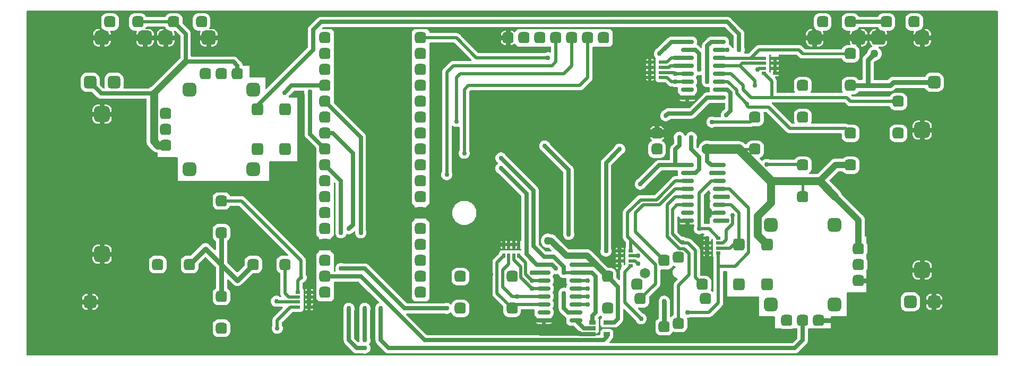
<source format=gbr>
%TF.GenerationSoftware,KiCad,Pcbnew,7.0.2*%
%TF.CreationDate,2024-04-24T22:24:52-04:00*%
%TF.ProjectId,MK2_1,4d4b325f-312e-46b6-9963-61645f706362,1*%
%TF.SameCoordinates,Original*%
%TF.FileFunction,Copper,L1,Top*%
%TF.FilePolarity,Positive*%
%FSLAX45Y45*%
G04 Gerber Fmt 4.5, Leading zero omitted, Abs format (unit mm)*
G04 Created by KiCad (PCBNEW 7.0.2) date 2024-04-24 22:24:52*
%MOMM*%
%LPD*%
G01*
G04 APERTURE LIST*
G04 Aperture macros list*
%AMRoundRect*
0 Rectangle with rounded corners*
0 $1 Rounding radius*
0 $2 $3 $4 $5 $6 $7 $8 $9 X,Y pos of 4 corners*
0 Add a 4 corners polygon primitive as box body*
4,1,4,$2,$3,$4,$5,$6,$7,$8,$9,$2,$3,0*
0 Add four circle primitives for the rounded corners*
1,1,$1+$1,$2,$3*
1,1,$1+$1,$4,$5*
1,1,$1+$1,$6,$7*
1,1,$1+$1,$8,$9*
0 Add four rect primitives between the rounded corners*
20,1,$1+$1,$2,$3,$4,$5,0*
20,1,$1+$1,$4,$5,$6,$7,0*
20,1,$1+$1,$6,$7,$8,$9,0*
20,1,$1+$1,$8,$9,$2,$3,0*%
G04 Aperture macros list end*
%TA.AperFunction,SMDPad,CuDef*%
%ADD10RoundRect,0.158750X-0.857250X-0.158750X0.857250X-0.158750X0.857250X0.158750X-0.857250X0.158750X0*%
%TD*%
%TA.AperFunction,SMDPad,CuDef*%
%ADD11R,0.762000X0.508000*%
%TD*%
%TA.AperFunction,SMDPad,CuDef*%
%ADD12R,0.508000X0.762000*%
%TD*%
%TA.AperFunction,SMDPad,CuDef*%
%ADD13R,1.016000X0.635000*%
%TD*%
%TA.AperFunction,ComponentPad*%
%ADD14RoundRect,0.571500X0.571500X-0.571500X0.571500X0.571500X-0.571500X0.571500X-0.571500X-0.571500X0*%
%TD*%
%TA.AperFunction,ComponentPad*%
%ADD15RoundRect,0.444500X-0.444500X-0.444500X0.444500X-0.444500X0.444500X0.444500X-0.444500X0.444500X0*%
%TD*%
%TA.AperFunction,ComponentPad*%
%ADD16RoundRect,0.444500X0.444500X-0.444500X0.444500X0.444500X-0.444500X0.444500X-0.444500X-0.444500X0*%
%TD*%
%TA.AperFunction,ComponentPad*%
%ADD17RoundRect,0.508000X-0.508000X-0.508000X0.508000X-0.508000X0.508000X0.508000X-0.508000X0.508000X0*%
%TD*%
%TA.AperFunction,ComponentPad*%
%ADD18RoundRect,0.539750X-0.539750X-0.539750X0.539750X-0.539750X0.539750X0.539750X-0.539750X0.539750X0*%
%TD*%
%TA.AperFunction,ComponentPad*%
%ADD19RoundRect,0.476250X-0.476250X-0.476250X0.476250X-0.476250X0.476250X0.476250X-0.476250X0.476250X0*%
%TD*%
%TA.AperFunction,ComponentPad*%
%ADD20RoundRect,0.635000X-0.635000X-0.635000X0.635000X-0.635000X0.635000X0.635000X-0.635000X0.635000X0*%
%TD*%
%TA.AperFunction,ComponentPad*%
%ADD21RoundRect,0.508000X-0.508000X0.508000X-0.508000X-0.508000X0.508000X-0.508000X0.508000X0.508000X0*%
%TD*%
%TA.AperFunction,ComponentPad*%
%ADD22RoundRect,0.508000X0.508000X0.508000X-0.508000X0.508000X-0.508000X-0.508000X0.508000X-0.508000X0*%
%TD*%
%TA.AperFunction,ComponentPad*%
%ADD23RoundRect,0.635000X0.635000X0.635000X-0.635000X0.635000X-0.635000X-0.635000X0.635000X-0.635000X0*%
%TD*%
%TA.AperFunction,ComponentPad*%
%ADD24RoundRect,0.444500X0.444500X0.444500X-0.444500X0.444500X-0.444500X-0.444500X0.444500X-0.444500X0*%
%TD*%
%TA.AperFunction,ComponentPad*%
%ADD25RoundRect,0.508000X0.508000X-0.508000X0.508000X0.508000X-0.508000X0.508000X-0.508000X-0.508000X0*%
%TD*%
%TA.AperFunction,ComponentPad*%
%ADD26RoundRect,0.444500X-0.444500X0.444500X-0.444500X-0.444500X0.444500X-0.444500X0.444500X0.444500X0*%
%TD*%
%TA.AperFunction,ComponentPad*%
%ADD27C,1.651000*%
%TD*%
%TA.AperFunction,ViaPad*%
%ADD28C,0.762000*%
%TD*%
%TA.AperFunction,ViaPad*%
%ADD29C,1.778000*%
%TD*%
%TA.AperFunction,ViaPad*%
%ADD30C,1.270000*%
%TD*%
%TA.AperFunction,Conductor*%
%ADD31C,1.270000*%
%TD*%
%TA.AperFunction,Conductor*%
%ADD32C,0.508000*%
%TD*%
%TA.AperFunction,Conductor*%
%ADD33C,0.635000*%
%TD*%
%TA.AperFunction,Conductor*%
%ADD34C,1.778000*%
%TD*%
%TA.AperFunction,Conductor*%
%ADD35C,0.762000*%
%TD*%
%TA.AperFunction,Conductor*%
%ADD36C,1.016000*%
%TD*%
%TA.AperFunction,Conductor*%
%ADD37C,0.381000*%
%TD*%
%TA.AperFunction,Conductor*%
%ADD38C,1.524000*%
%TD*%
G04 APERTURE END LIST*
D10*
%TO.P,C2,1*%
%TO.N,D9*%
X13779500Y-2857500D03*
%TO.P,C2,2*%
%TO.N,SCK*%
X13779500Y-2984500D03*
%TO.P,C2,3*%
%TO.N,B15*%
X13779500Y-3111500D03*
%TO.P,C2,4*%
%TO.N,B14*%
X13779500Y-3238500D03*
%TO.P,C2,5*%
%TO.N,B13*%
X13779500Y-3365500D03*
%TO.P,C2,6*%
%TO.N,B12*%
X13779500Y-3492500D03*
%TO.P,C2,7*%
%TO.N,N/C*%
X13779500Y-3619500D03*
%TO.P,C2,8*%
%TO.N,GND*%
X13779500Y-3746500D03*
%TO.P,C2,9*%
%TO.N,Q2*%
X14287500Y-3746500D03*
%TO.P,C2,10*%
%TO.N,Q3*%
X14287500Y-3619500D03*
%TO.P,C2,11*%
%TO.N,B8*%
X14287500Y-3492500D03*
%TO.P,C2,12*%
%TO.N,B9*%
X14287500Y-3365500D03*
%TO.P,C2,13*%
%TO.N,B10*%
X14287500Y-3238500D03*
%TO.P,C2,14*%
%TO.N,B11*%
X14287500Y-3111500D03*
%TO.P,C2,15*%
%TO.N,D10*%
X14287500Y-2984500D03*
%TO.P,C2,16*%
%TO.N,5V*%
X14287500Y-2857500D03*
%TD*%
%TO.P,C1,1*%
%TO.N,D9*%
X11493500Y-6413500D03*
%TO.P,C1,2*%
%TO.N,SCK*%
X11493500Y-6540500D03*
%TO.P,C1,3*%
%TO.N,B7*%
X11493500Y-6667500D03*
%TO.P,C1,4*%
%TO.N,B6*%
X11493500Y-6794500D03*
%TO.P,C1,5*%
%TO.N,B5*%
X11493500Y-6921500D03*
%TO.P,C1,6*%
%TO.N,B4*%
X11493500Y-7048500D03*
%TO.P,C1,7*%
%TO.N,N/C*%
X11493500Y-7175500D03*
%TO.P,C1,8*%
%TO.N,GND*%
X11493500Y-7302500D03*
%TO.P,C1,9*%
%TO.N,Q1*%
X12001500Y-7302500D03*
%TO.P,C1,10*%
%TO.N,Q2*%
X12001500Y-7175500D03*
%TO.P,C1,11*%
%TO.N,B0*%
X12001500Y-7048500D03*
%TO.P,C1,12*%
%TO.N,B1*%
X12001500Y-6921500D03*
%TO.P,C1,13*%
%TO.N,B2*%
X12001500Y-6794500D03*
%TO.P,C1,14*%
%TO.N,B3*%
X12001500Y-6667500D03*
%TO.P,C1,15*%
%TO.N,D10*%
X12001500Y-6540500D03*
%TO.P,C1,16*%
%TO.N,5V*%
X12001500Y-6413500D03*
%TD*%
%TO.P,C3,1*%
%TO.N,D9*%
X13779500Y-4826000D03*
%TO.P,C3,2*%
%TO.N,SCK*%
X13779500Y-4953000D03*
%TO.P,C3,3*%
%TO.N,B23*%
X13779500Y-5080000D03*
%TO.P,C3,4*%
%TO.N,B22*%
X13779500Y-5207000D03*
%TO.P,C3,5*%
%TO.N,B21*%
X13779500Y-5334000D03*
%TO.P,C3,6*%
%TO.N,B20*%
X13779500Y-5461000D03*
%TO.P,C3,7*%
%TO.N,N/C*%
X13779500Y-5588000D03*
%TO.P,C3,8*%
%TO.N,GND*%
X13779500Y-5715000D03*
%TO.P,C3,9*%
%TO.N,Q3*%
X14287500Y-5715000D03*
%TO.P,C3,10*%
%TO.N,GND*%
X14287500Y-5588000D03*
%TO.P,C3,11*%
%TO.N,B16*%
X14287500Y-5461000D03*
%TO.P,C3,12*%
%TO.N,B17*%
X14287500Y-5334000D03*
%TO.P,C3,13*%
%TO.N,B18*%
X14287500Y-5207000D03*
%TO.P,C3,14*%
%TO.N,B19*%
X14287500Y-5080000D03*
%TO.P,C3,15*%
%TO.N,D10*%
X14287500Y-4953000D03*
%TO.P,C3,16*%
%TO.N,5V*%
X14287500Y-4826000D03*
%TD*%
D11*
%TO.P,REF\u002A\u002A,1*%
%TO.N,GND*%
X13182600Y-3181350D03*
%TO.P,REF\u002A\u002A,2*%
X13182600Y-3263900D03*
%TO.P,REF\u002A\u002A,3*%
X13182600Y-3346450D03*
%TO.P,REF\u002A\u002A,4*%
X13182600Y-3422650D03*
%TO.P,REF\u002A\u002A,5*%
%TO.N,B12*%
X13360400Y-3422650D03*
%TO.P,REF\u002A\u002A,6*%
%TO.N,B13*%
X13360400Y-3346450D03*
%TO.P,REF\u002A\u002A,7*%
%TO.N,B14*%
X13360400Y-3263900D03*
%TO.P,REF\u002A\u002A,8*%
%TO.N,B15*%
X13360400Y-3181350D03*
%TD*%
%TO.P,REF\u002A\u002A,1*%
%TO.N,B11*%
X14998700Y-3117850D03*
%TO.P,REF\u002A\u002A,2*%
%TO.N,B10*%
X14998700Y-3200400D03*
%TO.P,REF\u002A\u002A,3*%
%TO.N,B8*%
X14998700Y-3282950D03*
%TO.P,REF\u002A\u002A,4*%
%TO.N,B9*%
X14998700Y-3359150D03*
%TO.P,REF\u002A\u002A,5*%
%TO.N,GND*%
X15176500Y-3359150D03*
%TO.P,REF\u002A\u002A,6*%
X15176500Y-3282950D03*
%TO.P,REF\u002A\u002A,7*%
X15176500Y-3200400D03*
%TO.P,REF\u002A\u002A,8*%
X15176500Y-3117850D03*
%TD*%
%TO.P,REF\u002A\u002A,1*%
%TO.N,GND*%
X7747000Y-7092950D03*
%TO.P,REF\u002A\u002A,2*%
X7747000Y-7010400D03*
%TO.P,REF\u002A\u002A,3*%
X7747000Y-6927850D03*
%TO.P,REF\u002A\u002A,4*%
X7747000Y-6851650D03*
%TO.P,REF\u002A\u002A,5*%
%TO.N,B3*%
X7569200Y-6851650D03*
%TO.P,REF\u002A\u002A,6*%
%TO.N,B2*%
X7569200Y-6927850D03*
%TO.P,REF\u002A\u002A,7*%
%TO.N,B1*%
X7569200Y-7010400D03*
%TO.P,REF\u002A\u002A,8*%
%TO.N,B0*%
X7569200Y-7092950D03*
%TD*%
%TO.P,REF\u002A\u002A,1*%
%TO.N,GND*%
X12700000Y-6191250D03*
%TO.P,REF\u002A\u002A,2*%
X12700000Y-6273800D03*
%TO.P,REF\u002A\u002A,3*%
X12700000Y-6356350D03*
%TO.P,REF\u002A\u002A,4*%
X12700000Y-6432550D03*
%TO.P,REF\u002A\u002A,5*%
%TO.N,B21*%
X12877800Y-6432550D03*
%TO.P,REF\u002A\u002A,6*%
%TO.N,B22*%
X12877800Y-6356350D03*
%TO.P,REF\u002A\u002A,7*%
%TO.N,B20*%
X12877800Y-6273800D03*
%TO.P,REF\u002A\u002A,8*%
%TO.N,B23*%
X12877800Y-6191250D03*
%TD*%
D12*
%TO.P,REF\u002A\u002A,1*%
%TO.N,GND*%
X11093450Y-6096000D03*
%TO.P,REF\u002A\u002A,2*%
X11010900Y-6096000D03*
%TO.P,REF\u002A\u002A,3*%
X10928350Y-6096000D03*
%TO.P,REF\u002A\u002A,4*%
X10852150Y-6096000D03*
%TO.P,REF\u002A\u002A,5*%
%TO.N,B4*%
X10852150Y-6273800D03*
%TO.P,REF\u002A\u002A,6*%
%TO.N,B5*%
X10928350Y-6273800D03*
%TO.P,REF\u002A\u002A,7*%
%TO.N,B6*%
X11010900Y-6273800D03*
%TO.P,REF\u002A\u002A,8*%
%TO.N,B7*%
X11093450Y-6273800D03*
%TD*%
D13*
%TO.P,REF\u002A\u002A,1*%
%TO.N,D10*%
X12268200Y-7334250D03*
%TO.P,REF\u002A\u002A,2*%
%TO.N,Q1*%
X12268200Y-7429500D03*
%TO.P,REF\u002A\u002A,3*%
%TO.N,GND*%
X12268200Y-7524750D03*
%TO.P,REF\u002A\u002A,4*%
%TO.N,CIPO*%
X12496800Y-7524750D03*
%TO.P,REF\u002A\u002A,5*%
%TO.N,5V*%
X12496800Y-7334250D03*
%TD*%
D11*
%TO.P,REF\u002A\u002A,1*%
%TO.N,GND*%
X14097000Y-5988050D03*
%TO.P,REF\u002A\u002A,2*%
X14097000Y-6070600D03*
%TO.P,REF\u002A\u002A,3*%
X14097000Y-6153150D03*
%TO.P,REF\u002A\u002A,4*%
X14097000Y-6229350D03*
%TO.P,REF\u002A\u002A,5*%
%TO.N,B18*%
X14274800Y-6229350D03*
%TO.P,REF\u002A\u002A,6*%
%TO.N,B16*%
X14274800Y-6153150D03*
%TO.P,REF\u002A\u002A,7*%
%TO.N,B17*%
X14274800Y-6070600D03*
%TO.P,REF\u002A\u002A,8*%
%TO.N,B19*%
X14274800Y-5988050D03*
%TD*%
D14*
%TO.P,G0,1*%
%TO.N,GND*%
X5461000Y-2794000D03*
%TD*%
%TO.P,G0,1*%
%TO.N,GND*%
X15811500Y-2794000D03*
%TD*%
D15*
%TO.P,AM0,3v3*%
%TO.N,N/C*%
X8001000Y-3048000D03*
%TO.P,AM0,5V*%
%TO.N,5V*%
X8001000Y-5588000D03*
%TO.P,AM0,A0*%
%TO.N,A0*%
X8001000Y-3556000D03*
%TO.P,AM0,A1*%
%TO.N,A1*%
X8001000Y-3810000D03*
%TO.P,AM0,A2*%
%TO.N,A2*%
X8001000Y-4064000D03*
%TO.P,AM0,A3*%
%TO.N,A3*%
X8001000Y-4318000D03*
%TO.P,AM0,A4*%
%TO.N,A4*%
X8001000Y-4572000D03*
%TO.P,AM0,A5*%
%TO.N,A5*%
X8001000Y-4826000D03*
%TO.P,AM0,AREF*%
%TO.N,N/C*%
X8001000Y-3302000D03*
%TO.P,AM0,CIPO/D14*%
%TO.N,CIPO*%
X8001000Y-6604000D03*
%TO.P,AM0,D2/SCL*%
%TO.N,N/C*%
X9525000Y-5334000D03*
%TO.P,AM0,D3/SDA*%
X9525000Y-5080000D03*
%TO.P,AM0,D4*%
%TO.N,D4*%
X9525000Y-4826000D03*
%TO.P,AM0,D5*%
%TO.N,N/C*%
X9525000Y-4572000D03*
%TO.P,AM0,D6*%
%TO.N,D6*%
X9525000Y-4318000D03*
%TO.P,AM0,D7*%
%TO.N,N/C*%
X9525000Y-4064000D03*
%TO.P,AM0,D8*%
X9525000Y-3810000D03*
%TO.P,AM0,D9*%
%TO.N,D9*%
X9525000Y-3556000D03*
%TO.P,AM0,D10*%
%TO.N,D10*%
X9525000Y-3302000D03*
%TO.P,AM0,D11*%
%TO.N,N/C*%
X9525000Y-3048000D03*
%TO.P,AM0,D12*%
%TO.N,D12*%
X9525000Y-2794000D03*
%TO.P,AM0,D13*%
%TO.N,N/C*%
X8001000Y-2794000D03*
%TO.P,AM0,D16/COPI*%
%TO.N,COPI*%
X9525000Y-6858000D03*
%TO.P,AM0,D17/SS*%
%TO.N,N/C*%
X9525000Y-6604000D03*
%TO.P,AM0,GND*%
%TO.N,GND*%
X8001000Y-6096000D03*
D16*
X9525000Y-5588000D03*
D15*
%TO.P,AM0,NC*%
%TO.N,N/C*%
X8001000Y-5080000D03*
X8001000Y-5334000D03*
%TO.P,AM0,RST*%
X8001000Y-5842000D03*
X9525000Y-5842000D03*
D16*
%TO.P,AM0,RX*%
X9525000Y-6096000D03*
D15*
%TO.P,AM0,SCK/D15*%
%TO.N,SCK*%
X8001000Y-6858000D03*
%TO.P,AM0,TX*%
%TO.N,N/C*%
X9525000Y-6350000D03*
%TO.P,AM0,VIN*%
X8001000Y-6350000D03*
%TD*%
D17*
%TO.P,P0,1*%
%TO.N,A4*%
X4635500Y-3505200D03*
%TD*%
D18*
%TO.P,G0,1*%
%TO.N,N/C*%
X16129000Y-5778500D03*
%TD*%
%TO.P,G0,1*%
%TO.N,N/C*%
X6858000Y-4889500D03*
%TD*%
D16*
%TO.P,P0,1*%
%TO.N,GND*%
X5461000Y-4000500D03*
%TD*%
%TO.P,P0,1*%
%TO.N,D12*%
X12446000Y-2794000D03*
%TD*%
D19*
%TO.P,P0,1*%
%TO.N,B16*%
X14605000Y-6096000D03*
%TD*%
D16*
%TO.P,P0,1*%
%TO.N,5V*%
X13411200Y-7404100D03*
%TD*%
D15*
%TO.P,B0,1*%
%TO.N,B3*%
X6350000Y-5397500D03*
%TO.P,B0,2*%
%TO.N,5V*%
X6350000Y-5905500D03*
%TD*%
%TO.P,B0,1*%
%TO.N,5V*%
X12509500Y-6604000D03*
%TO.P,B0,2*%
%TO.N,B18*%
X12509500Y-7112000D03*
%TD*%
D16*
%TO.P,P0,1*%
%TO.N,5V*%
X13296900Y-4572000D03*
%TD*%
D20*
%TO.P,G0,1*%
%TO.N,GND*%
X4445000Y-6248400D03*
%TD*%
%TO.P,G0,1*%
%TO.N,GND*%
X4445000Y-4013200D03*
%TD*%
D21*
%TO.P,P0,1*%
%TO.N,GND*%
X17716500Y-7010400D03*
%TD*%
D22*
%TO.P,P0,1*%
%TO.N,A5*%
X17335500Y-7010400D03*
%TD*%
%TO.P,P0,1*%
%TO.N,5V*%
X17716500Y-3505200D03*
%TD*%
D23*
%TO.P,G0,1*%
%TO.N,GND*%
X17526000Y-6502400D03*
%TD*%
%TO.P,G0,1*%
%TO.N,GND*%
X17526000Y-4267200D03*
%TD*%
D24*
%TO.P,B0,1*%
%TO.N,5V*%
X15621000Y-5334000D03*
%TO.P,B0,2*%
%TO.N,B6*%
X15621000Y-4826000D03*
%TD*%
D16*
%TO.P,P0,1*%
%TO.N,D6*%
X11938000Y-2794000D03*
%TD*%
D19*
%TO.P,P0,1*%
%TO.N,5V*%
X7366000Y-3937000D03*
%TD*%
D16*
%TO.P,P0,1*%
%TO.N,A0*%
X5461000Y-4254500D03*
%TD*%
D19*
%TO.P,P0,1*%
%TO.N,B17*%
X6921500Y-4572000D03*
%TD*%
D15*
%TO.P,B0,1*%
%TO.N,B8*%
X16383000Y-4318000D03*
%TO.P,B0,2*%
%TO.N,5V*%
X16383000Y-4826000D03*
%TD*%
D19*
%TO.P,P0,1*%
%TO.N,B16*%
X14605000Y-6731000D03*
%TD*%
D16*
%TO.P,P0,1*%
%TO.N,B21*%
X13639800Y-7353300D03*
%TD*%
D19*
%TO.P,P0,1*%
%TO.N,5V*%
X7366000Y-4572000D03*
%TD*%
D15*
%TO.P,B0,1*%
%TO.N,5V*%
X10160000Y-6604000D03*
%TO.P,B0,2*%
%TO.N,B5*%
X10160000Y-7112000D03*
%TD*%
D16*
%TO.P,P0,1*%
%TO.N,B23*%
X13030200Y-6959600D03*
%TD*%
D19*
%TO.P,P0,1*%
%TO.N,5V*%
X15049500Y-6731000D03*
%TD*%
D16*
%TO.P,P0,1*%
%TO.N,5V*%
X5588000Y-2540000D03*
%TD*%
%TO.P,P0,1*%
%TO.N,SCK*%
X11430000Y-2794000D03*
%TD*%
%TO.P,P0,1*%
%TO.N,GND*%
X16510000Y-6667500D03*
%TD*%
%TO.P,P0,1*%
%TO.N,B15*%
X6032500Y-2540000D03*
%TD*%
D17*
%TO.P,P0,1*%
%TO.N,GND*%
X4254500Y-7010400D03*
%TD*%
D15*
%TO.P,B0,1*%
%TO.N,B9*%
X17145000Y-3810000D03*
%TO.P,B0,2*%
%TO.N,5V*%
X17145000Y-4318000D03*
%TD*%
D24*
%TO.P,B0,1*%
%TO.N,B0*%
X6350000Y-7429500D03*
%TO.P,B0,2*%
%TO.N,5V*%
X6350000Y-6921500D03*
%TD*%
D16*
%TO.P,P0,1*%
%TO.N,5V*%
X12979400Y-6731000D03*
%TD*%
%TO.P,P0,1*%
%TO.N,5V*%
X11176000Y-2794000D03*
%TD*%
D19*
%TO.P,P0,1*%
%TO.N,5V*%
X15049500Y-6096000D03*
%TD*%
D16*
%TO.P,P0,1*%
%TO.N,A2*%
X6350000Y-3365500D03*
%TD*%
%TO.P,P0,1*%
%TO.N,5V*%
X16383000Y-2540000D03*
%TD*%
%TO.P,P0,1*%
%TO.N,5V*%
X14071600Y-6959600D03*
%TD*%
%TO.P,P0,1*%
%TO.N,A1*%
X15621000Y-7302500D03*
%TD*%
%TO.P,P0,1*%
%TO.N,COPI*%
X11684000Y-2794000D03*
%TD*%
D18*
%TO.P,G0,1*%
%TO.N,N/C*%
X15113000Y-5778500D03*
%TD*%
D16*
%TO.P,P0,1*%
%TO.N,5V*%
X16954500Y-2540000D03*
%TD*%
D14*
%TO.P,G0,1*%
%TO.N,GND*%
X16827500Y-2794000D03*
%TD*%
D16*
%TO.P,P0,1*%
%TO.N,5V*%
X15367000Y-7302500D03*
%TD*%
D18*
%TO.P,G0,1*%
%TO.N,N/C*%
X15113000Y-7048500D03*
%TD*%
D14*
%TO.P,G0,1*%
%TO.N,GND*%
X17526000Y-2794000D03*
%TD*%
%TO.P,G0,1*%
%TO.N,GND*%
X4445000Y-2794000D03*
%TD*%
D16*
%TO.P,P0,1*%
%TO.N,5V*%
X5461000Y-4508500D03*
%TD*%
%TO.P,P0,1*%
%TO.N,B12*%
X17399000Y-2540000D03*
%TD*%
D15*
%TO.P,B0,1*%
%TO.N,B7*%
X14859000Y-4064000D03*
%TO.P,B0,2*%
%TO.N,5V*%
X14859000Y-4572000D03*
%TD*%
%TO.P,B0,1*%
%TO.N,B10*%
X15621000Y-3556000D03*
%TO.P,B0,2*%
%TO.N,5V*%
X15621000Y-4064000D03*
%TD*%
D16*
%TO.P,P0,1*%
%TO.N,B13*%
X15938500Y-2540000D03*
%TD*%
D19*
%TO.P,P0,1*%
%TO.N,B17*%
X6921500Y-3937000D03*
%TD*%
D16*
%TO.P,P0,1*%
%TO.N,B20*%
X14020800Y-6731000D03*
%TD*%
D18*
%TO.P,G0,1*%
%TO.N,N/C*%
X5842000Y-4889500D03*
%TD*%
D14*
%TO.P,G0,1*%
%TO.N,GND*%
X6146800Y-2794000D03*
%TD*%
D16*
%TO.P,P0,1*%
%TO.N,B14*%
X4572000Y-2540000D03*
%TD*%
D15*
%TO.P,B0,1*%
%TO.N,B11*%
X16383000Y-3048000D03*
%TO.P,B0,2*%
%TO.N,5V*%
X16383000Y-3556000D03*
%TD*%
D18*
%TO.P,G0,1*%
%TO.N,N/C*%
X16129000Y-7048500D03*
%TD*%
D16*
%TO.P,P0,1*%
%TO.N,GND*%
X6096000Y-3365500D03*
%TD*%
%TO.P,P0,1*%
%TO.N,B19*%
X13639800Y-6299200D03*
%TD*%
%TO.P,P0,1*%
%TO.N,5V*%
X5016500Y-2540000D03*
%TD*%
D25*
%TO.P,P0,1*%
%TO.N,5V*%
X4254500Y-3505200D03*
%TD*%
D16*
%TO.P,P0,1*%
%TO.N,GND*%
X13296900Y-4318000D03*
%TD*%
%TO.P,P0,1*%
%TO.N,GND*%
X10922000Y-2794000D03*
%TD*%
%TO.P,P0,1*%
%TO.N,5V*%
X6604000Y-3365500D03*
%TD*%
%TO.P,P0,1*%
%TO.N,A3*%
X16510000Y-6413500D03*
%TD*%
%TO.P,B0,1*%
%TO.N,B1*%
X5334000Y-6413500D03*
%TO.P,B0,2*%
%TO.N,5V*%
X5842000Y-6413500D03*
%TD*%
D18*
%TO.P,G0,1*%
%TO.N,N/C*%
X6858000Y-3619500D03*
%TD*%
D16*
%TO.P,P0,1*%
%TO.N,D4*%
X12192000Y-2794000D03*
%TD*%
%TO.P,P0,1*%
%TO.N,B22*%
X13411200Y-6350000D03*
%TD*%
%TO.P,P0,1*%
%TO.N,5V*%
X16510000Y-6159500D03*
%TD*%
D26*
%TO.P,B0,1*%
%TO.N,B2*%
X7366000Y-6413500D03*
%TO.P,B0,2*%
%TO.N,5V*%
X6858000Y-6413500D03*
%TD*%
D14*
%TO.P,G0,1*%
%TO.N,GND*%
X16510000Y-2794000D03*
%TD*%
%TO.P,G0,1*%
%TO.N,GND*%
X5130800Y-2794000D03*
%TD*%
D27*
%TO.P,P0,1*%
%TO.N,GND*%
X13106400Y-6553200D03*
%TD*%
D16*
%TO.P,P0,1*%
%TO.N,GND*%
X15875000Y-7302500D03*
%TD*%
D15*
%TO.P,B0,1*%
%TO.N,5V*%
X10985500Y-6604000D03*
%TO.P,B0,2*%
%TO.N,B4*%
X10985500Y-7112000D03*
%TD*%
D18*
%TO.P,G0,1*%
%TO.N,N/C*%
X5842000Y-3619500D03*
%TD*%
D28*
%TO.N,GND*%
X12319000Y-4953000D03*
X10414000Y-6223000D03*
X4064000Y-6858000D03*
X15265400Y-3200400D03*
X4699000Y-4953000D03*
X5969000Y-5588000D03*
X4699000Y-5588000D03*
X12954000Y-3683000D03*
X18034000Y-5588000D03*
X9144000Y-4318000D03*
X12319000Y-3683000D03*
X13652500Y-5715000D03*
X3429000Y-3048000D03*
X4064000Y-3048000D03*
X4699000Y-3048000D03*
X16764000Y-3683000D03*
X4699000Y-6858000D03*
X5334000Y-7493000D03*
X3429000Y-6858000D03*
X18034000Y-6858000D03*
X17399000Y-4953000D03*
X18034000Y-7493000D03*
X9144000Y-3048000D03*
X6604000Y-5588000D03*
X12319000Y-4318000D03*
X4064000Y-4953000D03*
X3429000Y-3683000D03*
X16764000Y-5588000D03*
X17399000Y-7493000D03*
X18034000Y-3048000D03*
D29*
X15290800Y-4521200D03*
D28*
X13208000Y-5270500D03*
D30*
X14097000Y-6350000D03*
D28*
X4064000Y-4318000D03*
X14084300Y-5461000D03*
X14224000Y-7493000D03*
X18034000Y-4318000D03*
X9779000Y-3048000D03*
X12585700Y-6362700D03*
X8509000Y-3683000D03*
X3429000Y-5588000D03*
X5334000Y-6858000D03*
X10414000Y-4953000D03*
X14859000Y-7493000D03*
X5969000Y-7493000D03*
X17399000Y-3048000D03*
X4064000Y-5588000D03*
X17399000Y-5588000D03*
X16764000Y-6223000D03*
X9144000Y-5588000D03*
X4064000Y-6223000D03*
X11049000Y-3683000D03*
X16764000Y-7493000D03*
X3429000Y-4953000D03*
X8509000Y-3048000D03*
X4064000Y-7493000D03*
X12954000Y-7493000D03*
X3429000Y-7493000D03*
X18034000Y-6223000D03*
X9144000Y-4953000D03*
X12954000Y-3048000D03*
X12052300Y-7505700D03*
X18034000Y-3683000D03*
X16764000Y-4318000D03*
X9144000Y-3683000D03*
X9779000Y-3683000D03*
X4699000Y-4318000D03*
X11684000Y-4318000D03*
X17399000Y-3683000D03*
X3429000Y-6223000D03*
X11684000Y-4953000D03*
X11684000Y-3683000D03*
X11684000Y-5588000D03*
X4699000Y-6223000D03*
X5969000Y-6858000D03*
X18034000Y-4953000D03*
X3429000Y-4318000D03*
X4699000Y-7493000D03*
%TO.N,5V*%
X13411200Y-6997700D03*
D29*
X14097000Y-4572000D03*
D30*
X16764000Y-3048000D03*
D28*
X14097000Y-3492500D03*
D30*
X11557000Y-6032500D03*
D28*
%TO.N,SCK*%
X11887200Y-5930900D03*
X8255000Y-6477000D03*
X13970000Y-4762500D03*
X9944100Y-7112000D03*
X11506200Y-4521200D03*
X13843000Y-4381500D03*
X13970000Y-3302000D03*
X11303000Y-6540500D03*
%TO.N,COPI*%
X9943465Y-4977765D03*
%TO.N,D4*%
X10223500Y-4635500D03*
%TO.N,D6*%
X10096500Y-4127500D03*
%TO.N,D9*%
X11684000Y-6477000D03*
X13652500Y-4381500D03*
X13335000Y-3048000D03*
X10807700Y-4876800D03*
X13030200Y-5130800D03*
%TO.N,D10*%
X14160500Y-4953000D03*
X10807700Y-4711700D03*
X14414500Y-2984500D03*
X11811000Y-6540500D03*
%TO.N,D12*%
X11557000Y-3111500D03*
%TO.N,Q2*%
X12700000Y-4572000D03*
X12484100Y-6197600D03*
X11811000Y-6870700D03*
X13436600Y-4038600D03*
%TO.N,Q3*%
X14401800Y-4025900D03*
X14414500Y-5715000D03*
%TO.N,B0*%
X7239000Y-7429500D03*
X12192000Y-7048500D03*
%TO.N,B1*%
X7226300Y-6997700D03*
X12192000Y-6921500D03*
%TO.N,B2*%
X12192000Y-6794500D03*
%TO.N,B3*%
X7620000Y-6616700D03*
X12192000Y-6667500D03*
%TO.N,B5*%
X11061700Y-6921500D03*
%TO.N,B6*%
X11303000Y-6794500D03*
X15046647Y-4816153D03*
%TO.N,B7*%
X14173200Y-4140200D03*
X11303000Y-6667500D03*
%TO.N,B8*%
X14897100Y-3302000D03*
X14732000Y-3848100D03*
%TO.N,B10*%
X14859000Y-3556000D03*
%TO.N,B12*%
X13589000Y-3492500D03*
%TO.N,B13*%
X13589000Y-3365500D03*
%TO.N,B14*%
X13589000Y-3238500D03*
%TO.N,B15*%
X13589000Y-3111500D03*
%TO.N,B17*%
X14605000Y-2984500D03*
X14427200Y-5334000D03*
X14503400Y-5626100D03*
%TO.N,B18*%
X13779500Y-7175500D03*
%TO.N,B19*%
X13970000Y-5842000D03*
%TO.N,B20*%
X13703300Y-6057900D03*
X12992100Y-6273800D03*
%TO.N,B21*%
X13042900Y-7277100D03*
%TO.N,B22*%
X12992100Y-6400800D03*
%TO.N,A0*%
X7353300Y-3670300D03*
%TO.N,A1*%
X8572500Y-5905500D03*
X8890000Y-7112000D03*
%TO.N,A3*%
X8636000Y-7620000D03*
X8382000Y-5842000D03*
X8636000Y-7112000D03*
%TO.N,A4*%
X7759700Y-3657600D03*
%TO.N,A5*%
X8636000Y-7747000D03*
X8255000Y-5905500D03*
X8382000Y-7112000D03*
%TD*%
D31*
%TO.N,GND*%
X10922000Y-4318000D02*
X9652000Y-5588000D01*
D32*
X15265400Y-3200400D02*
X15176500Y-3200400D01*
D33*
X4254500Y-7010400D02*
X4254500Y-6807200D01*
D34*
X4914900Y-5168900D02*
X4699000Y-4953000D01*
D32*
X14090650Y-6153150D02*
X14097000Y-6153150D01*
D33*
X11493500Y-7302500D02*
X11226800Y-7302500D01*
D31*
X11366500Y-4318000D02*
X12839700Y-4318000D01*
D34*
X9144000Y-5588000D02*
X8636000Y-6096000D01*
D32*
X14084300Y-5537200D02*
X14084300Y-5461000D01*
D35*
X12052300Y-7505700D02*
X11430000Y-7505700D01*
D33*
X7747000Y-7010400D02*
X7747000Y-6927850D01*
D32*
X13296900Y-3937000D02*
X13379450Y-3854450D01*
X13652500Y-3746500D02*
X13538200Y-3860800D01*
D33*
X14097000Y-6350000D02*
X14097000Y-6229350D01*
D34*
X6819900Y-5168900D02*
X7747000Y-6096000D01*
D31*
X15087600Y-4318000D02*
X15290800Y-4521200D01*
D35*
X16764000Y-6858000D02*
X16764000Y-6769100D01*
D33*
X11049000Y-3683000D02*
X11049000Y-4318000D01*
D32*
X12592050Y-6356350D02*
X12585700Y-6362700D01*
D33*
X14097000Y-5988050D02*
X14097000Y-6070600D01*
D32*
X13779500Y-3746500D02*
X13652500Y-3746500D01*
D33*
X7747000Y-6927850D02*
X7747000Y-6851650D01*
X13779500Y-5715000D02*
X13779500Y-5842000D01*
D31*
X13589000Y-4191000D02*
X13906500Y-4191000D01*
D36*
X16510000Y-2794000D02*
X15811500Y-2794000D01*
D34*
X4699000Y-4953000D02*
X4699000Y-4318000D01*
D33*
X17716500Y-7010400D02*
X17716500Y-6858000D01*
X13779500Y-5842000D02*
X14008100Y-6070600D01*
D35*
X10629900Y-6565900D02*
X10629900Y-6096000D01*
D33*
X17526000Y-6769100D02*
X16764000Y-6769100D01*
D36*
X5143500Y-2794000D02*
X4445000Y-2794000D01*
D34*
X9525000Y-5588000D02*
X9652000Y-5588000D01*
D31*
X11049000Y-4318000D02*
X11366500Y-4318000D01*
D35*
X15875000Y-7302500D02*
X16319500Y-7302500D01*
D33*
X12700000Y-5283200D02*
X12839700Y-5143500D01*
D36*
X9652000Y-5588000D02*
X10629900Y-6565900D01*
D32*
X11093450Y-6096000D02*
X11010900Y-6096000D01*
X13296900Y-4318000D02*
X13296900Y-3937000D01*
D35*
X11226800Y-7302500D02*
X10858500Y-7302500D01*
D32*
X13182600Y-3657600D02*
X13379450Y-3854450D01*
D33*
X14097000Y-6070600D02*
X14097000Y-6153150D01*
D32*
X12700000Y-6356350D02*
X12700000Y-6432550D01*
D35*
X16319500Y-7302500D02*
X16764000Y-6858000D01*
D33*
X14097000Y-6229350D02*
X14097000Y-6153150D01*
D31*
X13296900Y-4318000D02*
X13462000Y-4318000D01*
X12839700Y-4318000D02*
X13296900Y-4318000D01*
D34*
X6819900Y-5168900D02*
X4914900Y-5168900D01*
D32*
X15176500Y-3200400D02*
X15176500Y-3282950D01*
D33*
X17627600Y-6769100D02*
X17526000Y-6769100D01*
X17526000Y-6515100D02*
X17526000Y-6769100D01*
X13208000Y-5270500D02*
X12966700Y-5270500D01*
X10852150Y-6096000D02*
X10629900Y-6096000D01*
D34*
X8636000Y-6096000D02*
X8001000Y-6096000D01*
D32*
X13538200Y-3860800D02*
X13385800Y-3860800D01*
D34*
X7747000Y-6096000D02*
X8001000Y-6096000D01*
D31*
X14033500Y-4318000D02*
X14732000Y-4318000D01*
D32*
X14287500Y-5588000D02*
X14135100Y-5588000D01*
D36*
X16827500Y-2794000D02*
X16510000Y-2794000D01*
D32*
X13385800Y-3860800D02*
X13379450Y-3854450D01*
D35*
X16510000Y-6667500D02*
X16764000Y-6667500D01*
D32*
X12700000Y-6191250D02*
X12700000Y-6273800D01*
D35*
X16764000Y-6769100D02*
X16764000Y-6667500D01*
D32*
X15176500Y-3282950D02*
X15176500Y-3359150D01*
X11010900Y-6096000D02*
X10928350Y-6096000D01*
X10928350Y-6096000D02*
X10852150Y-6096000D01*
D31*
X10922000Y-4318000D02*
X11049000Y-4318000D01*
D33*
X12966700Y-5270500D02*
X12839700Y-5143500D01*
X14008100Y-6070600D02*
X14097000Y-6070600D01*
X17716500Y-6858000D02*
X17627600Y-6769100D01*
X4445000Y-5638800D02*
X4914900Y-5168900D01*
D32*
X13182600Y-3422650D02*
X13182600Y-3657600D01*
D31*
X13462000Y-4318000D02*
X13589000Y-4191000D01*
X14732000Y-4318000D02*
X15087600Y-4318000D01*
D32*
X12700000Y-6356350D02*
X12592050Y-6356350D01*
X12700000Y-6273800D02*
X12700000Y-6356350D01*
X15176500Y-3117850D02*
X15176500Y-3200400D01*
D33*
X7747000Y-6851650D02*
X7747000Y-6096000D01*
D34*
X9525000Y-5588000D02*
X9144000Y-5588000D01*
D33*
X4254500Y-6807200D02*
X4445000Y-6616700D01*
D35*
X10858500Y-7302500D02*
X10629900Y-7073900D01*
D33*
X7747000Y-7092950D02*
X7747000Y-7010400D01*
X4445000Y-6616700D02*
X4445000Y-6248400D01*
D36*
X16827500Y-2794000D02*
X17526000Y-2794000D01*
D32*
X14135100Y-5588000D02*
X14084300Y-5537200D01*
X13779500Y-5715000D02*
X13652500Y-5715000D01*
D33*
X12268200Y-7524750D02*
X12071350Y-7524750D01*
D37*
X4699000Y-4267200D02*
X4699000Y-4318000D01*
D35*
X11430000Y-7505700D02*
X11226800Y-7302500D01*
D31*
X13906500Y-4191000D02*
X14033500Y-4318000D01*
D33*
X12071350Y-7524750D02*
X12052300Y-7505700D01*
D32*
X13182600Y-3346450D02*
X13182600Y-3263900D01*
D35*
X10629900Y-7073900D02*
X10629900Y-6565900D01*
D32*
X13182600Y-3181350D02*
X13182600Y-3263900D01*
X13182600Y-3422650D02*
X13182600Y-3346450D01*
D33*
X4445000Y-5638800D02*
X4445000Y-6248400D01*
X12700000Y-6191250D02*
X12700000Y-5283200D01*
X12839700Y-5143500D02*
X12839700Y-4318000D01*
%TO.N,5V*%
X14097000Y-4572000D02*
X14097000Y-4762500D01*
X14160500Y-2857500D02*
X14097000Y-2921000D01*
X6604000Y-3238500D02*
X6540500Y-3175000D01*
D31*
X15049500Y-6096000D02*
X14897100Y-5943600D01*
D33*
X14287500Y-2857500D02*
X14160500Y-2857500D01*
D36*
X11849100Y-6273800D02*
X12179300Y-6273800D01*
D35*
X17018000Y-3556000D02*
X16662400Y-3556000D01*
D33*
X4254500Y-3505200D02*
X4432300Y-3683000D01*
D35*
X13411200Y-7404100D02*
X13411200Y-6997700D01*
D33*
X5778500Y-2730500D02*
X5588000Y-2540000D01*
D35*
X16662400Y-3556000D02*
X16383000Y-3556000D01*
D33*
X12001500Y-6413500D02*
X12319000Y-6413500D01*
D32*
X5588000Y-2540000D02*
X5016500Y-2540000D01*
D35*
X5842000Y-6413500D02*
X6096000Y-6159500D01*
D31*
X15887700Y-5080000D02*
X16129000Y-5321300D01*
D36*
X11607800Y-6032500D02*
X11849100Y-6273800D01*
D38*
X14605000Y-4572000D02*
X14859000Y-4826000D01*
D37*
X15621000Y-5334000D02*
X15621000Y-5080000D01*
D35*
X6604000Y-6667500D02*
X6858000Y-6413500D01*
X17068800Y-3505200D02*
X17018000Y-3556000D01*
D36*
X15887700Y-5080000D02*
X16141700Y-4826000D01*
D33*
X12496800Y-7334250D02*
X12617450Y-7334250D01*
X12509500Y-6604000D02*
X12674600Y-6769100D01*
D35*
X6350000Y-6921500D02*
X6350000Y-6413500D01*
D33*
X12617450Y-7334250D02*
X12674600Y-7277100D01*
D37*
X14859000Y-4572000D02*
X14605000Y-4572000D01*
D33*
X6604000Y-3365500D02*
X6604000Y-3238500D01*
D31*
X14897100Y-5638800D02*
X15113000Y-5422900D01*
D35*
X6350000Y-6413500D02*
X6350000Y-5905500D01*
D36*
X16141700Y-4826000D02*
X16383000Y-4826000D01*
D38*
X14097000Y-4572000D02*
X14605000Y-4572000D01*
D36*
X5778500Y-3175000D02*
X5270500Y-3683000D01*
D31*
X14897100Y-5943600D02*
X14897100Y-5638800D01*
D35*
X16662400Y-3149600D02*
X16764000Y-3048000D01*
D36*
X16510000Y-6159500D02*
X16510000Y-5702300D01*
X16510000Y-5702300D02*
X16129000Y-5321300D01*
D35*
X16662400Y-3556000D02*
X16662400Y-3149600D01*
D33*
X5778500Y-2730500D02*
X5778500Y-3175000D01*
X14097000Y-2921000D02*
X14097000Y-3492500D01*
X14160500Y-4826000D02*
X14287500Y-4826000D01*
X14097000Y-4572000D02*
X14097000Y-4572000D01*
X16954500Y-2540000D02*
X16383000Y-2540000D01*
D35*
X17716500Y-3505200D02*
X17068800Y-3505200D01*
X6350000Y-6413500D02*
X6604000Y-6667500D01*
X6096000Y-6159500D02*
X6350000Y-6413500D01*
D31*
X15113000Y-5422900D02*
X15113000Y-5080000D01*
X15621000Y-5080000D02*
X15887700Y-5080000D01*
D38*
X15113000Y-5080000D02*
X14859000Y-4826000D01*
D36*
X12179300Y-6273800D02*
X12509500Y-6604000D01*
D33*
X14097000Y-4762500D02*
X14160500Y-4826000D01*
D31*
X5270500Y-4445000D02*
X5270500Y-3683000D01*
X5334000Y-4508500D02*
X5270500Y-4445000D01*
X5461000Y-4508500D02*
X5334000Y-4508500D01*
D33*
X4432300Y-3683000D02*
X5270500Y-3683000D01*
X6540500Y-3175000D02*
X5778500Y-3175000D01*
D36*
X11557000Y-6032500D02*
X11607800Y-6032500D01*
D33*
X12674600Y-7277100D02*
X12674600Y-6769100D01*
D31*
X15113000Y-5080000D02*
X15621000Y-5080000D01*
D33*
%TO.N,CIPO*%
X8572500Y-6604000D02*
X8001000Y-6604000D01*
X12496800Y-7524750D02*
X12496800Y-7569200D01*
X12446000Y-7620000D02*
X9588500Y-7620000D01*
X9588500Y-7620000D02*
X8572500Y-6604000D01*
X12496800Y-7569200D02*
X12446000Y-7620000D01*
%TO.N,SCK*%
X13843000Y-4381500D02*
X13843000Y-4572000D01*
X11493500Y-6540500D02*
X11303000Y-6540500D01*
X9271000Y-7112000D02*
X8636000Y-6477000D01*
X13779500Y-4953000D02*
X13906500Y-4953000D01*
X13906500Y-2984500D02*
X13970000Y-3048000D01*
X13779500Y-2984500D02*
X13906500Y-2984500D01*
X13843000Y-4572000D02*
X13970000Y-4699000D01*
X11887200Y-5930900D02*
X11887200Y-4902200D01*
X11506200Y-4521200D02*
X11887200Y-4902200D01*
X13970000Y-3048000D02*
X13970000Y-3302000D01*
X8636000Y-6477000D02*
X8255000Y-6477000D01*
X13970000Y-4889500D02*
X13970000Y-4699000D01*
X13906500Y-4953000D02*
X13970000Y-4889500D01*
X9944100Y-7112000D02*
X9271000Y-7112000D01*
D32*
%TO.N,COPI*%
X9943465Y-3339465D02*
X9943465Y-4977765D01*
X10044430Y-3238500D02*
X9943465Y-3339465D01*
X11620500Y-3238500D02*
X10044430Y-3238500D01*
X11684000Y-3175000D02*
X11620500Y-3238500D01*
X11684000Y-2794000D02*
X11684000Y-3175000D01*
%TO.N,D4*%
X10287000Y-3556000D02*
X10223500Y-3619500D01*
X12065000Y-3556000D02*
X12192000Y-3429000D01*
X10223500Y-3619500D02*
X10223500Y-4635500D01*
X12192000Y-2794000D02*
X12192000Y-3429000D01*
X12065000Y-3556000D02*
X10287000Y-3556000D01*
%TO.N,D6*%
X11938000Y-3238500D02*
X11938000Y-2794000D01*
X10096500Y-4127500D02*
X10096500Y-3429000D01*
X10160000Y-3365500D02*
X11811000Y-3365500D01*
X10096500Y-3429000D02*
X10160000Y-3365500D01*
X11811000Y-3365500D02*
X11938000Y-3238500D01*
D33*
%TO.N,D9*%
X13589000Y-4572000D02*
X13589000Y-4826000D01*
X11493500Y-6413500D02*
X11379200Y-6413500D01*
X13652500Y-4381500D02*
X13652500Y-4508500D01*
X13779500Y-2857500D02*
X13525500Y-2857500D01*
X11493500Y-6413500D02*
X11620500Y-6413500D01*
X11214100Y-6248400D02*
X11214100Y-5283200D01*
X11620500Y-6413500D02*
X11684000Y-6477000D01*
X13652500Y-4508500D02*
X13589000Y-4572000D01*
X13779500Y-4826000D02*
X13589000Y-4826000D01*
X11214100Y-5283200D02*
X10807700Y-4876800D01*
X13589000Y-4826000D02*
X13335000Y-4826000D01*
X13335000Y-4826000D02*
X13030200Y-5130800D01*
X13525500Y-2857500D02*
X13335000Y-3048000D01*
X11379200Y-6413500D02*
X11214100Y-6248400D01*
%TO.N,D10*%
X11328400Y-5232400D02*
X10807700Y-4711700D01*
X12319000Y-7175500D02*
X12268200Y-7226300D01*
X11493500Y-6286500D02*
X11328400Y-6121400D01*
X12255500Y-6540500D02*
X12319000Y-6604000D01*
X12319000Y-6604000D02*
X12319000Y-7175500D01*
X12001500Y-6540500D02*
X12255500Y-6540500D01*
D32*
X12001500Y-6540500D02*
X11811000Y-6540500D01*
D33*
X11328400Y-6121400D02*
X11328400Y-5232400D01*
X11811000Y-6451600D02*
X11645900Y-6286500D01*
X14287500Y-4953000D02*
X14160500Y-4953000D01*
X11645900Y-6286500D02*
X11493500Y-6286500D01*
X12268200Y-7226300D02*
X12268200Y-7334250D01*
D32*
X14287500Y-2984500D02*
X14414500Y-2984500D01*
D33*
X11811000Y-6540500D02*
X11811000Y-6451600D01*
D32*
%TO.N,D12*%
X10096500Y-2794000D02*
X9525000Y-2794000D01*
X11557000Y-3111500D02*
X10414000Y-3111500D01*
X10414000Y-3111500D02*
X10096500Y-2794000D01*
D33*
%TO.N,Q1*%
X12001500Y-7302500D02*
X12128500Y-7429500D01*
X12128500Y-7429500D02*
X12268200Y-7429500D01*
%TO.N,Q2*%
X13843000Y-4000500D02*
X14097000Y-3746500D01*
X14097000Y-3746500D02*
X14287500Y-3746500D01*
X12484100Y-4787900D02*
X12700000Y-4572000D01*
X11874500Y-7175500D02*
X11811000Y-7112000D01*
X11811000Y-7112000D02*
X11811000Y-6870700D01*
X12484100Y-6197600D02*
X12484100Y-4787900D01*
X11874500Y-7175500D02*
X12001500Y-7175500D01*
X13474700Y-4000500D02*
X13843000Y-4000500D01*
X13436600Y-4038600D02*
X13474700Y-4000500D01*
%TO.N,Q3*%
X14414500Y-5715000D02*
X14287500Y-5715000D01*
X14465300Y-3670300D02*
X14414500Y-3619500D01*
X14465300Y-3949700D02*
X14465300Y-3670300D01*
X14465300Y-3962400D02*
X14465300Y-3949700D01*
X14287500Y-3619500D02*
X14414500Y-3619500D01*
X14401800Y-4025900D02*
X14465300Y-3962400D01*
D32*
%TO.N,B0*%
X7239000Y-7302500D02*
X7239000Y-7429500D01*
X12192000Y-7048500D02*
X12001500Y-7048500D01*
X7569200Y-7092950D02*
X7448550Y-7092950D01*
X7448550Y-7092950D02*
X7239000Y-7302500D01*
%TO.N,B1*%
X7569200Y-7010400D02*
X7239000Y-7010400D01*
X7239000Y-7010400D02*
X7226300Y-6997700D01*
X12192000Y-6921500D02*
X12001500Y-6921500D01*
%TO.N,B2*%
X7366000Y-6870700D02*
X7423150Y-6927850D01*
X7366000Y-6413500D02*
X7366000Y-6870700D01*
X7423150Y-6927850D02*
X7569200Y-6927850D01*
X12192000Y-6794500D02*
X12001500Y-6794500D01*
%TO.N,B3*%
X6350000Y-5397500D02*
X6667500Y-5397500D01*
X12192000Y-6667500D02*
X12001500Y-6667500D01*
X6667500Y-5397500D02*
X7620000Y-6350000D01*
X7569200Y-6667500D02*
X7620000Y-6616700D01*
X7569200Y-6851650D02*
X7569200Y-6667500D01*
X7620000Y-6616700D02*
X7620000Y-6350000D01*
%TO.N,B4*%
X10744200Y-6381750D02*
X10852150Y-6273800D01*
X10744200Y-6870700D02*
X10744200Y-6381750D01*
X11493500Y-7048500D02*
X11049000Y-7048500D01*
X11049000Y-7048500D02*
X10985500Y-7112000D01*
X10985500Y-7112000D02*
X10744200Y-6870700D01*
%TO.N,B5*%
X10833100Y-6769100D02*
X10833100Y-6502400D01*
X11061700Y-6921500D02*
X10985500Y-6921500D01*
X10985500Y-6921500D02*
X10833100Y-6769100D01*
X11493500Y-6921500D02*
X11061700Y-6921500D01*
X10928350Y-6407150D02*
X10928350Y-6273800D01*
X10833100Y-6502400D02*
X10928350Y-6407150D01*
%TO.N,B6*%
X11303000Y-6794500D02*
X11493500Y-6794500D01*
X11125200Y-6616700D02*
X11303000Y-6794500D01*
X15046647Y-4816153D02*
X15611152Y-4816153D01*
X11010900Y-6273800D02*
X11010900Y-6337300D01*
X15611152Y-4816153D02*
X15621000Y-4826000D01*
X11125200Y-6451600D02*
X11125200Y-6616700D01*
X11010900Y-6337300D02*
X11125200Y-6451600D01*
%TO.N,B7*%
X14173200Y-4140200D02*
X14782800Y-4140200D01*
X14782800Y-4140200D02*
X14859000Y-4064000D01*
X11303000Y-6667500D02*
X11201400Y-6565900D01*
X11201400Y-6381750D02*
X11093450Y-6273800D01*
X11201400Y-6565900D02*
X11201400Y-6381750D01*
X11493500Y-6667500D02*
X11303000Y-6667500D01*
%TO.N,B8*%
X16306800Y-4241800D02*
X16383000Y-4318000D01*
X14732000Y-3848100D02*
X14732000Y-3873500D01*
X14732000Y-3873500D02*
X14757400Y-3898900D01*
X14757400Y-3898900D02*
X15074900Y-3898900D01*
X14566900Y-3683000D02*
X14566900Y-3632200D01*
X14427200Y-3492500D02*
X14287500Y-3492500D01*
X14566900Y-3632200D02*
X14427200Y-3492500D01*
X14916150Y-3282950D02*
X14897100Y-3302000D01*
X14998700Y-3282950D02*
X14916150Y-3282950D01*
X14732000Y-3848100D02*
X14566900Y-3683000D01*
X15417800Y-4241800D02*
X16306800Y-4241800D01*
X15074900Y-3898900D02*
X15417800Y-4241800D01*
%TO.N,B9*%
X16319500Y-3746500D02*
X15125700Y-3746500D01*
X14668500Y-3619500D02*
X14668500Y-3556000D01*
X14795500Y-3746500D02*
X14668500Y-3619500D01*
X14668500Y-3556000D02*
X14478000Y-3365500D01*
X15125700Y-3746500D02*
X15125700Y-3486150D01*
X16319500Y-3746500D02*
X16383000Y-3810000D01*
X17145000Y-3810000D02*
X16383000Y-3810000D01*
X14478000Y-3365500D02*
X14287500Y-3365500D01*
X15125700Y-3486150D02*
X14998700Y-3359150D01*
X15125700Y-3746500D02*
X14795500Y-3746500D01*
%TO.N,B10*%
X14859000Y-3556000D02*
X14859000Y-3479800D01*
X14655800Y-3200400D02*
X14617700Y-3238500D01*
X14287500Y-3238500D02*
X14617700Y-3238500D01*
X14998700Y-3200400D02*
X14655800Y-3200400D01*
X14859000Y-3479800D02*
X14617700Y-3238500D01*
%TO.N,B11*%
X15621000Y-3048000D02*
X15557500Y-2984500D01*
D37*
X16383000Y-3048000D02*
X15621000Y-3048000D01*
D32*
X15557500Y-2984500D02*
X14922500Y-2984500D01*
X14789150Y-3117850D02*
X14293850Y-3117850D01*
X14922500Y-2984500D02*
X14789150Y-3117850D01*
X14293850Y-3117850D02*
X14287500Y-3111500D01*
X14998700Y-3117850D02*
X14789150Y-3117850D01*
%TO.N,B12*%
X13525500Y-3492500D02*
X13455650Y-3422650D01*
X13589000Y-3492500D02*
X13525500Y-3492500D01*
X13779500Y-3492500D02*
X13589000Y-3492500D01*
X13455650Y-3422650D02*
X13360400Y-3422650D01*
%TO.N,B13*%
X13360400Y-3346450D02*
X13569950Y-3346450D01*
X13569950Y-3346450D02*
X13589000Y-3365500D01*
X13779500Y-3365500D02*
X13589000Y-3365500D01*
D33*
%TO.N,B14*%
X13779500Y-3238500D02*
X13589000Y-3238500D01*
D32*
X13487400Y-3263900D02*
X13360400Y-3263900D01*
X13512800Y-3238500D02*
X13487400Y-3263900D01*
X13589000Y-3238500D02*
X13512800Y-3238500D01*
%TO.N,B15*%
X13455650Y-3181350D02*
X13360400Y-3181350D01*
D33*
X13589000Y-3111500D02*
X13779500Y-3111500D01*
D32*
X13525500Y-3111500D02*
X13455650Y-3181350D01*
X13589000Y-3111500D02*
X13525500Y-3111500D01*
%TO.N,B16*%
X14605000Y-6096000D02*
X14516100Y-6096000D01*
X14478000Y-5461000D02*
X14605000Y-5588000D01*
X14287500Y-5461000D02*
X14478000Y-5461000D01*
X14516100Y-6096000D02*
X14458950Y-6153150D01*
X14458950Y-6153150D02*
X14274800Y-6153150D01*
X14605000Y-5588000D02*
X14605000Y-6096000D01*
D33*
%TO.N,B17*%
X7810500Y-2667000D02*
X7937500Y-2540000D01*
D32*
X14401800Y-6019800D02*
X14401800Y-5867400D01*
X14351000Y-6070600D02*
X14401800Y-6019800D01*
D33*
X7937500Y-2540000D02*
X14414500Y-2540000D01*
D32*
X14503400Y-5765800D02*
X14503400Y-5626100D01*
D33*
X6921500Y-3937000D02*
X6921500Y-3873500D01*
X14605000Y-2730500D02*
X14605000Y-2984500D01*
X6921500Y-3873500D02*
X7810500Y-2984500D01*
X14427200Y-5334000D02*
X14287500Y-5334000D01*
X14414500Y-2540000D02*
X14605000Y-2730500D01*
X7810500Y-2984500D02*
X7810500Y-2667000D01*
D32*
X14274800Y-6070600D02*
X14351000Y-6070600D01*
X14401800Y-5867400D02*
X14503400Y-5765800D01*
%TO.N,B18*%
X14122400Y-7175500D02*
X14274800Y-7023100D01*
X14274800Y-6438900D02*
X14274800Y-7023100D01*
X14757400Y-6223000D02*
X14757400Y-5511800D01*
X14541500Y-6438900D02*
X14757400Y-6223000D01*
X14274800Y-6229350D02*
X14274800Y-6438900D01*
X14274800Y-6438900D02*
X14541500Y-6438900D01*
X14452600Y-5207000D02*
X14287500Y-5207000D01*
X13779500Y-7175500D02*
X14122400Y-7175500D01*
X14757400Y-5511800D02*
X14452600Y-5207000D01*
%TO.N,B19*%
X13970000Y-5270500D02*
X14160500Y-5080000D01*
X13970000Y-5842000D02*
X14128750Y-5842000D01*
X13970000Y-5842000D02*
X13970000Y-5270500D01*
X14160500Y-5080000D02*
X14287500Y-5080000D01*
X14128750Y-5842000D02*
X14274800Y-5988050D01*
%TO.N,B20*%
X13703300Y-6057900D02*
X13690600Y-6070600D01*
X13906500Y-6184900D02*
X13906500Y-6616700D01*
X13690600Y-6070600D02*
X13792200Y-6070600D01*
X13614400Y-5461000D02*
X13544550Y-5530850D01*
X13906500Y-6616700D02*
X14020800Y-6731000D01*
X13792200Y-6070600D02*
X13906500Y-6184900D01*
X13544550Y-5530850D02*
X13544550Y-5924550D01*
X13779500Y-5461000D02*
X13614400Y-5461000D01*
X12877800Y-6273800D02*
X12992100Y-6273800D01*
X13544550Y-5924550D02*
X13690600Y-6070600D01*
%TO.N,B21*%
X13462000Y-5969000D02*
X13652500Y-6159500D01*
X13589000Y-5334000D02*
X13462000Y-5461000D01*
X13728700Y-6159500D02*
X13804900Y-6235700D01*
X13462000Y-5461000D02*
X13462000Y-5969000D01*
X12779375Y-6530975D02*
X12877800Y-6432550D01*
X12779375Y-6530975D02*
X12779375Y-7013575D01*
X13639800Y-6743700D02*
X13639800Y-7353300D01*
X13804900Y-6235700D02*
X13804900Y-6578600D01*
X13779500Y-5334000D02*
X13589000Y-5334000D01*
X13804900Y-6578600D02*
X13639800Y-6743700D01*
X13652500Y-6159500D02*
X13728700Y-6159500D01*
X12779375Y-7013575D02*
X13042900Y-7277100D01*
%TO.N,B22*%
X13589000Y-5207000D02*
X13335000Y-5461000D01*
X13335000Y-5461000D02*
X13081000Y-5461000D01*
X12992100Y-6400800D02*
X12947650Y-6356350D01*
X13779500Y-5207000D02*
X13589000Y-5207000D01*
X12954000Y-5892800D02*
X12954000Y-5588000D01*
X12947650Y-6356350D02*
X12877800Y-6356350D01*
X12954000Y-5892800D02*
X13411200Y-6350000D01*
X12954000Y-5588000D02*
X13081000Y-5461000D01*
%TO.N,B23*%
X12827000Y-5588000D02*
X12827000Y-5969000D01*
X13036550Y-5378450D02*
X12827000Y-5588000D01*
X12877800Y-6032500D02*
X12884150Y-6026150D01*
X12884150Y-6026150D02*
X13271500Y-6413500D01*
X13779500Y-5080000D02*
X13589000Y-5080000D01*
X12827000Y-5969000D02*
X12884150Y-6026150D01*
X13271500Y-6413500D02*
X13271500Y-6718300D01*
X12877800Y-6191250D02*
X12877800Y-6032500D01*
X13271500Y-6718300D02*
X13030200Y-6959600D01*
X13589000Y-5080000D02*
X13290550Y-5378450D01*
X13290550Y-5378450D02*
X13036550Y-5378450D01*
D33*
%TO.N,A0*%
X7467600Y-3556000D02*
X7353300Y-3670300D01*
X8001000Y-3556000D02*
X7467600Y-3556000D01*
%TO.N,A1*%
X8001000Y-3810000D02*
X8572500Y-4381500D01*
X9017000Y-7747000D02*
X8890000Y-7620000D01*
X8572500Y-4381500D02*
X8572500Y-5905500D01*
X15494000Y-7747000D02*
X9017000Y-7747000D01*
X15621000Y-7620000D02*
X15494000Y-7747000D01*
X15621000Y-7302500D02*
X15621000Y-7620000D01*
X8890000Y-7620000D02*
X8890000Y-7112000D01*
%TO.N,A3*%
X8445500Y-5778500D02*
X8382000Y-5842000D01*
X8636000Y-7620000D02*
X8636000Y-7112000D01*
X8445500Y-4635500D02*
X8445500Y-5778500D01*
X8001000Y-4318000D02*
X8128000Y-4318000D01*
X8128000Y-4318000D02*
X8445500Y-4635500D01*
%TO.N,A4*%
X7759700Y-3657600D02*
X7759700Y-4330700D01*
X7759700Y-4330700D02*
X8001000Y-4572000D01*
%TO.N,A5*%
X8636000Y-7747000D02*
X8509000Y-7747000D01*
X8509000Y-7747000D02*
X8382000Y-7620000D01*
X8001000Y-4826000D02*
X8255000Y-5080000D01*
X8382000Y-7620000D02*
X8382000Y-7112000D01*
X8255000Y-5080000D02*
X8255000Y-5905500D01*
%TD*%
%TA.AperFunction,Conductor*%
%TO.N,GND*%
G36*
X13641651Y-5646160D02*
G01*
X13642309Y-5646773D01*
X13652322Y-5656785D01*
X13655063Y-5658442D01*
X13659858Y-5663678D01*
X13661061Y-5670675D01*
X13659771Y-5674945D01*
X13655540Y-5683250D01*
X13655540Y-5683250D01*
X13798650Y-5683250D01*
X13805462Y-5685250D01*
X13810111Y-5690616D01*
X13811250Y-5695850D01*
X13811250Y-5772150D01*
X13868473Y-5772150D01*
X13879179Y-5770454D01*
X13886220Y-5771364D01*
X13891651Y-5775937D01*
X13893749Y-5782719D01*
X13893750Y-5782899D01*
X13893750Y-5792792D01*
X13892062Y-5799092D01*
X13888292Y-5805621D01*
X13882514Y-5823404D01*
X13880560Y-5842000D01*
X13882514Y-5860596D01*
X13888292Y-5878378D01*
X13897641Y-5894571D01*
X13899519Y-5896657D01*
X13910153Y-5908467D01*
X13925280Y-5919457D01*
X13942361Y-5927062D01*
X13960651Y-5930950D01*
X13960651Y-5930950D01*
X13979349Y-5930950D01*
X13979349Y-5930950D01*
X13997638Y-5927062D01*
X14014720Y-5919457D01*
X14014720Y-5919457D01*
X14014985Y-5919339D01*
X14020110Y-5918250D01*
X14038094Y-5918250D01*
X14044906Y-5920250D01*
X14049555Y-5925616D01*
X14050566Y-5932643D01*
X14047616Y-5939101D01*
X14045094Y-5941326D01*
X14040587Y-5944338D01*
X14034974Y-5952739D01*
X14033500Y-5960148D01*
X14033500Y-5962650D01*
X14109800Y-5962650D01*
X14116612Y-5964650D01*
X14121261Y-5970016D01*
X14122400Y-5975250D01*
X14122400Y-6045200D01*
X14160500Y-6045200D01*
X14160500Y-6042698D01*
X14158537Y-6032831D01*
X14158619Y-6032815D01*
X14157597Y-6029550D01*
X14158616Y-6025834D01*
X14158537Y-6025819D01*
X14160500Y-6015952D01*
X14160500Y-6012003D01*
X14162500Y-6005191D01*
X14167865Y-6000541D01*
X14174893Y-5999531D01*
X14181351Y-6002480D01*
X14182009Y-6003093D01*
X14182159Y-6003243D01*
X14185562Y-6009474D01*
X14185850Y-6012153D01*
X14185850Y-6018314D01*
X14186501Y-6024370D01*
X14186707Y-6024922D01*
X14187213Y-6032003D01*
X14186707Y-6033728D01*
X14186501Y-6034280D01*
X14186008Y-6038867D01*
X14185850Y-6040336D01*
X14185850Y-6100864D01*
X14186501Y-6106920D01*
X14186707Y-6107472D01*
X14187213Y-6114553D01*
X14186707Y-6116278D01*
X14186501Y-6116830D01*
X14186501Y-6116830D01*
X14186501Y-6116830D01*
X14185850Y-6122886D01*
X14185850Y-6183414D01*
X14185886Y-6183748D01*
X14185886Y-6183749D01*
X14186548Y-6189903D01*
X14186548Y-6192597D01*
X14185886Y-6198751D01*
X14185886Y-6198752D01*
X14185850Y-6199086D01*
X14185850Y-6259614D01*
X14186329Y-6264067D01*
X14186501Y-6265670D01*
X14191611Y-6279370D01*
X14196037Y-6285282D01*
X14198518Y-6291934D01*
X14198550Y-6292833D01*
X14198550Y-6436314D01*
X14198529Y-6437047D01*
X14198161Y-6443364D01*
X14198359Y-6444485D01*
X14198550Y-6446673D01*
X14198550Y-6832923D01*
X14196550Y-6839735D01*
X14191184Y-6844384D01*
X14184157Y-6845395D01*
X14177987Y-6842688D01*
X14168763Y-6835167D01*
X14158571Y-6829843D01*
X14153459Y-6824916D01*
X14151823Y-6818007D01*
X14153237Y-6812841D01*
X14154207Y-6810984D01*
X14159539Y-6792349D01*
X14160550Y-6780978D01*
X14160550Y-6681022D01*
X14159539Y-6669650D01*
X14154207Y-6651016D01*
X14154207Y-6651016D01*
X14154207Y-6651016D01*
X14145233Y-6633837D01*
X14141377Y-6629108D01*
X14132985Y-6618815D01*
X14117963Y-6606567D01*
X14117963Y-6606567D01*
X14117963Y-6606567D01*
X14100784Y-6597593D01*
X14082149Y-6592261D01*
X14071056Y-6591275D01*
X14071054Y-6591274D01*
X14070778Y-6591250D01*
X14070499Y-6591250D01*
X13995350Y-6591250D01*
X13988538Y-6589250D01*
X13983889Y-6583884D01*
X13982750Y-6578650D01*
X13982750Y-6254750D01*
X14033500Y-6254750D01*
X14033500Y-6257252D01*
X14034974Y-6264660D01*
X14040588Y-6273062D01*
X14048989Y-6278676D01*
X14056398Y-6280150D01*
X14071600Y-6280150D01*
X14071600Y-6254750D01*
X14122400Y-6254750D01*
X14122400Y-6280150D01*
X14137602Y-6280150D01*
X14145010Y-6278676D01*
X14153412Y-6273062D01*
X14159026Y-6264661D01*
X14160500Y-6257252D01*
X14160500Y-6254750D01*
X14122400Y-6254750D01*
X14071600Y-6254750D01*
X14033500Y-6254750D01*
X13982750Y-6254750D01*
X13982750Y-6203950D01*
X14033500Y-6203950D01*
X14071600Y-6203950D01*
X14071600Y-6178550D01*
X14122400Y-6178550D01*
X14122400Y-6203950D01*
X14160500Y-6203950D01*
X14160500Y-6201448D01*
X14158960Y-6193708D01*
X14158960Y-6188792D01*
X14160500Y-6181052D01*
X14160500Y-6178550D01*
X14122400Y-6178550D01*
X14071600Y-6178550D01*
X14033500Y-6178550D01*
X14033500Y-6181051D01*
X14035040Y-6188792D01*
X14035039Y-6193708D01*
X14033500Y-6201448D01*
X14033500Y-6203950D01*
X13982750Y-6203950D01*
X13982750Y-6191373D01*
X13982883Y-6189547D01*
X13982982Y-6188872D01*
X13983237Y-6187133D01*
X13982798Y-6182118D01*
X13982750Y-6181020D01*
X13982750Y-6180826D01*
X13982750Y-6180459D01*
X13982384Y-6177328D01*
X13982347Y-6176967D01*
X13981683Y-6169376D01*
X13981683Y-6169376D01*
X13981672Y-6169247D01*
X13981244Y-6167316D01*
X13981200Y-6167196D01*
X13978591Y-6160029D01*
X13978475Y-6159695D01*
X13976076Y-6152456D01*
X13976076Y-6152456D01*
X13976036Y-6152334D01*
X13975174Y-6150553D01*
X13970917Y-6144080D01*
X13970720Y-6143771D01*
X13966651Y-6137175D01*
X13965402Y-6135642D01*
X13959764Y-6130323D01*
X13959501Y-6130067D01*
X13957184Y-6127750D01*
X14033500Y-6127750D01*
X14071600Y-6127750D01*
X14071600Y-6096000D01*
X14122400Y-6096000D01*
X14122400Y-6127750D01*
X14160500Y-6127750D01*
X14160500Y-6125248D01*
X14158537Y-6115381D01*
X14158619Y-6115365D01*
X14157597Y-6112100D01*
X14158616Y-6108384D01*
X14158537Y-6108369D01*
X14160500Y-6098502D01*
X14160500Y-6096000D01*
X14122400Y-6096000D01*
X14071600Y-6096000D01*
X14033500Y-6096000D01*
X14033500Y-6098502D01*
X14035463Y-6108369D01*
X14035381Y-6108385D01*
X14036403Y-6111650D01*
X14035384Y-6115366D01*
X14035463Y-6115381D01*
X14033500Y-6125248D01*
X14033500Y-6127750D01*
X13957184Y-6127750D01*
X13874634Y-6045200D01*
X14033500Y-6045200D01*
X14071600Y-6045200D01*
X14071600Y-6013450D01*
X14033500Y-6013450D01*
X14033500Y-6015952D01*
X14035463Y-6025819D01*
X14035381Y-6025835D01*
X14036403Y-6029100D01*
X14035384Y-6032816D01*
X14035463Y-6032831D01*
X14033500Y-6042698D01*
X14033500Y-6045200D01*
X13874634Y-6045200D01*
X13850694Y-6021260D01*
X13849497Y-6019875D01*
X13848040Y-6017918D01*
X13844183Y-6014682D01*
X13843373Y-6013939D01*
X13843236Y-6013803D01*
X13842976Y-6013543D01*
X13840506Y-6011589D01*
X13840222Y-6011358D01*
X13836091Y-6007892D01*
X13834385Y-6006460D01*
X13834385Y-6006460D01*
X13834287Y-6006378D01*
X13832618Y-6005315D01*
X13825596Y-6002040D01*
X13825266Y-6001880D01*
X13818342Y-5998403D01*
X13816473Y-5997753D01*
X13808886Y-5996187D01*
X13808529Y-5996108D01*
X13800988Y-5994320D01*
X13799020Y-5994119D01*
X13791275Y-5994345D01*
X13790908Y-5994350D01*
X13771256Y-5994350D01*
X13764444Y-5992350D01*
X13763850Y-5991944D01*
X13753637Y-5984524D01*
X13748020Y-5980443D01*
X13730938Y-5972837D01*
X13712649Y-5968950D01*
X13712649Y-5968950D01*
X13702003Y-5968950D01*
X13695191Y-5966950D01*
X13693093Y-5965259D01*
X13624490Y-5896657D01*
X13621088Y-5890425D01*
X13620800Y-5887747D01*
X13620800Y-5746750D01*
X13655540Y-5746750D01*
X13659967Y-5755438D01*
X13669211Y-5764683D01*
X13680861Y-5770619D01*
X13690527Y-5772150D01*
X13747750Y-5772150D01*
X13747750Y-5746750D01*
X13655540Y-5746750D01*
X13620800Y-5746750D01*
X13620800Y-5655682D01*
X13622800Y-5648870D01*
X13628166Y-5644221D01*
X13635193Y-5643211D01*
X13641651Y-5646160D01*
G37*
%TD.AperFunction*%
%TA.AperFunction,Conductor*%
G36*
X14128933Y-5229817D02*
G01*
X14134617Y-5234072D01*
X14136559Y-5237874D01*
X14140482Y-5250461D01*
X14142631Y-5254016D01*
X14148655Y-5263982D01*
X14150467Y-5270846D01*
X14148655Y-5277018D01*
X14140482Y-5290539D01*
X14135661Y-5306009D01*
X14135076Y-5312447D01*
X14135076Y-5312449D01*
X14135050Y-5312732D01*
X14135050Y-5313018D01*
X14135050Y-5313018D01*
X14135050Y-5354982D01*
X14135050Y-5354984D01*
X14135050Y-5355268D01*
X14135076Y-5355553D01*
X14135076Y-5355554D01*
X14135661Y-5361991D01*
X14140482Y-5377461D01*
X14148655Y-5390982D01*
X14150467Y-5397846D01*
X14148655Y-5404018D01*
X14140482Y-5417539D01*
X14135661Y-5433009D01*
X14135076Y-5439447D01*
X14135076Y-5439449D01*
X14135050Y-5439732D01*
X14135050Y-5440018D01*
X14135050Y-5440018D01*
X14135050Y-5481982D01*
X14135050Y-5481984D01*
X14135050Y-5482268D01*
X14135076Y-5482553D01*
X14135076Y-5482554D01*
X14135661Y-5488991D01*
X14140482Y-5504461D01*
X14148864Y-5518328D01*
X14160322Y-5529786D01*
X14163063Y-5531442D01*
X14167858Y-5536678D01*
X14169061Y-5543675D01*
X14167771Y-5547945D01*
X14163540Y-5556250D01*
X14163540Y-5556250D01*
X14306650Y-5556250D01*
X14313462Y-5558250D01*
X14318111Y-5563616D01*
X14319250Y-5568850D01*
X14319250Y-5607150D01*
X14317250Y-5613962D01*
X14311884Y-5618611D01*
X14306650Y-5619750D01*
X14163540Y-5619750D01*
X14167771Y-5628054D01*
X14169081Y-5635032D01*
X14166411Y-5641611D01*
X14163063Y-5644557D01*
X14160322Y-5646214D01*
X14148864Y-5657672D01*
X14140482Y-5671539D01*
X14135661Y-5687009D01*
X14135076Y-5693447D01*
X14135076Y-5693449D01*
X14135050Y-5693732D01*
X14135050Y-5694018D01*
X14135050Y-5694018D01*
X14135050Y-5735982D01*
X14135050Y-5735984D01*
X14135050Y-5736268D01*
X14135076Y-5736553D01*
X14135076Y-5736553D01*
X14135661Y-5742991D01*
X14135661Y-5742991D01*
X14137659Y-5749402D01*
X14137776Y-5756500D01*
X14134036Y-5762535D01*
X14127628Y-5765590D01*
X14125629Y-5765750D01*
X14058850Y-5765750D01*
X14052038Y-5763750D01*
X14047389Y-5758384D01*
X14046250Y-5753150D01*
X14046250Y-5307303D01*
X14048250Y-5300491D01*
X14049940Y-5298394D01*
X14115620Y-5232713D01*
X14121852Y-5229311D01*
X14128933Y-5229817D01*
G37*
%TD.AperFunction*%
%TA.AperFunction,Conductor*%
G36*
X16821638Y-2624600D02*
G01*
X16825994Y-2629366D01*
X16829389Y-2635866D01*
X16830067Y-2637163D01*
X16832763Y-2640470D01*
X16842315Y-2652185D01*
X16857337Y-2664433D01*
X16857337Y-2664433D01*
X16858834Y-2665215D01*
X16863946Y-2670142D01*
X16865600Y-2676383D01*
X16865600Y-2727865D01*
X16853739Y-2721908D01*
X16836407Y-2717800D01*
X16823062Y-2717800D01*
X16809808Y-2719349D01*
X16793069Y-2725442D01*
X16789400Y-2727855D01*
X16789400Y-2654300D01*
X16763386Y-2654300D01*
X16762957Y-2654315D01*
X16759140Y-2654573D01*
X16741715Y-2658907D01*
X16725629Y-2666885D01*
X16711634Y-2678134D01*
X16700385Y-2692129D01*
X16692407Y-2708215D01*
X16688073Y-2725640D01*
X16687814Y-2729457D01*
X16687800Y-2729886D01*
X16687800Y-2755900D01*
X16761509Y-2755900D01*
X16757056Y-2763613D01*
X16751947Y-2780678D01*
X16750911Y-2798461D01*
X16754004Y-2816003D01*
X16760948Y-2832100D01*
X16687800Y-2832100D01*
X16687800Y-2858114D01*
X16687814Y-2858543D01*
X16688073Y-2862360D01*
X16692407Y-2879785D01*
X16700385Y-2895871D01*
X16711634Y-2909866D01*
X16724658Y-2920335D01*
X16728715Y-2926162D01*
X16728977Y-2933257D01*
X16725362Y-2939367D01*
X16721316Y-2941905D01*
X16712812Y-2945199D01*
X16694794Y-2956356D01*
X16679132Y-2970633D01*
X16666361Y-2987544D01*
X16656915Y-3006515D01*
X16651115Y-3026898D01*
X16650698Y-3031397D01*
X16648078Y-3037995D01*
X16647062Y-3039144D01*
X16605154Y-3081051D01*
X16603651Y-3082335D01*
X16602553Y-3083133D01*
X16598077Y-3088104D01*
X16597623Y-3088582D01*
X16596439Y-3089766D01*
X16596438Y-3089768D01*
X16596206Y-3089999D01*
X16596000Y-3090254D01*
X16595998Y-3090256D01*
X16594945Y-3091557D01*
X16594517Y-3092058D01*
X16590041Y-3097029D01*
X16589362Y-3098204D01*
X16588243Y-3099833D01*
X16587389Y-3100887D01*
X16584352Y-3106848D01*
X16584037Y-3107427D01*
X16580692Y-3113221D01*
X16580273Y-3114512D01*
X16579517Y-3116338D01*
X16578900Y-3117548D01*
X16577169Y-3124010D01*
X16576981Y-3124642D01*
X16574914Y-3131004D01*
X16574773Y-3132354D01*
X16574412Y-3134297D01*
X16574061Y-3135608D01*
X16573711Y-3142289D01*
X16573659Y-3142946D01*
X16573484Y-3144610D01*
X16573484Y-3144613D01*
X16573450Y-3144938D01*
X16573450Y-3145267D01*
X16573450Y-3145267D01*
X16573450Y-3146941D01*
X16573433Y-3147600D01*
X16573083Y-3154281D01*
X16573295Y-3155621D01*
X16573450Y-3157592D01*
X16573450Y-3454450D01*
X16571450Y-3461262D01*
X16566084Y-3465911D01*
X16560850Y-3467050D01*
X16519357Y-3467050D01*
X16512545Y-3465050D01*
X16508189Y-3460284D01*
X16507433Y-3458837D01*
X16507433Y-3458837D01*
X16495185Y-3443815D01*
X16493249Y-3442236D01*
X16480163Y-3431567D01*
X16462984Y-3422593D01*
X16444349Y-3417261D01*
X16433256Y-3416275D01*
X16433254Y-3416274D01*
X16432978Y-3416250D01*
X16333022Y-3416250D01*
X16332746Y-3416274D01*
X16332744Y-3416275D01*
X16321651Y-3417261D01*
X16303016Y-3422593D01*
X16285837Y-3431567D01*
X16270815Y-3443815D01*
X16258567Y-3458837D01*
X16249593Y-3476016D01*
X16244261Y-3494651D01*
X16243275Y-3505744D01*
X16243274Y-3505746D01*
X16243250Y-3506022D01*
X16243250Y-3605978D01*
X16243274Y-3606254D01*
X16243275Y-3606256D01*
X16244261Y-3617349D01*
X16249593Y-3635984D01*
X16257863Y-3651816D01*
X16259244Y-3658780D01*
X16256641Y-3665385D01*
X16250880Y-3669535D01*
X16246695Y-3670250D01*
X15757305Y-3670250D01*
X15750493Y-3668250D01*
X15745844Y-3662884D01*
X15744833Y-3655857D01*
X15746137Y-3651816D01*
X15754407Y-3635984D01*
X15754918Y-3634197D01*
X15759739Y-3617349D01*
X15760750Y-3605978D01*
X15760750Y-3506022D01*
X15759739Y-3494650D01*
X15754407Y-3476016D01*
X15754407Y-3476016D01*
X15754407Y-3476016D01*
X15745433Y-3458837D01*
X15742251Y-3454934D01*
X15733185Y-3443815D01*
X15718922Y-3432185D01*
X15718163Y-3431567D01*
X15700984Y-3422593D01*
X15682349Y-3417261D01*
X15671256Y-3416275D01*
X15671254Y-3416274D01*
X15670978Y-3416250D01*
X15571022Y-3416250D01*
X15570746Y-3416274D01*
X15570744Y-3416275D01*
X15559651Y-3417261D01*
X15541016Y-3422593D01*
X15523837Y-3431567D01*
X15508815Y-3443815D01*
X15496567Y-3458837D01*
X15487593Y-3476016D01*
X15482261Y-3494651D01*
X15481275Y-3505744D01*
X15481274Y-3505746D01*
X15481250Y-3506022D01*
X15481250Y-3605978D01*
X15481274Y-3606254D01*
X15481275Y-3606256D01*
X15482261Y-3617349D01*
X15487593Y-3635984D01*
X15495863Y-3651816D01*
X15497244Y-3658780D01*
X15494641Y-3665385D01*
X15488880Y-3669535D01*
X15484695Y-3670250D01*
X15214550Y-3670250D01*
X15207738Y-3668250D01*
X15203089Y-3662884D01*
X15201950Y-3657650D01*
X15201950Y-3492623D01*
X15202083Y-3490797D01*
X15202437Y-3488382D01*
X15201998Y-3483370D01*
X15201950Y-3482271D01*
X15201950Y-3482076D01*
X15201950Y-3481709D01*
X15201584Y-3478578D01*
X15201547Y-3478216D01*
X15201455Y-3477162D01*
X15200883Y-3470626D01*
X15200883Y-3470625D01*
X15200872Y-3470497D01*
X15200444Y-3468567D01*
X15200096Y-3467612D01*
X15198198Y-3462395D01*
X15197793Y-3461284D01*
X15197673Y-3460937D01*
X15197028Y-3458991D01*
X15195276Y-3453706D01*
X15195276Y-3453706D01*
X15195236Y-3453584D01*
X15194374Y-3451804D01*
X15194303Y-3451696D01*
X15194303Y-3451696D01*
X15190114Y-3445326D01*
X15189923Y-3445027D01*
X15185919Y-3438535D01*
X15185919Y-3438535D01*
X15185851Y-3438425D01*
X15184602Y-3436892D01*
X15179114Y-3431715D01*
X15175532Y-3425585D01*
X15175833Y-3418492D01*
X15179920Y-3412687D01*
X15186497Y-3410013D01*
X15187761Y-3409950D01*
X15217102Y-3409950D01*
X15224510Y-3408476D01*
X15232912Y-3402862D01*
X15238526Y-3394461D01*
X15240000Y-3387052D01*
X15240000Y-3384550D01*
X15163700Y-3384550D01*
X15156888Y-3382550D01*
X15152239Y-3377184D01*
X15151100Y-3371950D01*
X15151100Y-3308350D01*
X15201900Y-3308350D01*
X15201900Y-3333750D01*
X15240000Y-3333750D01*
X15240000Y-3331248D01*
X15238460Y-3323508D01*
X15238460Y-3318592D01*
X15240000Y-3310852D01*
X15240000Y-3308350D01*
X15201900Y-3308350D01*
X15151100Y-3308350D01*
X15113000Y-3308350D01*
X15113000Y-3310852D01*
X15114540Y-3318592D01*
X15114540Y-3323508D01*
X15113000Y-3331248D01*
X15113000Y-3335197D01*
X15111000Y-3342009D01*
X15105634Y-3346658D01*
X15098607Y-3347669D01*
X15092149Y-3344719D01*
X15091489Y-3344105D01*
X15091337Y-3343954D01*
X15087937Y-3337721D01*
X15087650Y-3335047D01*
X15087650Y-3329223D01*
X15087650Y-3328886D01*
X15086999Y-3322830D01*
X15086999Y-3322830D01*
X15086952Y-3322397D01*
X15086952Y-3319703D01*
X15086999Y-3319270D01*
X15086999Y-3319270D01*
X15087650Y-3313214D01*
X15087650Y-3257550D01*
X15113000Y-3257550D01*
X15151100Y-3257550D01*
X15151100Y-3225800D01*
X15201900Y-3225800D01*
X15201900Y-3257550D01*
X15240000Y-3257550D01*
X15240000Y-3255048D01*
X15238037Y-3245181D01*
X15238119Y-3245165D01*
X15237097Y-3241900D01*
X15238116Y-3238184D01*
X15238037Y-3238169D01*
X15240000Y-3228302D01*
X15240000Y-3225800D01*
X15201900Y-3225800D01*
X15151100Y-3225800D01*
X15113000Y-3225800D01*
X15113000Y-3228302D01*
X15114963Y-3238169D01*
X15114881Y-3238185D01*
X15115903Y-3241450D01*
X15114884Y-3245166D01*
X15114963Y-3245181D01*
X15113000Y-3255048D01*
X15113000Y-3257550D01*
X15087650Y-3257550D01*
X15087650Y-3252686D01*
X15086999Y-3246630D01*
X15086793Y-3246078D01*
X15086286Y-3238997D01*
X15086793Y-3237272D01*
X15086999Y-3236720D01*
X15087650Y-3230664D01*
X15087650Y-3175000D01*
X15113000Y-3175000D01*
X15151100Y-3175000D01*
X15151100Y-3143250D01*
X15201900Y-3143250D01*
X15201900Y-3175000D01*
X15240000Y-3175000D01*
X15240000Y-3172498D01*
X15238037Y-3162631D01*
X15238119Y-3162615D01*
X15237097Y-3159350D01*
X15238116Y-3155634D01*
X15238037Y-3155619D01*
X15240000Y-3145752D01*
X15240000Y-3143250D01*
X15201900Y-3143250D01*
X15151100Y-3143250D01*
X15113000Y-3143250D01*
X15113000Y-3145752D01*
X15114963Y-3155619D01*
X15114881Y-3155635D01*
X15115903Y-3158900D01*
X15114884Y-3162616D01*
X15114963Y-3162631D01*
X15113000Y-3172498D01*
X15113000Y-3175000D01*
X15087650Y-3175000D01*
X15087650Y-3170136D01*
X15086999Y-3164080D01*
X15086793Y-3163528D01*
X15086286Y-3156447D01*
X15086793Y-3154723D01*
X15086999Y-3154170D01*
X15087650Y-3148114D01*
X15087650Y-3087586D01*
X15086999Y-3081530D01*
X15085590Y-3077753D01*
X15085084Y-3070672D01*
X15088486Y-3064440D01*
X15094717Y-3061038D01*
X15097396Y-3060750D01*
X15105460Y-3060750D01*
X15112272Y-3062750D01*
X15116921Y-3068116D01*
X15117932Y-3075143D01*
X15115936Y-3080350D01*
X15114474Y-3082539D01*
X15113000Y-3089948D01*
X15113000Y-3092450D01*
X15240000Y-3092450D01*
X15240000Y-3089948D01*
X15238526Y-3082540D01*
X15237063Y-3080350D01*
X15234942Y-3073575D01*
X15236820Y-3066728D01*
X15242102Y-3061984D01*
X15247540Y-3060750D01*
X15520697Y-3060750D01*
X15527509Y-3062750D01*
X15529607Y-3064440D01*
X15570223Y-3105057D01*
X15580698Y-3113339D01*
X15596853Y-3120872D01*
X15614309Y-3124477D01*
X15632126Y-3123959D01*
X15649344Y-3119345D01*
X15649344Y-3119345D01*
X15650766Y-3118964D01*
X15650780Y-3119017D01*
X15655204Y-3117900D01*
X16237207Y-3117900D01*
X16244019Y-3119900D01*
X16248669Y-3125266D01*
X16249321Y-3127034D01*
X16249593Y-3127984D01*
X16258567Y-3145163D01*
X16259281Y-3146039D01*
X16270815Y-3160185D01*
X16282639Y-3169826D01*
X16285837Y-3172433D01*
X16303016Y-3181407D01*
X16303016Y-3181407D01*
X16303016Y-3181407D01*
X16321650Y-3186739D01*
X16333022Y-3187750D01*
X16333301Y-3187750D01*
X16432699Y-3187750D01*
X16432978Y-3187750D01*
X16444349Y-3186739D01*
X16462984Y-3181407D01*
X16467449Y-3179075D01*
X16480039Y-3172498D01*
X16480163Y-3172433D01*
X16495185Y-3160185D01*
X16507433Y-3145163D01*
X16513609Y-3133340D01*
X16516407Y-3127984D01*
X16517156Y-3125367D01*
X16521739Y-3109349D01*
X16522750Y-3097978D01*
X16522750Y-2998022D01*
X16521739Y-2986650D01*
X16516407Y-2968016D01*
X16516407Y-2968016D01*
X16516407Y-2968016D01*
X16507433Y-2950837D01*
X16502837Y-2945199D01*
X16495185Y-2935815D01*
X16480163Y-2923567D01*
X16480163Y-2923567D01*
X16480163Y-2923567D01*
X16478666Y-2922784D01*
X16473554Y-2917857D01*
X16471900Y-2911616D01*
X16471900Y-2860135D01*
X16483761Y-2866092D01*
X16501093Y-2870200D01*
X16514438Y-2870200D01*
X16527692Y-2868651D01*
X16544431Y-2862558D01*
X16548100Y-2860145D01*
X16548100Y-2933700D01*
X16574114Y-2933700D01*
X16574543Y-2933685D01*
X16578360Y-2933427D01*
X16595785Y-2929093D01*
X16611871Y-2921115D01*
X16625866Y-2909866D01*
X16637115Y-2895871D01*
X16645093Y-2879785D01*
X16649427Y-2862360D01*
X16649685Y-2858543D01*
X16649700Y-2858114D01*
X16649700Y-2832100D01*
X16575991Y-2832100D01*
X16580444Y-2824387D01*
X16585553Y-2807322D01*
X16586589Y-2789539D01*
X16583496Y-2771997D01*
X16576552Y-2755900D01*
X16649700Y-2755900D01*
X16649700Y-2729886D01*
X16649685Y-2729457D01*
X16649427Y-2725640D01*
X16645093Y-2708215D01*
X16637115Y-2692129D01*
X16625866Y-2678134D01*
X16611871Y-2666885D01*
X16595785Y-2658907D01*
X16578360Y-2654573D01*
X16574543Y-2654315D01*
X16574114Y-2654300D01*
X16548100Y-2654300D01*
X16548100Y-2727865D01*
X16536239Y-2721908D01*
X16518906Y-2717800D01*
X16505562Y-2717800D01*
X16492307Y-2719349D01*
X16475569Y-2725442D01*
X16471900Y-2727855D01*
X16471900Y-2676383D01*
X16473900Y-2669571D01*
X16478666Y-2665215D01*
X16480163Y-2664433D01*
X16495185Y-2652185D01*
X16507433Y-2637163D01*
X16511506Y-2629366D01*
X16516433Y-2624254D01*
X16522674Y-2622600D01*
X16814826Y-2622600D01*
X16821638Y-2624600D01*
G37*
%TD.AperFunction*%
%TA.AperFunction,Conductor*%
G36*
X18726712Y-2364250D02*
G01*
X18731361Y-2369616D01*
X18732500Y-2374850D01*
X18732500Y-7848650D01*
X18730500Y-7855462D01*
X18725134Y-7860111D01*
X18719900Y-7861250D01*
X3251100Y-7861250D01*
X3244288Y-7859250D01*
X3239639Y-7853884D01*
X3238500Y-7848650D01*
X3238500Y-7479478D01*
X6210250Y-7479478D01*
X6210274Y-7479754D01*
X6210275Y-7479756D01*
X6211261Y-7490849D01*
X6216593Y-7509484D01*
X6225567Y-7526663D01*
X6225567Y-7526663D01*
X6237815Y-7541685D01*
X6250496Y-7552024D01*
X6252837Y-7553933D01*
X6270016Y-7562907D01*
X6270016Y-7562907D01*
X6270016Y-7562907D01*
X6288650Y-7568239D01*
X6300022Y-7569250D01*
X6300301Y-7569250D01*
X6399699Y-7569250D01*
X6399978Y-7569250D01*
X6411349Y-7568239D01*
X6429984Y-7562907D01*
X6432297Y-7561699D01*
X6447163Y-7553933D01*
X6447163Y-7553933D01*
X6447163Y-7553933D01*
X6462185Y-7541685D01*
X6474433Y-7526663D01*
X6483407Y-7509484D01*
X6488739Y-7490849D01*
X6489750Y-7479478D01*
X6489750Y-7379522D01*
X6488739Y-7368150D01*
X6483407Y-7349516D01*
X6483407Y-7349516D01*
X6483407Y-7349516D01*
X6474433Y-7332337D01*
X6467730Y-7324116D01*
X6462185Y-7317315D01*
X6451845Y-7308884D01*
X6447163Y-7305067D01*
X6429984Y-7296093D01*
X6411349Y-7290761D01*
X6400256Y-7289775D01*
X6400254Y-7289774D01*
X6399978Y-7289750D01*
X6300022Y-7289750D01*
X6299746Y-7289774D01*
X6299744Y-7289775D01*
X6288651Y-7290761D01*
X6270016Y-7296093D01*
X6252837Y-7305067D01*
X6237815Y-7317315D01*
X6225567Y-7332337D01*
X6216593Y-7349516D01*
X6211261Y-7368151D01*
X6210275Y-7379244D01*
X6210274Y-7379246D01*
X6210250Y-7379522D01*
X6210250Y-7479478D01*
X3238500Y-7479478D01*
X3238500Y-7065956D01*
X4127500Y-7065956D01*
X4127533Y-7066597D01*
X4128566Y-7076714D01*
X4134169Y-7093623D01*
X4143521Y-7108784D01*
X4156116Y-7121379D01*
X4171277Y-7130731D01*
X4188186Y-7136334D01*
X4198303Y-7137367D01*
X4198944Y-7137400D01*
X4216400Y-7137400D01*
X4216400Y-7061731D01*
X4216879Y-7062181D01*
X4230938Y-7069910D01*
X4246478Y-7073900D01*
X4258495Y-7073900D01*
X4270417Y-7072394D01*
X4285335Y-7066488D01*
X4292600Y-7061209D01*
X4292600Y-7137400D01*
X4310057Y-7137400D01*
X4310697Y-7137367D01*
X4320814Y-7136334D01*
X4337723Y-7130731D01*
X4352884Y-7121379D01*
X4365479Y-7108784D01*
X4374831Y-7093623D01*
X4380434Y-7076714D01*
X4381467Y-7066597D01*
X4381500Y-7065956D01*
X4381500Y-7048500D01*
X4305394Y-7048500D01*
X4308541Y-7044695D01*
X4315372Y-7030178D01*
X4318378Y-7014419D01*
X4317371Y-6998407D01*
X4312413Y-6983148D01*
X4305529Y-6972300D01*
X4381500Y-6972300D01*
X4381500Y-6954843D01*
X4381467Y-6954203D01*
X4380434Y-6944086D01*
X4374831Y-6927177D01*
X4365479Y-6912016D01*
X4352884Y-6899421D01*
X4337723Y-6890069D01*
X4320814Y-6884466D01*
X4310697Y-6883433D01*
X4310057Y-6883400D01*
X4292600Y-6883400D01*
X4292600Y-6959069D01*
X4292121Y-6958619D01*
X4278062Y-6950890D01*
X4262522Y-6946900D01*
X4250505Y-6946900D01*
X4238583Y-6948406D01*
X4223666Y-6954312D01*
X4216400Y-6959591D01*
X4216400Y-6883400D01*
X4198944Y-6883400D01*
X4198303Y-6883433D01*
X4188186Y-6884466D01*
X4171277Y-6890069D01*
X4156116Y-6899421D01*
X4143521Y-6912016D01*
X4134169Y-6927177D01*
X4128566Y-6944086D01*
X4127533Y-6954203D01*
X4127500Y-6954843D01*
X4127500Y-6972300D01*
X4203607Y-6972300D01*
X4200459Y-6976105D01*
X4193628Y-6990621D01*
X4190622Y-7006381D01*
X4191629Y-7022393D01*
X4196587Y-7037652D01*
X4203471Y-7048500D01*
X4127500Y-7048500D01*
X4127500Y-7065956D01*
X3238500Y-7065956D01*
X3238500Y-6463478D01*
X5194250Y-6463478D01*
X5194275Y-6463754D01*
X5194275Y-6463756D01*
X5195261Y-6474849D01*
X5200593Y-6493484D01*
X5209567Y-6510663D01*
X5212669Y-6514468D01*
X5221815Y-6525685D01*
X5230537Y-6532796D01*
X5236837Y-6537933D01*
X5254016Y-6546907D01*
X5254016Y-6546907D01*
X5254016Y-6546907D01*
X5272651Y-6552239D01*
X5284022Y-6553250D01*
X5284301Y-6553250D01*
X5383699Y-6553250D01*
X5383978Y-6553250D01*
X5395350Y-6552239D01*
X5413984Y-6546907D01*
X5431163Y-6537933D01*
X5446185Y-6525685D01*
X5458433Y-6510663D01*
X5467407Y-6493484D01*
X5472739Y-6474849D01*
X5473750Y-6463478D01*
X5702250Y-6463478D01*
X5702274Y-6463754D01*
X5702275Y-6463756D01*
X5703261Y-6474849D01*
X5708593Y-6493484D01*
X5717567Y-6510663D01*
X5720669Y-6514468D01*
X5729815Y-6525685D01*
X5738537Y-6532796D01*
X5744837Y-6537933D01*
X5762016Y-6546907D01*
X5762016Y-6546907D01*
X5762016Y-6546907D01*
X5780650Y-6552239D01*
X5792022Y-6553250D01*
X5792301Y-6553250D01*
X5891699Y-6553250D01*
X5891978Y-6553250D01*
X5903349Y-6552239D01*
X5921984Y-6546907D01*
X5939163Y-6537933D01*
X5954185Y-6525685D01*
X5966433Y-6510663D01*
X5975407Y-6493484D01*
X5980739Y-6474849D01*
X5981750Y-6463478D01*
X5981750Y-6404763D01*
X5983750Y-6397951D01*
X5985440Y-6395854D01*
X6087090Y-6294204D01*
X6093322Y-6290801D01*
X6100403Y-6291308D01*
X6104909Y-6294204D01*
X6257359Y-6446654D01*
X6260762Y-6452885D01*
X6261050Y-6455563D01*
X6261050Y-6785143D01*
X6259050Y-6791955D01*
X6254284Y-6796311D01*
X6252837Y-6797067D01*
X6237815Y-6809315D01*
X6225567Y-6824337D01*
X6216593Y-6841516D01*
X6211261Y-6860151D01*
X6210275Y-6871244D01*
X6210274Y-6871246D01*
X6210250Y-6871522D01*
X6210250Y-6971478D01*
X6210274Y-6971754D01*
X6210275Y-6971756D01*
X6211261Y-6982849D01*
X6216593Y-7001484D01*
X6225567Y-7018663D01*
X6228430Y-7022174D01*
X6237815Y-7033685D01*
X6250496Y-7044024D01*
X6252837Y-7045933D01*
X6270016Y-7054907D01*
X6270016Y-7054907D01*
X6270016Y-7054907D01*
X6288650Y-7060239D01*
X6300022Y-7061250D01*
X6300301Y-7061250D01*
X6399699Y-7061250D01*
X6399978Y-7061250D01*
X6411349Y-7060239D01*
X6429984Y-7054907D01*
X6447163Y-7045933D01*
X6462185Y-7033685D01*
X6474433Y-7018663D01*
X6483407Y-7001484D01*
X6488739Y-6982849D01*
X6489750Y-6971478D01*
X6489750Y-6871522D01*
X6488739Y-6860150D01*
X6483407Y-6841516D01*
X6483407Y-6841516D01*
X6483407Y-6841516D01*
X6474433Y-6824337D01*
X6472302Y-6821723D01*
X6462185Y-6809315D01*
X6447163Y-6797067D01*
X6447163Y-6797067D01*
X6445716Y-6796311D01*
X6440604Y-6791383D01*
X6438950Y-6785143D01*
X6438950Y-6722014D01*
X6438950Y-6658663D01*
X6440950Y-6651851D01*
X6446316Y-6647202D01*
X6453343Y-6646191D01*
X6459801Y-6649141D01*
X6460459Y-6649754D01*
X6533610Y-6722904D01*
X6533611Y-6722905D01*
X6547713Y-6737008D01*
X6547713Y-6737008D01*
X6547714Y-6737008D01*
X6548500Y-6737518D01*
X6551091Y-6739201D01*
X6552158Y-6739977D01*
X6555287Y-6742511D01*
X6557159Y-6743464D01*
X6558875Y-6744338D01*
X6560017Y-6744998D01*
X6563395Y-6747192D01*
X6567154Y-6748635D01*
X6568359Y-6749171D01*
X6571947Y-6750999D01*
X6571947Y-6750999D01*
X6575838Y-6752042D01*
X6577090Y-6752448D01*
X6580851Y-6753892D01*
X6584386Y-6754452D01*
X6584829Y-6754522D01*
X6586119Y-6754797D01*
X6590008Y-6755839D01*
X6591827Y-6755934D01*
X6594029Y-6756049D01*
X6595341Y-6756187D01*
X6599319Y-6756817D01*
X6599319Y-6756817D01*
X6599319Y-6756817D01*
X6603342Y-6756606D01*
X6604658Y-6756606D01*
X6608474Y-6756806D01*
X6608681Y-6756817D01*
X6608681Y-6756817D01*
X6608681Y-6756817D01*
X6612658Y-6756187D01*
X6613970Y-6756050D01*
X6617991Y-6755839D01*
X6621883Y-6754796D01*
X6623171Y-6754522D01*
X6627149Y-6753892D01*
X6630908Y-6752449D01*
X6632162Y-6752042D01*
X6636052Y-6750999D01*
X6639641Y-6749171D01*
X6640844Y-6748635D01*
X6644605Y-6747192D01*
X6647110Y-6745564D01*
X6647982Y-6744998D01*
X6649124Y-6744339D01*
X6650329Y-6743725D01*
X6652712Y-6742511D01*
X6655842Y-6739976D01*
X6656908Y-6739202D01*
X6660286Y-6737008D01*
X6673508Y-6723786D01*
X6675280Y-6722014D01*
X6675280Y-6722014D01*
X6840354Y-6556940D01*
X6846585Y-6553538D01*
X6849263Y-6553250D01*
X6907699Y-6553250D01*
X6907978Y-6553250D01*
X6919349Y-6552239D01*
X6937984Y-6546907D01*
X6955163Y-6537933D01*
X6970185Y-6525685D01*
X6982433Y-6510663D01*
X6991407Y-6493484D01*
X6996739Y-6474849D01*
X6997750Y-6463478D01*
X6997750Y-6363522D01*
X6996739Y-6352150D01*
X6991407Y-6333516D01*
X6991407Y-6333516D01*
X6991407Y-6333516D01*
X6982433Y-6316337D01*
X6980524Y-6313996D01*
X6970185Y-6301315D01*
X6957911Y-6291308D01*
X6955163Y-6289067D01*
X6937984Y-6280093D01*
X6919349Y-6274761D01*
X6908256Y-6273775D01*
X6908254Y-6273774D01*
X6907978Y-6273750D01*
X6808022Y-6273750D01*
X6807746Y-6273774D01*
X6807744Y-6273775D01*
X6796651Y-6274761D01*
X6778016Y-6280093D01*
X6760837Y-6289067D01*
X6745815Y-6301315D01*
X6733567Y-6316337D01*
X6724593Y-6333516D01*
X6719261Y-6352151D01*
X6718275Y-6363244D01*
X6718274Y-6363246D01*
X6718250Y-6363522D01*
X6718250Y-6363801D01*
X6718250Y-6422237D01*
X6716250Y-6429049D01*
X6714559Y-6431146D01*
X6612909Y-6532796D01*
X6606678Y-6536199D01*
X6599597Y-6535692D01*
X6595090Y-6532796D01*
X6521007Y-6458713D01*
X6442640Y-6380346D01*
X6439238Y-6374115D01*
X6438950Y-6371437D01*
X6438950Y-6041857D01*
X6440950Y-6035045D01*
X6445716Y-6030689D01*
X6447163Y-6029933D01*
X6462185Y-6017685D01*
X6474433Y-6002663D01*
X6483407Y-5985484D01*
X6488739Y-5966849D01*
X6489750Y-5955478D01*
X6489750Y-5855522D01*
X6488739Y-5844150D01*
X6483407Y-5825516D01*
X6483407Y-5825516D01*
X6483407Y-5825516D01*
X6474433Y-5808337D01*
X6471685Y-5804966D01*
X6462185Y-5793315D01*
X6447163Y-5781067D01*
X6447163Y-5781067D01*
X6447163Y-5781067D01*
X6429984Y-5772093D01*
X6411349Y-5766761D01*
X6400256Y-5765775D01*
X6400254Y-5765774D01*
X6399978Y-5765750D01*
X6300022Y-5765750D01*
X6299746Y-5765774D01*
X6299744Y-5765775D01*
X6288651Y-5766761D01*
X6270016Y-5772093D01*
X6252837Y-5781067D01*
X6237815Y-5793315D01*
X6225567Y-5808337D01*
X6216593Y-5825516D01*
X6211261Y-5844151D01*
X6210275Y-5855244D01*
X6210274Y-5855246D01*
X6210250Y-5855522D01*
X6210250Y-5955478D01*
X6210274Y-5955754D01*
X6210275Y-5955756D01*
X6211261Y-5966849D01*
X6216593Y-5985484D01*
X6225567Y-6002663D01*
X6236411Y-6015962D01*
X6237815Y-6017685D01*
X6252837Y-6029933D01*
X6254257Y-6030675D01*
X6254284Y-6030689D01*
X6259395Y-6035616D01*
X6261050Y-6041857D01*
X6261050Y-6168337D01*
X6259050Y-6175149D01*
X6253684Y-6179798D01*
X6246657Y-6180808D01*
X6240199Y-6177859D01*
X6239540Y-6177246D01*
X6152286Y-6089992D01*
X6148909Y-6087799D01*
X6147842Y-6087024D01*
X6147282Y-6086570D01*
X6144712Y-6084489D01*
X6144590Y-6084427D01*
X6141124Y-6082661D01*
X6139982Y-6082001D01*
X6136605Y-6079808D01*
X6132845Y-6078365D01*
X6131641Y-6077829D01*
X6128052Y-6076001D01*
X6124162Y-6074958D01*
X6122909Y-6074551D01*
X6119149Y-6073107D01*
X6115172Y-6072478D01*
X6113882Y-6072203D01*
X6109991Y-6071161D01*
X6105969Y-6070950D01*
X6104658Y-6070812D01*
X6100681Y-6070182D01*
X6096659Y-6070393D01*
X6095341Y-6070393D01*
X6091319Y-6070182D01*
X6087341Y-6070812D01*
X6086030Y-6070950D01*
X6082008Y-6071161D01*
X6078119Y-6072203D01*
X6076829Y-6072477D01*
X6072851Y-6073107D01*
X6069091Y-6074551D01*
X6067837Y-6074958D01*
X6063947Y-6076000D01*
X6060359Y-6077829D01*
X6059155Y-6078365D01*
X6055395Y-6079808D01*
X6052017Y-6082002D01*
X6050875Y-6082661D01*
X6047288Y-6084489D01*
X6044159Y-6087023D01*
X6043092Y-6087798D01*
X6039714Y-6089992D01*
X6036399Y-6093306D01*
X6026492Y-6103214D01*
X6026492Y-6103214D01*
X5942691Y-6187015D01*
X5859646Y-6270059D01*
X5853415Y-6273462D01*
X5850737Y-6273750D01*
X5792022Y-6273750D01*
X5791746Y-6273774D01*
X5791744Y-6273775D01*
X5780651Y-6274761D01*
X5762016Y-6280093D01*
X5744837Y-6289067D01*
X5729815Y-6301315D01*
X5717567Y-6316337D01*
X5708593Y-6333516D01*
X5703261Y-6352151D01*
X5702275Y-6363244D01*
X5702274Y-6363246D01*
X5702250Y-6363522D01*
X5702250Y-6463478D01*
X5473750Y-6463478D01*
X5473750Y-6363522D01*
X5472739Y-6352150D01*
X5467407Y-6333516D01*
X5467407Y-6333516D01*
X5467407Y-6333516D01*
X5458433Y-6316337D01*
X5456525Y-6313996D01*
X5446185Y-6301315D01*
X5433912Y-6291308D01*
X5431163Y-6289067D01*
X5413984Y-6280093D01*
X5395349Y-6274761D01*
X5384256Y-6273775D01*
X5384254Y-6273774D01*
X5383978Y-6273750D01*
X5284022Y-6273750D01*
X5283746Y-6273774D01*
X5283744Y-6273775D01*
X5272651Y-6274761D01*
X5254016Y-6280093D01*
X5236837Y-6289067D01*
X5221815Y-6301315D01*
X5209567Y-6316337D01*
X5200593Y-6333516D01*
X5195261Y-6352151D01*
X5194275Y-6363244D01*
X5194275Y-6363246D01*
X5194250Y-6363522D01*
X5194250Y-6463478D01*
X3238500Y-6463478D01*
X3238500Y-6317875D01*
X4292600Y-6317875D01*
X4292619Y-6318368D01*
X4293211Y-6325884D01*
X4298048Y-6343934D01*
X4306531Y-6360585D01*
X4318292Y-6375108D01*
X4332815Y-6386868D01*
X4349466Y-6395352D01*
X4367516Y-6400189D01*
X4375032Y-6400781D01*
X4375525Y-6400800D01*
X4406900Y-6400800D01*
X4406900Y-6331559D01*
X4420065Y-6335836D01*
X4433991Y-6337300D01*
X4456009Y-6337300D01*
X4469935Y-6335836D01*
X4483100Y-6331559D01*
X4483100Y-6400800D01*
X4514476Y-6400800D01*
X4514968Y-6400781D01*
X4522484Y-6400189D01*
X4540534Y-6395352D01*
X4557185Y-6386868D01*
X4571708Y-6375108D01*
X4583469Y-6360585D01*
X4591952Y-6343934D01*
X4596789Y-6325884D01*
X4597381Y-6318368D01*
X4597400Y-6317875D01*
X4597400Y-6286500D01*
X4531700Y-6286500D01*
X4536365Y-6276023D01*
X4540250Y-6257744D01*
X4540250Y-6239056D01*
X4536365Y-6220777D01*
X4531700Y-6210300D01*
X4597400Y-6210300D01*
X4597400Y-6178924D01*
X4597381Y-6178432D01*
X4596789Y-6170916D01*
X4591952Y-6152866D01*
X4583469Y-6136215D01*
X4571708Y-6121692D01*
X4557185Y-6109931D01*
X4540534Y-6101447D01*
X4522484Y-6096611D01*
X4514968Y-6096019D01*
X4514476Y-6096000D01*
X4483100Y-6096000D01*
X4483100Y-6165241D01*
X4469935Y-6160964D01*
X4456009Y-6159500D01*
X4433991Y-6159500D01*
X4420065Y-6160964D01*
X4406900Y-6165241D01*
X4406900Y-6096000D01*
X4375525Y-6096000D01*
X4375032Y-6096019D01*
X4367516Y-6096611D01*
X4349466Y-6101447D01*
X4332815Y-6109931D01*
X4318292Y-6121692D01*
X4306531Y-6136215D01*
X4298048Y-6152866D01*
X4293211Y-6170916D01*
X4292619Y-6178432D01*
X4292600Y-6178924D01*
X4292600Y-6210300D01*
X4358300Y-6210300D01*
X4353635Y-6220777D01*
X4349750Y-6239056D01*
X4349750Y-6257744D01*
X4353635Y-6276023D01*
X4358300Y-6286500D01*
X4292600Y-6286500D01*
X4292600Y-6317875D01*
X3238500Y-6317875D01*
X3238500Y-5447478D01*
X6210250Y-5447478D01*
X6210274Y-5447754D01*
X6210275Y-5447756D01*
X6211261Y-5458849D01*
X6216593Y-5477484D01*
X6225567Y-5494663D01*
X6226882Y-5496276D01*
X6237815Y-5509685D01*
X6248415Y-5518328D01*
X6252837Y-5521933D01*
X6270016Y-5530907D01*
X6270016Y-5530907D01*
X6270016Y-5530907D01*
X6288650Y-5536239D01*
X6300022Y-5537250D01*
X6300301Y-5537250D01*
X6399699Y-5537250D01*
X6399978Y-5537250D01*
X6411349Y-5536239D01*
X6429984Y-5530907D01*
X6430061Y-5530867D01*
X6447163Y-5521933D01*
X6447163Y-5521933D01*
X6447163Y-5521933D01*
X6462185Y-5509685D01*
X6474433Y-5494663D01*
X6478018Y-5487800D01*
X6481823Y-5480516D01*
X6486750Y-5475404D01*
X6492991Y-5473750D01*
X6630697Y-5473750D01*
X6637509Y-5475750D01*
X6639607Y-5477441D01*
X7414407Y-6252240D01*
X7417809Y-6258472D01*
X7417303Y-6265553D01*
X7413048Y-6271237D01*
X7406396Y-6273718D01*
X7405497Y-6273750D01*
X7316022Y-6273750D01*
X7315746Y-6273774D01*
X7315744Y-6273775D01*
X7304651Y-6274761D01*
X7286016Y-6280093D01*
X7268837Y-6289067D01*
X7253815Y-6301315D01*
X7241567Y-6316337D01*
X7232593Y-6333516D01*
X7227261Y-6352151D01*
X7226275Y-6363244D01*
X7226274Y-6363246D01*
X7226250Y-6363522D01*
X7226250Y-6463478D01*
X7226274Y-6463754D01*
X7226275Y-6463756D01*
X7227261Y-6474849D01*
X7232593Y-6493484D01*
X7241567Y-6510663D01*
X7244669Y-6514468D01*
X7253815Y-6525685D01*
X7262537Y-6532796D01*
X7268837Y-6537933D01*
X7282984Y-6545323D01*
X7288096Y-6550250D01*
X7289750Y-6556491D01*
X7289750Y-6864227D01*
X7289617Y-6866053D01*
X7289263Y-6868467D01*
X7289263Y-6868467D01*
X7289506Y-6871244D01*
X7289702Y-6873482D01*
X7289750Y-6874580D01*
X7289750Y-6875141D01*
X7289792Y-6875504D01*
X7289792Y-6875505D01*
X7290116Y-6878270D01*
X7290153Y-6878634D01*
X7290828Y-6886351D01*
X7291256Y-6888284D01*
X7293907Y-6895567D01*
X7294026Y-6895908D01*
X7295364Y-6899946D01*
X7296464Y-6903266D01*
X7297326Y-6905047D01*
X7301585Y-6911522D01*
X7301782Y-6911831D01*
X7302654Y-6913246D01*
X7304528Y-6920094D01*
X7302402Y-6926868D01*
X7296951Y-6931417D01*
X7289906Y-6932297D01*
X7284524Y-6930054D01*
X7282889Y-6928866D01*
X7271020Y-6920243D01*
X7253938Y-6912637D01*
X7235649Y-6908750D01*
X7216951Y-6908750D01*
X7204758Y-6911342D01*
X7198661Y-6912637D01*
X7185910Y-6918315D01*
X7182021Y-6920046D01*
X7181580Y-6920243D01*
X7166453Y-6931233D01*
X7153941Y-6945129D01*
X7144592Y-6961321D01*
X7138814Y-6979104D01*
X7136860Y-6997700D01*
X7138814Y-7016296D01*
X7144592Y-7034078D01*
X7153941Y-7050271D01*
X7158348Y-7055166D01*
X7166453Y-7064167D01*
X7181580Y-7075157D01*
X7198661Y-7082762D01*
X7216951Y-7086650D01*
X7229923Y-7086650D01*
X7232180Y-7086881D01*
X7232309Y-7086877D01*
X7232309Y-7086877D01*
X7239925Y-7086655D01*
X7240292Y-7086650D01*
X7316597Y-7086650D01*
X7323409Y-7088650D01*
X7328059Y-7094016D01*
X7329069Y-7101043D01*
X7326120Y-7107501D01*
X7325508Y-7108158D01*
X7223357Y-7210309D01*
X7189660Y-7244006D01*
X7188275Y-7245203D01*
X7186318Y-7246660D01*
X7183082Y-7250516D01*
X7182341Y-7251325D01*
X7182201Y-7251465D01*
X7182200Y-7251466D01*
X7181943Y-7251723D01*
X7181716Y-7252010D01*
X7181716Y-7252011D01*
X7179988Y-7254195D01*
X7179757Y-7254478D01*
X7174778Y-7260412D01*
X7173714Y-7262082D01*
X7170439Y-7269105D01*
X7170280Y-7269435D01*
X7166803Y-7276357D01*
X7166153Y-7278226D01*
X7164587Y-7285815D01*
X7164507Y-7286172D01*
X7162720Y-7293712D01*
X7162519Y-7295680D01*
X7162745Y-7303425D01*
X7162750Y-7303792D01*
X7162750Y-7380292D01*
X7161062Y-7386592D01*
X7157292Y-7393121D01*
X7151514Y-7410904D01*
X7149560Y-7429500D01*
X7151514Y-7448096D01*
X7157292Y-7465878D01*
X7166641Y-7482071D01*
X7170062Y-7485870D01*
X7179153Y-7495967D01*
X7194280Y-7506957D01*
X7211361Y-7514562D01*
X7229651Y-7518450D01*
X7229651Y-7518450D01*
X7248349Y-7518450D01*
X7248349Y-7518450D01*
X7266638Y-7514562D01*
X7283720Y-7506957D01*
X7298847Y-7495967D01*
X7311358Y-7482071D01*
X7320707Y-7465878D01*
X7326485Y-7448096D01*
X7328440Y-7429500D01*
X7326485Y-7410904D01*
X7320707Y-7393121D01*
X7317075Y-7386830D01*
X7316938Y-7386592D01*
X7315250Y-7380292D01*
X7315250Y-7339303D01*
X7317250Y-7332491D01*
X7318940Y-7330393D01*
X7476443Y-7172890D01*
X7482674Y-7169488D01*
X7485353Y-7169200D01*
X7611827Y-7169200D01*
X7612164Y-7169200D01*
X7618220Y-7168549D01*
X7631920Y-7163439D01*
X7643626Y-7154676D01*
X7652389Y-7142970D01*
X7657499Y-7129270D01*
X7658150Y-7123214D01*
X7658150Y-7118350D01*
X7683500Y-7118350D01*
X7683500Y-7120852D01*
X7684974Y-7128260D01*
X7690588Y-7136662D01*
X7698989Y-7142276D01*
X7706398Y-7143750D01*
X7721600Y-7143750D01*
X7721600Y-7118350D01*
X7772400Y-7118350D01*
X7772400Y-7143750D01*
X7787602Y-7143750D01*
X7795010Y-7142276D01*
X7803412Y-7136662D01*
X7809026Y-7128261D01*
X7810500Y-7120852D01*
X7810500Y-7118350D01*
X7772400Y-7118350D01*
X7721600Y-7118350D01*
X7683500Y-7118350D01*
X7658150Y-7118350D01*
X7658150Y-7112000D01*
X8292560Y-7112000D01*
X8294514Y-7130596D01*
X8294983Y-7132039D01*
X8297879Y-7140951D01*
X8298783Y-7143733D01*
X8299400Y-7147627D01*
X8299400Y-7616130D01*
X8299358Y-7617152D01*
X8298943Y-7622250D01*
X8299982Y-7629877D01*
X8300024Y-7630216D01*
X8300861Y-7637913D01*
X8301350Y-7640002D01*
X8301369Y-7640052D01*
X8301369Y-7640052D01*
X8304024Y-7647279D01*
X8304136Y-7647598D01*
X8306609Y-7654936D01*
X8307537Y-7656873D01*
X8311707Y-7663398D01*
X8311887Y-7663688D01*
X8315882Y-7670327D01*
X8317203Y-7672017D01*
X8317241Y-7672055D01*
X8317241Y-7672055D01*
X8322683Y-7677497D01*
X8322917Y-7677738D01*
X8328247Y-7683364D01*
X8329993Y-7684807D01*
X8447856Y-7802670D01*
X8448549Y-7803422D01*
X8451861Y-7807321D01*
X8457988Y-7811978D01*
X8458251Y-7812184D01*
X8464252Y-7817008D01*
X8464252Y-7817008D01*
X8464293Y-7817041D01*
X8466116Y-7818171D01*
X8466164Y-7818193D01*
X8466164Y-7818194D01*
X8473148Y-7821425D01*
X8473453Y-7821571D01*
X8480395Y-7825014D01*
X8482418Y-7825726D01*
X8482470Y-7825737D01*
X8482470Y-7825738D01*
X8489989Y-7827393D01*
X8490316Y-7827469D01*
X8497834Y-7829339D01*
X8499964Y-7829600D01*
X8500017Y-7829600D01*
X8507711Y-7829600D01*
X8508052Y-7829605D01*
X8508373Y-7829613D01*
X8515743Y-7829813D01*
X8515743Y-7829813D01*
X8515796Y-7829814D01*
X8518051Y-7829600D01*
X8600152Y-7829600D01*
X8605277Y-7830689D01*
X8608362Y-7832062D01*
X8626651Y-7835950D01*
X8626651Y-7835950D01*
X8645349Y-7835950D01*
X8645349Y-7835950D01*
X8663639Y-7832062D01*
X8680720Y-7824457D01*
X8695847Y-7813467D01*
X8708359Y-7799571D01*
X8717708Y-7783378D01*
X8723486Y-7765596D01*
X8725440Y-7747000D01*
X8723486Y-7728404D01*
X8717708Y-7710621D01*
X8717708Y-7710621D01*
X8708359Y-7694429D01*
X8706110Y-7691931D01*
X8703038Y-7685530D01*
X8703914Y-7678485D01*
X8706110Y-7675069D01*
X8708359Y-7672571D01*
X8717708Y-7656378D01*
X8723486Y-7638596D01*
X8725440Y-7620000D01*
X8723486Y-7601404D01*
X8719217Y-7588266D01*
X8718600Y-7584373D01*
X8718600Y-7147627D01*
X8719217Y-7143733D01*
X8719465Y-7142970D01*
X8723486Y-7130596D01*
X8725440Y-7112000D01*
X8723486Y-7093404D01*
X8720441Y-7084033D01*
X8717708Y-7075621D01*
X8708359Y-7059429D01*
X8698235Y-7048185D01*
X8695847Y-7045533D01*
X8695824Y-7045516D01*
X8687446Y-7039430D01*
X8680720Y-7034543D01*
X8663639Y-7026937D01*
X8645349Y-7023050D01*
X8626651Y-7023050D01*
X8614458Y-7025642D01*
X8608361Y-7026937D01*
X8591280Y-7034543D01*
X8576153Y-7045533D01*
X8563641Y-7059429D01*
X8554292Y-7075621D01*
X8548515Y-7093404D01*
X8546560Y-7112000D01*
X8548515Y-7130596D01*
X8548984Y-7132039D01*
X8551879Y-7140951D01*
X8552783Y-7143733D01*
X8553400Y-7147627D01*
X8553400Y-7584373D01*
X8552783Y-7588266D01*
X8548515Y-7601404D01*
X8548148Y-7604896D01*
X8546560Y-7620000D01*
X8548443Y-7637913D01*
X8548449Y-7637967D01*
X8547171Y-7644951D01*
X8542321Y-7650136D01*
X8535438Y-7651875D01*
X8528707Y-7649617D01*
X8527008Y-7648194D01*
X8501064Y-7622250D01*
X8468290Y-7589476D01*
X8464888Y-7583245D01*
X8464600Y-7580567D01*
X8464600Y-7147627D01*
X8465217Y-7143733D01*
X8465465Y-7142970D01*
X8469486Y-7130596D01*
X8471440Y-7112000D01*
X8469486Y-7093404D01*
X8466441Y-7084033D01*
X8463708Y-7075621D01*
X8454359Y-7059429D01*
X8444235Y-7048185D01*
X8441847Y-7045533D01*
X8441824Y-7045516D01*
X8433446Y-7039430D01*
X8426720Y-7034543D01*
X8409639Y-7026937D01*
X8391349Y-7023050D01*
X8372651Y-7023050D01*
X8360458Y-7025642D01*
X8354361Y-7026937D01*
X8337280Y-7034543D01*
X8322153Y-7045533D01*
X8309641Y-7059429D01*
X8300292Y-7075621D01*
X8294514Y-7093404D01*
X8292560Y-7112000D01*
X7658150Y-7112000D01*
X7658150Y-7065048D01*
X7683500Y-7065048D01*
X7683500Y-7067550D01*
X7721600Y-7067550D01*
X7721600Y-7035800D01*
X7772400Y-7035800D01*
X7772400Y-7067550D01*
X7810500Y-7067550D01*
X7810500Y-7065048D01*
X7808537Y-7055181D01*
X7808619Y-7055165D01*
X7807597Y-7051900D01*
X7808616Y-7048184D01*
X7808537Y-7048169D01*
X7810500Y-7038302D01*
X7810500Y-7035800D01*
X7772400Y-7035800D01*
X7721600Y-7035800D01*
X7683500Y-7035800D01*
X7683500Y-7038302D01*
X7685463Y-7048169D01*
X7685381Y-7048185D01*
X7686403Y-7051450D01*
X7685384Y-7055166D01*
X7685463Y-7055181D01*
X7683500Y-7065048D01*
X7658150Y-7065048D01*
X7658150Y-7062686D01*
X7657499Y-7056630D01*
X7657293Y-7056078D01*
X7656786Y-7048997D01*
X7657293Y-7047273D01*
X7657499Y-7046720D01*
X7658150Y-7040664D01*
X7658150Y-6982498D01*
X7683500Y-6982498D01*
X7683500Y-6985000D01*
X7721600Y-6985000D01*
X7721600Y-6953250D01*
X7772400Y-6953250D01*
X7772400Y-6985000D01*
X7810500Y-6985000D01*
X7810500Y-6982498D01*
X7808537Y-6972631D01*
X7808619Y-6972615D01*
X7807597Y-6969350D01*
X7808616Y-6965634D01*
X7808537Y-6965619D01*
X7810500Y-6955752D01*
X7810500Y-6953250D01*
X7772400Y-6953250D01*
X7721600Y-6953250D01*
X7683500Y-6953250D01*
X7683500Y-6955752D01*
X7685463Y-6965619D01*
X7685381Y-6965635D01*
X7686403Y-6968900D01*
X7685384Y-6972616D01*
X7685463Y-6972631D01*
X7683500Y-6982498D01*
X7658150Y-6982498D01*
X7658150Y-6980136D01*
X7657499Y-6974080D01*
X7657293Y-6973528D01*
X7656786Y-6966447D01*
X7657293Y-6964723D01*
X7657499Y-6964170D01*
X7658150Y-6958114D01*
X7658150Y-6902450D01*
X7683500Y-6902450D01*
X7721600Y-6902450D01*
X7721600Y-6877050D01*
X7772400Y-6877050D01*
X7772400Y-6902450D01*
X7810500Y-6902450D01*
X7810500Y-6899948D01*
X7808960Y-6892208D01*
X7808960Y-6887292D01*
X7810500Y-6879552D01*
X7810500Y-6877050D01*
X7772400Y-6877050D01*
X7721600Y-6877050D01*
X7683500Y-6877050D01*
X7683500Y-6879552D01*
X7685040Y-6887292D01*
X7685040Y-6892208D01*
X7683500Y-6899948D01*
X7683500Y-6902450D01*
X7658150Y-6902450D01*
X7658150Y-6897586D01*
X7657499Y-6891530D01*
X7657499Y-6891530D01*
X7657452Y-6891097D01*
X7657452Y-6888403D01*
X7657499Y-6887970D01*
X7657499Y-6887970D01*
X7658150Y-6881914D01*
X7658150Y-6823748D01*
X7683500Y-6823748D01*
X7683500Y-6826250D01*
X7721600Y-6826250D01*
X7721600Y-6800850D01*
X7772400Y-6800850D01*
X7772400Y-6826250D01*
X7810500Y-6826250D01*
X7810500Y-6823748D01*
X7809026Y-6816339D01*
X7803412Y-6807937D01*
X7795011Y-6802324D01*
X7787602Y-6800850D01*
X7772400Y-6800850D01*
X7721600Y-6800850D01*
X7706398Y-6800850D01*
X7698989Y-6802324D01*
X7690587Y-6807938D01*
X7684974Y-6816339D01*
X7683500Y-6823748D01*
X7658150Y-6823748D01*
X7658150Y-6821386D01*
X7657499Y-6815330D01*
X7652389Y-6801630D01*
X7650556Y-6799181D01*
X7647963Y-6795717D01*
X7645482Y-6789065D01*
X7645450Y-6788167D01*
X7645450Y-6710919D01*
X7647450Y-6704107D01*
X7652816Y-6699458D01*
X7652917Y-6699412D01*
X7664720Y-6694157D01*
X7679847Y-6683167D01*
X7692358Y-6669271D01*
X7701707Y-6653078D01*
X7707485Y-6635296D01*
X7709440Y-6616700D01*
X7707485Y-6598104D01*
X7701707Y-6580321D01*
X7698752Y-6575202D01*
X7697938Y-6573792D01*
X7696250Y-6567492D01*
X7696250Y-6356473D01*
X7696383Y-6354647D01*
X7696737Y-6352232D01*
X7696298Y-6347220D01*
X7696250Y-6346121D01*
X7696250Y-6345926D01*
X7696250Y-6345559D01*
X7695883Y-6342420D01*
X7695848Y-6342073D01*
X7695183Y-6334476D01*
X7695183Y-6334476D01*
X7695172Y-6334347D01*
X7694744Y-6332417D01*
X7694700Y-6332296D01*
X7694700Y-6332296D01*
X7692093Y-6325134D01*
X7691973Y-6324788D01*
X7691680Y-6323905D01*
X7689576Y-6317556D01*
X7689576Y-6317556D01*
X7689536Y-6317434D01*
X7688674Y-6315654D01*
X7688603Y-6315546D01*
X7688603Y-6315546D01*
X7684414Y-6309176D01*
X7684223Y-6308877D01*
X7680219Y-6302385D01*
X7680219Y-6302385D01*
X7680151Y-6302275D01*
X7678902Y-6300742D01*
X7673264Y-6295423D01*
X7673001Y-6295167D01*
X6725994Y-5348161D01*
X6724797Y-5346775D01*
X6723340Y-5344818D01*
X6719483Y-5341582D01*
X6718673Y-5340839D01*
X6718536Y-5340703D01*
X6718276Y-5340443D01*
X6715806Y-5338489D01*
X6715522Y-5338258D01*
X6709587Y-5333278D01*
X6707918Y-5332215D01*
X6700896Y-5328940D01*
X6700566Y-5328780D01*
X6693642Y-5325303D01*
X6691773Y-5324653D01*
X6684186Y-5323087D01*
X6683829Y-5323008D01*
X6676288Y-5321220D01*
X6674320Y-5321019D01*
X6666575Y-5321245D01*
X6666208Y-5321250D01*
X6492991Y-5321250D01*
X6486179Y-5319250D01*
X6481823Y-5314484D01*
X6474433Y-5300337D01*
X6472524Y-5297996D01*
X6462185Y-5285315D01*
X6449429Y-5274914D01*
X6447163Y-5273067D01*
X6429984Y-5264093D01*
X6411349Y-5258761D01*
X6400256Y-5257775D01*
X6400254Y-5257775D01*
X6399978Y-5257750D01*
X6300022Y-5257750D01*
X6299746Y-5257775D01*
X6299744Y-5257775D01*
X6288651Y-5258761D01*
X6270016Y-5264093D01*
X6252837Y-5273067D01*
X6237815Y-5285315D01*
X6225567Y-5300337D01*
X6216593Y-5317516D01*
X6211261Y-5336151D01*
X6210275Y-5347244D01*
X6210274Y-5347246D01*
X6210250Y-5347522D01*
X6210250Y-5447478D01*
X3238500Y-5447478D01*
X3238500Y-4082675D01*
X4292600Y-4082675D01*
X4292619Y-4083168D01*
X4293211Y-4090684D01*
X4298048Y-4108734D01*
X4306531Y-4125385D01*
X4318292Y-4139908D01*
X4332815Y-4151668D01*
X4349466Y-4160152D01*
X4367516Y-4164989D01*
X4375032Y-4165581D01*
X4375525Y-4165600D01*
X4406900Y-4165600D01*
X4406900Y-4096359D01*
X4420065Y-4100636D01*
X4433991Y-4102100D01*
X4456009Y-4102100D01*
X4469935Y-4100636D01*
X4483100Y-4096359D01*
X4483100Y-4165600D01*
X4514476Y-4165600D01*
X4514968Y-4165581D01*
X4522484Y-4164989D01*
X4540534Y-4160152D01*
X4557185Y-4151668D01*
X4571708Y-4139908D01*
X4583469Y-4125385D01*
X4591952Y-4108734D01*
X4596789Y-4090684D01*
X4597381Y-4083168D01*
X4597400Y-4082675D01*
X4597400Y-4051300D01*
X4531700Y-4051300D01*
X4536365Y-4040823D01*
X4540250Y-4022544D01*
X4540250Y-4003856D01*
X4536365Y-3985577D01*
X4531700Y-3975100D01*
X4597400Y-3975100D01*
X4597400Y-3943724D01*
X4597381Y-3943232D01*
X4596789Y-3935716D01*
X4591952Y-3917666D01*
X4583469Y-3901015D01*
X4571708Y-3886492D01*
X4557185Y-3874731D01*
X4540534Y-3866247D01*
X4522484Y-3861411D01*
X4514968Y-3860819D01*
X4514476Y-3860800D01*
X4483100Y-3860800D01*
X4483100Y-3930041D01*
X4469935Y-3925764D01*
X4456009Y-3924300D01*
X4433991Y-3924300D01*
X4420065Y-3925764D01*
X4406900Y-3930041D01*
X4406900Y-3860800D01*
X4375525Y-3860800D01*
X4375032Y-3860819D01*
X4367516Y-3861411D01*
X4349466Y-3866247D01*
X4332815Y-3874731D01*
X4318292Y-3886492D01*
X4306531Y-3901015D01*
X4298048Y-3917666D01*
X4293211Y-3935716D01*
X4292619Y-3943232D01*
X4292600Y-3943724D01*
X4292600Y-3975100D01*
X4358300Y-3975100D01*
X4353635Y-3985577D01*
X4349750Y-4003856D01*
X4349750Y-4022544D01*
X4353635Y-4040823D01*
X4358300Y-4051300D01*
X4292600Y-4051300D01*
X4292600Y-4082675D01*
X3238500Y-4082675D01*
X3238500Y-3560993D01*
X4102050Y-3560993D01*
X4102080Y-3561301D01*
X4102080Y-3561301D01*
X4103521Y-3575927D01*
X4109136Y-3594438D01*
X4109333Y-3595088D01*
X4118772Y-3612747D01*
X4121621Y-3616219D01*
X4131475Y-3628225D01*
X4136437Y-3632298D01*
X4146953Y-3640928D01*
X4164612Y-3650367D01*
X4171701Y-3652517D01*
X4183773Y-3656179D01*
X4185986Y-3656397D01*
X4198707Y-3657650D01*
X4284917Y-3657650D01*
X4291729Y-3659650D01*
X4293827Y-3661340D01*
X4371155Y-3738669D01*
X4371848Y-3739421D01*
X4375161Y-3743321D01*
X4381287Y-3747977D01*
X4381556Y-3748188D01*
X4387593Y-3753041D01*
X4389416Y-3754171D01*
X4389464Y-3754194D01*
X4389464Y-3754194D01*
X4396452Y-3757427D01*
X4396753Y-3757571D01*
X4403648Y-3760990D01*
X4403695Y-3761014D01*
X4405719Y-3761726D01*
X4405770Y-3761738D01*
X4405770Y-3761738D01*
X4413286Y-3763392D01*
X4413608Y-3763467D01*
X4421083Y-3765327D01*
X4421134Y-3765339D01*
X4423263Y-3765600D01*
X4423317Y-3765600D01*
X4431007Y-3765600D01*
X4431348Y-3765605D01*
X4431883Y-3765619D01*
X4439043Y-3765813D01*
X4439043Y-3765813D01*
X4439096Y-3765814D01*
X4441351Y-3765600D01*
X5143550Y-3765600D01*
X5150362Y-3767600D01*
X5155011Y-3772966D01*
X5156150Y-3778200D01*
X5156150Y-4442067D01*
X5156137Y-4442649D01*
X5155783Y-4450304D01*
X5156841Y-4457894D01*
X5156908Y-4458472D01*
X5157615Y-4466102D01*
X5158104Y-4467818D01*
X5158464Y-4469525D01*
X5158710Y-4471293D01*
X5161146Y-4478560D01*
X5161318Y-4479116D01*
X5163415Y-4486485D01*
X5164210Y-4488083D01*
X5164878Y-4489694D01*
X5165445Y-4491386D01*
X5169173Y-4498080D01*
X5169445Y-4498595D01*
X5172861Y-4505455D01*
X5172861Y-4505455D01*
X5172861Y-4505455D01*
X5173937Y-4506880D01*
X5174889Y-4508341D01*
X5175757Y-4509900D01*
X5180654Y-4515797D01*
X5181013Y-4516250D01*
X5185632Y-4522367D01*
X5191296Y-4527531D01*
X5191717Y-4527933D01*
X5251067Y-4587282D01*
X5251469Y-4587703D01*
X5256632Y-4593367D01*
X5262749Y-4597987D01*
X5263205Y-4598348D01*
X5268234Y-4602524D01*
X5269100Y-4603243D01*
X5270659Y-4604111D01*
X5272120Y-4605063D01*
X5273545Y-4606139D01*
X5280407Y-4609556D01*
X5280919Y-4609826D01*
X5287614Y-4613555D01*
X5289305Y-4614122D01*
X5290918Y-4614790D01*
X5292515Y-4615585D01*
X5299885Y-4617682D01*
X5300438Y-4617853D01*
X5307707Y-4620290D01*
X5309475Y-4620536D01*
X5311182Y-4620896D01*
X5312898Y-4621385D01*
X5320528Y-4622091D01*
X5321105Y-4622158D01*
X5322541Y-4622359D01*
X5323140Y-4622442D01*
X5329611Y-4625364D01*
X5333474Y-4631321D01*
X5334000Y-4634922D01*
X5334000Y-4669163D01*
X5334000Y-4699000D01*
X5638900Y-4699000D01*
X5645712Y-4701000D01*
X5650361Y-4706366D01*
X5651500Y-4711600D01*
X5651500Y-5080000D01*
X7112000Y-5080000D01*
X7112000Y-4775100D01*
X7114000Y-4768288D01*
X7119366Y-4763639D01*
X7124600Y-4762500D01*
X7556500Y-4762500D01*
X7556500Y-3746500D01*
X7432683Y-3746500D01*
X7425871Y-3744500D01*
X7421222Y-3739134D01*
X7420212Y-3732107D01*
X7423161Y-3725649D01*
X7423320Y-3725469D01*
X7423750Y-3724990D01*
X7425658Y-3722871D01*
X7435007Y-3706678D01*
X7435007Y-3706678D01*
X7435670Y-3705531D01*
X7435911Y-3705671D01*
X7437759Y-3702655D01*
X7498124Y-3642290D01*
X7504355Y-3638888D01*
X7507033Y-3638600D01*
X7658263Y-3638600D01*
X7665075Y-3640600D01*
X7669725Y-3645966D01*
X7670794Y-3652517D01*
X7670260Y-3657600D01*
X7671777Y-3672036D01*
X7672214Y-3676196D01*
X7675861Y-3687419D01*
X7676483Y-3689333D01*
X7677100Y-3693227D01*
X7677100Y-4326830D01*
X7677058Y-4327852D01*
X7676643Y-4332950D01*
X7677682Y-4340577D01*
X7677724Y-4340916D01*
X7678561Y-4348614D01*
X7679050Y-4350702D01*
X7679069Y-4350752D01*
X7679069Y-4350752D01*
X7681724Y-4357979D01*
X7681836Y-4358298D01*
X7684309Y-4365636D01*
X7685237Y-4367573D01*
X7689407Y-4374098D01*
X7689587Y-4374388D01*
X7693582Y-4381027D01*
X7694903Y-4382717D01*
X7694941Y-4382755D01*
X7694941Y-4382755D01*
X7700383Y-4388197D01*
X7700617Y-4388438D01*
X7705947Y-4394064D01*
X7707693Y-4395507D01*
X7857559Y-4545374D01*
X7860962Y-4551605D01*
X7861250Y-4554283D01*
X7861250Y-4621978D01*
X7861275Y-4622256D01*
X7861287Y-4622536D01*
X7861250Y-4621985D01*
X7861300Y-4623100D01*
X7861300Y-4774900D01*
X7861252Y-4775996D01*
X7861287Y-4775464D01*
X7861275Y-4775744D01*
X7861250Y-4776022D01*
X7861250Y-4875978D01*
X7861275Y-4876256D01*
X7861287Y-4876536D01*
X7861250Y-4875985D01*
X7861300Y-4877100D01*
X7861300Y-5028900D01*
X7861252Y-5029996D01*
X7861287Y-5029464D01*
X7861275Y-5029744D01*
X7861250Y-5030022D01*
X7861250Y-5129978D01*
X7861275Y-5130256D01*
X7861287Y-5130536D01*
X7861250Y-5129985D01*
X7861300Y-5131100D01*
X7861300Y-5282900D01*
X7861252Y-5283996D01*
X7861287Y-5283464D01*
X7861275Y-5283744D01*
X7861250Y-5284022D01*
X7861250Y-5383978D01*
X7861275Y-5384256D01*
X7861287Y-5384536D01*
X7861250Y-5383985D01*
X7861300Y-5385100D01*
X7861300Y-5536900D01*
X7861252Y-5537996D01*
X7861287Y-5537464D01*
X7861275Y-5537744D01*
X7861250Y-5538022D01*
X7861250Y-5637978D01*
X7861275Y-5638256D01*
X7861287Y-5638536D01*
X7861250Y-5637985D01*
X7861300Y-5639100D01*
X7861300Y-5790900D01*
X7861252Y-5791996D01*
X7861287Y-5791464D01*
X7861275Y-5791744D01*
X7861250Y-5792022D01*
X7861250Y-5891978D01*
X7861275Y-5892256D01*
X7861287Y-5892536D01*
X7861250Y-5891985D01*
X7861300Y-5893100D01*
X7861300Y-5943600D01*
X7899400Y-5981700D01*
X7901715Y-5982659D01*
X7901580Y-5982986D01*
X7904010Y-5983700D01*
X7908659Y-5989066D01*
X7909670Y-5996093D01*
X7906720Y-6002551D01*
X7906108Y-6003209D01*
X7901161Y-6008155D01*
X7892386Y-6022672D01*
X7887339Y-6038867D01*
X7886726Y-6045620D01*
X7886700Y-6046191D01*
X7886700Y-6057900D01*
X7967396Y-6057900D01*
X7962213Y-6062391D01*
X7954315Y-6074680D01*
X7950200Y-6088696D01*
X7950200Y-6103304D01*
X7954315Y-6117320D01*
X7962213Y-6129609D01*
X7967396Y-6134100D01*
X7886700Y-6134100D01*
X7886700Y-6145809D01*
X7886726Y-6146380D01*
X7887339Y-6153133D01*
X7892386Y-6169328D01*
X7901161Y-6183844D01*
X7906108Y-6188790D01*
X7909510Y-6195022D01*
X7909004Y-6202103D01*
X7904749Y-6207787D01*
X7901564Y-6208975D01*
X7901715Y-6209341D01*
X7899400Y-6210300D01*
X7861300Y-6248400D01*
X7861300Y-6298900D01*
X7861252Y-6299996D01*
X7861287Y-6299464D01*
X7861275Y-6299744D01*
X7861250Y-6300022D01*
X7861250Y-6399978D01*
X7861275Y-6400256D01*
X7861287Y-6400536D01*
X7861250Y-6399985D01*
X7861300Y-6401100D01*
X7861300Y-6552900D01*
X7861252Y-6553996D01*
X7861287Y-6553464D01*
X7861275Y-6553744D01*
X7861250Y-6554022D01*
X7861250Y-6653978D01*
X7861275Y-6654256D01*
X7861287Y-6654536D01*
X7861250Y-6653985D01*
X7861300Y-6655100D01*
X7861300Y-6806900D01*
X7861252Y-6807996D01*
X7861287Y-6807464D01*
X7861275Y-6807744D01*
X7861250Y-6808022D01*
X7861250Y-6907978D01*
X7861275Y-6908256D01*
X7861287Y-6908536D01*
X7861250Y-6907985D01*
X7861300Y-6909100D01*
X7861300Y-6959600D01*
X7899400Y-6997700D01*
X7899400Y-6997700D01*
X7949900Y-6997700D01*
X7951015Y-6997750D01*
X7950464Y-6997713D01*
X7950744Y-6997725D01*
X7951022Y-6997750D01*
X7951301Y-6997750D01*
X8050699Y-6997750D01*
X8050978Y-6997750D01*
X8051256Y-6997725D01*
X8051536Y-6997713D01*
X8050985Y-6997750D01*
X8052100Y-6997700D01*
X8102600Y-6997700D01*
X8140700Y-6959600D01*
X8140700Y-6909100D01*
X8140750Y-6907985D01*
X8140713Y-6908536D01*
X8140725Y-6908256D01*
X8140750Y-6907978D01*
X8140750Y-6808022D01*
X8140725Y-6807744D01*
X8140713Y-6807464D01*
X8140748Y-6807996D01*
X8140700Y-6806900D01*
X8140700Y-6699200D01*
X8142700Y-6692388D01*
X8148066Y-6687739D01*
X8153300Y-6686600D01*
X8533067Y-6686600D01*
X8539879Y-6688600D01*
X8541976Y-6690290D01*
X8705140Y-6853454D01*
X8860650Y-7008964D01*
X8864053Y-7015195D01*
X8863546Y-7022277D01*
X8859292Y-7027960D01*
X8856866Y-7029384D01*
X8845280Y-7034543D01*
X8830153Y-7045533D01*
X8817641Y-7059429D01*
X8808292Y-7075621D01*
X8802515Y-7093404D01*
X8800560Y-7112000D01*
X8802515Y-7130596D01*
X8802984Y-7132039D01*
X8805879Y-7140951D01*
X8806783Y-7143733D01*
X8807400Y-7147627D01*
X8807400Y-7616130D01*
X8807358Y-7617152D01*
X8806943Y-7622250D01*
X8807982Y-7629877D01*
X8808024Y-7630216D01*
X8808861Y-7637913D01*
X8809350Y-7640002D01*
X8809369Y-7640052D01*
X8809369Y-7640052D01*
X8812024Y-7647279D01*
X8812136Y-7647598D01*
X8814609Y-7654936D01*
X8815537Y-7656873D01*
X8819707Y-7663398D01*
X8819887Y-7663688D01*
X8823882Y-7670327D01*
X8825203Y-7672017D01*
X8825241Y-7672055D01*
X8825241Y-7672055D01*
X8830683Y-7677497D01*
X8830917Y-7677738D01*
X8836247Y-7683364D01*
X8837993Y-7684807D01*
X8955856Y-7802670D01*
X8956549Y-7803422D01*
X8959861Y-7807321D01*
X8965988Y-7811978D01*
X8966251Y-7812184D01*
X8972252Y-7817008D01*
X8972252Y-7817008D01*
X8972293Y-7817041D01*
X8974116Y-7818171D01*
X8974164Y-7818193D01*
X8974164Y-7818194D01*
X8981148Y-7821425D01*
X8981453Y-7821571D01*
X8988395Y-7825014D01*
X8990418Y-7825726D01*
X8990470Y-7825737D01*
X8990470Y-7825738D01*
X8997989Y-7827393D01*
X8998316Y-7827469D01*
X9005834Y-7829339D01*
X9007964Y-7829600D01*
X9008017Y-7829600D01*
X9015711Y-7829600D01*
X9016052Y-7829605D01*
X9016373Y-7829613D01*
X9023743Y-7829813D01*
X9023743Y-7829813D01*
X9023796Y-7829814D01*
X9026051Y-7829600D01*
X15490130Y-7829600D01*
X15491152Y-7829641D01*
X15496250Y-7830057D01*
X15503877Y-7829017D01*
X15504206Y-7828977D01*
X15511861Y-7828145D01*
X15511862Y-7828144D01*
X15511915Y-7828139D01*
X15514001Y-7827650D01*
X15514052Y-7827631D01*
X15514052Y-7827631D01*
X15521282Y-7824975D01*
X15521590Y-7824867D01*
X15528887Y-7822408D01*
X15528887Y-7822408D01*
X15528938Y-7822391D01*
X15530871Y-7821464D01*
X15530916Y-7821435D01*
X15530917Y-7821435D01*
X15537403Y-7817289D01*
X15537687Y-7817113D01*
X15544282Y-7813145D01*
X15544282Y-7813145D01*
X15544328Y-7813118D01*
X15546017Y-7811797D01*
X15546055Y-7811759D01*
X15546055Y-7811759D01*
X15551499Y-7806315D01*
X15551736Y-7806084D01*
X15557326Y-7800789D01*
X15557326Y-7800789D01*
X15557365Y-7800752D01*
X15558807Y-7799007D01*
X15676671Y-7681143D01*
X15677421Y-7680451D01*
X15681321Y-7677139D01*
X15685980Y-7671009D01*
X15686183Y-7670750D01*
X15691008Y-7664748D01*
X15691008Y-7664748D01*
X15691041Y-7664706D01*
X15692172Y-7662884D01*
X15692396Y-7662400D01*
X15695262Y-7656203D01*
X15695424Y-7655853D01*
X15695572Y-7655545D01*
X15697392Y-7651875D01*
X15698990Y-7648652D01*
X15698990Y-7648652D01*
X15699014Y-7648604D01*
X15699726Y-7646582D01*
X15699738Y-7646530D01*
X15701393Y-7639009D01*
X15701468Y-7638689D01*
X15703326Y-7631217D01*
X15703326Y-7631216D01*
X15703339Y-7631166D01*
X15703600Y-7629036D01*
X15703600Y-7621289D01*
X15703605Y-7620948D01*
X15703735Y-7616130D01*
X15703813Y-7613257D01*
X15703813Y-7613257D01*
X15703814Y-7613204D01*
X15703600Y-7610949D01*
X15703600Y-7442174D01*
X15705600Y-7435362D01*
X15710368Y-7431005D01*
X15710510Y-7430931D01*
X15716342Y-7429500D01*
X16065500Y-7429500D01*
X16065500Y-7251600D01*
X16067500Y-7244788D01*
X16072866Y-7240139D01*
X16078100Y-7239000D01*
X16319500Y-7239000D01*
X16319500Y-7066193D01*
X17183050Y-7066193D01*
X17183080Y-7066501D01*
X17183080Y-7066501D01*
X17184521Y-7081127D01*
X17190059Y-7099382D01*
X17190333Y-7100288D01*
X17199772Y-7117947D01*
X17203276Y-7122216D01*
X17212475Y-7133425D01*
X17219099Y-7138861D01*
X17227953Y-7146128D01*
X17245612Y-7155567D01*
X17250440Y-7157031D01*
X17264773Y-7161379D01*
X17266986Y-7161597D01*
X17279707Y-7162850D01*
X17280016Y-7162850D01*
X17390984Y-7162850D01*
X17391293Y-7162850D01*
X17406227Y-7161379D01*
X17425388Y-7155567D01*
X17443047Y-7146128D01*
X17458525Y-7133425D01*
X17471228Y-7117947D01*
X17480667Y-7100288D01*
X17486479Y-7081127D01*
X17487950Y-7066193D01*
X17487950Y-7065956D01*
X17589500Y-7065956D01*
X17589533Y-7066597D01*
X17590566Y-7076714D01*
X17596169Y-7093623D01*
X17605521Y-7108784D01*
X17618116Y-7121379D01*
X17633277Y-7130731D01*
X17650186Y-7136334D01*
X17660303Y-7137367D01*
X17660944Y-7137400D01*
X17678400Y-7137400D01*
X17678400Y-7061731D01*
X17678879Y-7062181D01*
X17692938Y-7069910D01*
X17708478Y-7073900D01*
X17720495Y-7073900D01*
X17732417Y-7072394D01*
X17747335Y-7066488D01*
X17754600Y-7061209D01*
X17754600Y-7137400D01*
X17772057Y-7137400D01*
X17772697Y-7137367D01*
X17782814Y-7136334D01*
X17799723Y-7130731D01*
X17814884Y-7121379D01*
X17827479Y-7108784D01*
X17836831Y-7093623D01*
X17842434Y-7076714D01*
X17843467Y-7066597D01*
X17843500Y-7065956D01*
X17843500Y-7048500D01*
X17767394Y-7048500D01*
X17770541Y-7044695D01*
X17777372Y-7030178D01*
X17780378Y-7014419D01*
X17779371Y-6998407D01*
X17774413Y-6983148D01*
X17767529Y-6972300D01*
X17843500Y-6972300D01*
X17843500Y-6954843D01*
X17843467Y-6954203D01*
X17842434Y-6944086D01*
X17836831Y-6927177D01*
X17827479Y-6912016D01*
X17814884Y-6899421D01*
X17799723Y-6890069D01*
X17782814Y-6884466D01*
X17772697Y-6883433D01*
X17772057Y-6883400D01*
X17754600Y-6883400D01*
X17754600Y-6959069D01*
X17754121Y-6958619D01*
X17740062Y-6950890D01*
X17724522Y-6946900D01*
X17712505Y-6946900D01*
X17700583Y-6948406D01*
X17685666Y-6954312D01*
X17678400Y-6959591D01*
X17678400Y-6883400D01*
X17660944Y-6883400D01*
X17660303Y-6883433D01*
X17650186Y-6884466D01*
X17633277Y-6890069D01*
X17618116Y-6899421D01*
X17605521Y-6912016D01*
X17596169Y-6927177D01*
X17590566Y-6944086D01*
X17589533Y-6954203D01*
X17589500Y-6954843D01*
X17589500Y-6972300D01*
X17665607Y-6972300D01*
X17662459Y-6976105D01*
X17655628Y-6990621D01*
X17652622Y-7006381D01*
X17653629Y-7022393D01*
X17658587Y-7037652D01*
X17665471Y-7048500D01*
X17589500Y-7048500D01*
X17589500Y-7065956D01*
X17487950Y-7065956D01*
X17487950Y-6954607D01*
X17486479Y-6939673D01*
X17480667Y-6920512D01*
X17471228Y-6902853D01*
X17463560Y-6893509D01*
X17458525Y-6887375D01*
X17447150Y-6878039D01*
X17443047Y-6874672D01*
X17425388Y-6865233D01*
X17425388Y-6865233D01*
X17425388Y-6865233D01*
X17406227Y-6859421D01*
X17391601Y-6857980D01*
X17391601Y-6857980D01*
X17391293Y-6857950D01*
X17279707Y-6857950D01*
X17279399Y-6857980D01*
X17279399Y-6857980D01*
X17264773Y-6859421D01*
X17245612Y-6865233D01*
X17227953Y-6874672D01*
X17212475Y-6887375D01*
X17199772Y-6902853D01*
X17190333Y-6920512D01*
X17184521Y-6939673D01*
X17183080Y-6954298D01*
X17183050Y-6954607D01*
X17183050Y-7066193D01*
X16319500Y-7066193D01*
X16319500Y-6870600D01*
X16321500Y-6863788D01*
X16326866Y-6859139D01*
X16332100Y-6858000D01*
X16637000Y-6858000D01*
X16637000Y-6571875D01*
X17373600Y-6571875D01*
X17373619Y-6572368D01*
X17374211Y-6579884D01*
X17379048Y-6597934D01*
X17387531Y-6614585D01*
X17399292Y-6629108D01*
X17413815Y-6640868D01*
X17430466Y-6649352D01*
X17448516Y-6654189D01*
X17456032Y-6654781D01*
X17456525Y-6654800D01*
X17487900Y-6654800D01*
X17487900Y-6585559D01*
X17501065Y-6589836D01*
X17514991Y-6591300D01*
X17537009Y-6591300D01*
X17550935Y-6589836D01*
X17564100Y-6585559D01*
X17564100Y-6654800D01*
X17595476Y-6654800D01*
X17595968Y-6654781D01*
X17603484Y-6654189D01*
X17621534Y-6649352D01*
X17638185Y-6640868D01*
X17652708Y-6629108D01*
X17664469Y-6614585D01*
X17672952Y-6597934D01*
X17677789Y-6579884D01*
X17678381Y-6572368D01*
X17678400Y-6571875D01*
X17678400Y-6540500D01*
X17612700Y-6540500D01*
X17617365Y-6530023D01*
X17621250Y-6511744D01*
X17621250Y-6493056D01*
X17617365Y-6474777D01*
X17612700Y-6464300D01*
X17678400Y-6464300D01*
X17678400Y-6432924D01*
X17678381Y-6432432D01*
X17677789Y-6424916D01*
X17672952Y-6406866D01*
X17664469Y-6390215D01*
X17652708Y-6375692D01*
X17638185Y-6363931D01*
X17621534Y-6355447D01*
X17603484Y-6350611D01*
X17595968Y-6350019D01*
X17595476Y-6350000D01*
X17564100Y-6350000D01*
X17564100Y-6419241D01*
X17550935Y-6414964D01*
X17537009Y-6413500D01*
X17514991Y-6413500D01*
X17501065Y-6414964D01*
X17487900Y-6419241D01*
X17487900Y-6350000D01*
X17456525Y-6350000D01*
X17456032Y-6350019D01*
X17448516Y-6350611D01*
X17430466Y-6355447D01*
X17413815Y-6363931D01*
X17399292Y-6375692D01*
X17387531Y-6390215D01*
X17379048Y-6406866D01*
X17374211Y-6424916D01*
X17373619Y-6432432D01*
X17373600Y-6432924D01*
X17373600Y-6464300D01*
X17439300Y-6464300D01*
X17434635Y-6474777D01*
X17430750Y-6493056D01*
X17430750Y-6511744D01*
X17434635Y-6530023D01*
X17439300Y-6540500D01*
X17373600Y-6540500D01*
X17373600Y-6571875D01*
X16637000Y-6571875D01*
X16637000Y-6508842D01*
X16638432Y-6503008D01*
X16643407Y-6493484D01*
X16643407Y-6493484D01*
X16648739Y-6474849D01*
X16649750Y-6463478D01*
X16649750Y-6363522D01*
X16648739Y-6352150D01*
X16643407Y-6333516D01*
X16638432Y-6323991D01*
X16637000Y-6318158D01*
X16637000Y-6254842D01*
X16638432Y-6249008D01*
X16643407Y-6239484D01*
X16643407Y-6239484D01*
X16648739Y-6220849D01*
X16649750Y-6209478D01*
X16649750Y-6109522D01*
X16648739Y-6098150D01*
X16643407Y-6079516D01*
X16638432Y-6069991D01*
X16637000Y-6064158D01*
X16637000Y-5969000D01*
X16624250Y-5969000D01*
X16617438Y-5967000D01*
X16612789Y-5961634D01*
X16611650Y-5956400D01*
X16611650Y-5707913D01*
X16611711Y-5706678D01*
X16612142Y-5702300D01*
X16610179Y-5682373D01*
X16606893Y-5671539D01*
X16606422Y-5669989D01*
X16604367Y-5663212D01*
X16600283Y-5655572D01*
X16594928Y-5645553D01*
X16585408Y-5633953D01*
X16582225Y-5630075D01*
X16578823Y-5627283D01*
X16577908Y-5626454D01*
X16240025Y-5288570D01*
X16236988Y-5283665D01*
X16234055Y-5274914D01*
X16223743Y-5256400D01*
X16213783Y-5244406D01*
X16213596Y-5244181D01*
X16049344Y-5079929D01*
X16045942Y-5073698D01*
X16046448Y-5066617D01*
X16049344Y-5062110D01*
X16180114Y-4931341D01*
X16186345Y-4927938D01*
X16189024Y-4927650D01*
X16256241Y-4927650D01*
X16263053Y-4929650D01*
X16266006Y-4932287D01*
X16267605Y-4934248D01*
X16270815Y-4938185D01*
X16285837Y-4950433D01*
X16303016Y-4959407D01*
X16303016Y-4959407D01*
X16303016Y-4959407D01*
X16321650Y-4964739D01*
X16333022Y-4965750D01*
X16333301Y-4965750D01*
X16432699Y-4965750D01*
X16432978Y-4965750D01*
X16444349Y-4964739D01*
X16462984Y-4959407D01*
X16480163Y-4950433D01*
X16495185Y-4938185D01*
X16507433Y-4923163D01*
X16516407Y-4905984D01*
X16521739Y-4887350D01*
X16522750Y-4875978D01*
X16522750Y-4776022D01*
X16521739Y-4764651D01*
X16516407Y-4746016D01*
X16516407Y-4746016D01*
X16516407Y-4746016D01*
X16507433Y-4728837D01*
X16504912Y-4725745D01*
X16495185Y-4713815D01*
X16483925Y-4704634D01*
X16480163Y-4701567D01*
X16462984Y-4692593D01*
X16444349Y-4687261D01*
X16433256Y-4686275D01*
X16433254Y-4686275D01*
X16432978Y-4686250D01*
X16333022Y-4686250D01*
X16332746Y-4686275D01*
X16332744Y-4686275D01*
X16321651Y-4687261D01*
X16303016Y-4692593D01*
X16285837Y-4701567D01*
X16270815Y-4713815D01*
X16266007Y-4719713D01*
X16260152Y-4723728D01*
X16256241Y-4724350D01*
X16147312Y-4724350D01*
X16146077Y-4724289D01*
X16141700Y-4723858D01*
X16136707Y-4724350D01*
X16136707Y-4724350D01*
X16121773Y-4725821D01*
X16107022Y-4730296D01*
X16102612Y-4731633D01*
X16084953Y-4741072D01*
X16080402Y-4744807D01*
X16069475Y-4753775D01*
X16066684Y-4757176D01*
X16065853Y-4758092D01*
X15861986Y-4961960D01*
X15855754Y-4965362D01*
X15853076Y-4965650D01*
X15734893Y-4965650D01*
X15728081Y-4963650D01*
X15723431Y-4958284D01*
X15722421Y-4951257D01*
X15725370Y-4944799D01*
X15726930Y-4943285D01*
X15729258Y-4941387D01*
X15733185Y-4938185D01*
X15745433Y-4923163D01*
X15754407Y-4905984D01*
X15759739Y-4887350D01*
X15760750Y-4875978D01*
X15760750Y-4776022D01*
X15759739Y-4764651D01*
X15754407Y-4746016D01*
X15754407Y-4746016D01*
X15754407Y-4746016D01*
X15745433Y-4728837D01*
X15742912Y-4725745D01*
X15733185Y-4713815D01*
X15721925Y-4704634D01*
X15718163Y-4701567D01*
X15700984Y-4692593D01*
X15682349Y-4687261D01*
X15671256Y-4686275D01*
X15671254Y-4686275D01*
X15670978Y-4686250D01*
X15571022Y-4686250D01*
X15570746Y-4686275D01*
X15570744Y-4686275D01*
X15559651Y-4687261D01*
X15541016Y-4692593D01*
X15523837Y-4701567D01*
X15508815Y-4713815D01*
X15496567Y-4728837D01*
X15496567Y-4728837D01*
X15494927Y-4731976D01*
X15494321Y-4733136D01*
X15489394Y-4738248D01*
X15483153Y-4739903D01*
X15096757Y-4739903D01*
X15091632Y-4738813D01*
X15091368Y-4738695D01*
X15091367Y-4738695D01*
X15074286Y-4731090D01*
X15055996Y-4727203D01*
X15037298Y-4727203D01*
X15025105Y-4729794D01*
X15019009Y-4731090D01*
X15001927Y-4738695D01*
X14986800Y-4749686D01*
X14984106Y-4752679D01*
X14978061Y-4756402D01*
X14970963Y-4756267D01*
X14965833Y-4753157D01*
X14937388Y-4724712D01*
X14933985Y-4718481D01*
X14934491Y-4711399D01*
X14938746Y-4705716D01*
X14940462Y-4704635D01*
X14956163Y-4696433D01*
X14971185Y-4684185D01*
X14983433Y-4669163D01*
X14992407Y-4651984D01*
X14997739Y-4633350D01*
X14998750Y-4621978D01*
X14998750Y-4522022D01*
X14997739Y-4510651D01*
X14992407Y-4492016D01*
X14992407Y-4492016D01*
X14992407Y-4492016D01*
X14983433Y-4474837D01*
X14978510Y-4468799D01*
X14971185Y-4459815D01*
X14960845Y-4451384D01*
X14956163Y-4447567D01*
X14938984Y-4438593D01*
X14920349Y-4433261D01*
X14909256Y-4432275D01*
X14909254Y-4432275D01*
X14908978Y-4432250D01*
X14809022Y-4432250D01*
X14808746Y-4432275D01*
X14808744Y-4432275D01*
X14797651Y-4433261D01*
X14779016Y-4438593D01*
X14761837Y-4447567D01*
X14746815Y-4459815D01*
X14734567Y-4474837D01*
X14726366Y-4490537D01*
X14721439Y-4495648D01*
X14714530Y-4497285D01*
X14707834Y-4494927D01*
X14706288Y-4493612D01*
X14700384Y-4487708D01*
X14699442Y-4486655D01*
X14697202Y-4483846D01*
X14692132Y-4479416D01*
X14691513Y-4478837D01*
X14691004Y-4478328D01*
X14690804Y-4478128D01*
X14687620Y-4475470D01*
X14687412Y-4475292D01*
X14679980Y-4468799D01*
X14679598Y-4468571D01*
X14677986Y-4467427D01*
X14677645Y-4467143D01*
X14677645Y-4467143D01*
X14677645Y-4467142D01*
X14671644Y-4463737D01*
X14669058Y-4462270D01*
X14668823Y-4462133D01*
X14660348Y-4457069D01*
X14660347Y-4457069D01*
X14659932Y-4456913D01*
X14658142Y-4456076D01*
X14657755Y-4455856D01*
X14648442Y-4452598D01*
X14648176Y-4452501D01*
X14638936Y-4449033D01*
X14638498Y-4448954D01*
X14636587Y-4448450D01*
X14636168Y-4448303D01*
X14626422Y-4446759D01*
X14626144Y-4446712D01*
X14616435Y-4444950D01*
X14616435Y-4444950D01*
X14615991Y-4444950D01*
X14614020Y-4444795D01*
X14613581Y-4444725D01*
X14603717Y-4444947D01*
X14603435Y-4444950D01*
X14159048Y-4444950D01*
X14154370Y-4443765D01*
X14154317Y-4443921D01*
X14148916Y-4442067D01*
X14131424Y-4436062D01*
X14108580Y-4432250D01*
X14085420Y-4432250D01*
X14062576Y-4436062D01*
X14062575Y-4436062D01*
X14062575Y-4436062D01*
X14040671Y-4443582D01*
X14020302Y-4454605D01*
X14002025Y-4468830D01*
X13986339Y-4485870D01*
X13973672Y-4505258D01*
X13964369Y-4526468D01*
X13959692Y-4544937D01*
X13956081Y-4551050D01*
X13949738Y-4554240D01*
X13942677Y-4553494D01*
X13938568Y-4550754D01*
X13929290Y-4541476D01*
X13925888Y-4535245D01*
X13925600Y-4532567D01*
X13925600Y-4417127D01*
X13926217Y-4413234D01*
X13926610Y-4412024D01*
X13930485Y-4400096D01*
X13932440Y-4381500D01*
X13930485Y-4362904D01*
X13925175Y-4346562D01*
X13924707Y-4345121D01*
X13915359Y-4328929D01*
X13902847Y-4315033D01*
X13891908Y-4307085D01*
X13887720Y-4304043D01*
X13870638Y-4296438D01*
X13852349Y-4292550D01*
X13833651Y-4292550D01*
X13824561Y-4294482D01*
X13815361Y-4296438D01*
X13798280Y-4304043D01*
X13783153Y-4315033D01*
X13770641Y-4328929D01*
X13761292Y-4345121D01*
X13759733Y-4349920D01*
X13755726Y-4355781D01*
X13749186Y-4358544D01*
X13742191Y-4357334D01*
X13736960Y-4352533D01*
X13735767Y-4349920D01*
X13734207Y-4345121D01*
X13724859Y-4328929D01*
X13712347Y-4315033D01*
X13701408Y-4307085D01*
X13697220Y-4304043D01*
X13680138Y-4296438D01*
X13661849Y-4292550D01*
X13643151Y-4292550D01*
X13634061Y-4294482D01*
X13624861Y-4296438D01*
X13607780Y-4304043D01*
X13592653Y-4315033D01*
X13580141Y-4328929D01*
X13570792Y-4345121D01*
X13565014Y-4362904D01*
X13563060Y-4381500D01*
X13564792Y-4397984D01*
X13565014Y-4400096D01*
X13568384Y-4410466D01*
X13569283Y-4413234D01*
X13569900Y-4417127D01*
X13569900Y-4469067D01*
X13567900Y-4475879D01*
X13566209Y-4477976D01*
X13533329Y-4510857D01*
X13532577Y-4511550D01*
X13528679Y-4514861D01*
X13524022Y-4520987D01*
X13523812Y-4521255D01*
X13518960Y-4527292D01*
X13517828Y-4529117D01*
X13514576Y-4536146D01*
X13514428Y-4536454D01*
X13510986Y-4543394D01*
X13510273Y-4545420D01*
X13508608Y-4552983D01*
X13508531Y-4553315D01*
X13506661Y-4560833D01*
X13506400Y-4562964D01*
X13506400Y-4570709D01*
X13506395Y-4571050D01*
X13506185Y-4578796D01*
X13506400Y-4581051D01*
X13506400Y-4730800D01*
X13504400Y-4737612D01*
X13499034Y-4742261D01*
X13493800Y-4743400D01*
X13338870Y-4743400D01*
X13337848Y-4743358D01*
X13332750Y-4742943D01*
X13332750Y-4742943D01*
X13331737Y-4743081D01*
X13325122Y-4743982D01*
X13324784Y-4744024D01*
X13317087Y-4744861D01*
X13314997Y-4745351D01*
X13307725Y-4748022D01*
X13307403Y-4748136D01*
X13300064Y-4750609D01*
X13298127Y-4751537D01*
X13291601Y-4755708D01*
X13291311Y-4755888D01*
X13284673Y-4759882D01*
X13282982Y-4761204D01*
X13277504Y-4766681D01*
X13277260Y-4766919D01*
X13271636Y-4772246D01*
X13270193Y-4773993D01*
X12996799Y-5047387D01*
X12993014Y-5049988D01*
X12985480Y-5053343D01*
X12970353Y-5064333D01*
X12957841Y-5078229D01*
X12948492Y-5094421D01*
X12942714Y-5112204D01*
X12940760Y-5130800D01*
X12942714Y-5149396D01*
X12948492Y-5167179D01*
X12957841Y-5183371D01*
X12957841Y-5183372D01*
X12970353Y-5197267D01*
X12985480Y-5208257D01*
X13002561Y-5215863D01*
X13020851Y-5219750D01*
X13020851Y-5219750D01*
X13039549Y-5219750D01*
X13039549Y-5219750D01*
X13057838Y-5215863D01*
X13074920Y-5208257D01*
X13090047Y-5197267D01*
X13102558Y-5183372D01*
X13111907Y-5167179D01*
X13111907Y-5167179D01*
X13112570Y-5166031D01*
X13112811Y-5166171D01*
X13114659Y-5163155D01*
X13365523Y-4912291D01*
X13371755Y-4908888D01*
X13374433Y-4908600D01*
X13580017Y-4908600D01*
X13581248Y-4908600D01*
X13583287Y-4908766D01*
X13584502Y-4908965D01*
X13584502Y-4908965D01*
X13584502Y-4908965D01*
X13590897Y-4908619D01*
X13591579Y-4908600D01*
X13615650Y-4908600D01*
X13622462Y-4910600D01*
X13627112Y-4915966D01*
X13628122Y-4922993D01*
X13627680Y-4924949D01*
X13627661Y-4925009D01*
X13627076Y-4931447D01*
X13627076Y-4931449D01*
X13627050Y-4931732D01*
X13627050Y-4932018D01*
X13627050Y-4932018D01*
X13627050Y-4973982D01*
X13627050Y-4973984D01*
X13627050Y-4974268D01*
X13627076Y-4974553D01*
X13627076Y-4974554D01*
X13627661Y-4980991D01*
X13627661Y-4980991D01*
X13629659Y-4987402D01*
X13629776Y-4994500D01*
X13626036Y-5000535D01*
X13619628Y-5003591D01*
X13617629Y-5003750D01*
X13595473Y-5003750D01*
X13593647Y-5003617D01*
X13591232Y-5003263D01*
X13586513Y-5003676D01*
X13586220Y-5003702D01*
X13585121Y-5003750D01*
X13584559Y-5003750D01*
X13584195Y-5003792D01*
X13584195Y-5003793D01*
X13581428Y-5004116D01*
X13581065Y-5004153D01*
X13573348Y-5004828D01*
X13571416Y-5005257D01*
X13564137Y-5007906D01*
X13563791Y-5008026D01*
X13556435Y-5010464D01*
X13554653Y-5011326D01*
X13548180Y-5015584D01*
X13547871Y-5015780D01*
X13541276Y-5019848D01*
X13539741Y-5021099D01*
X13534423Y-5026736D01*
X13534168Y-5026998D01*
X13262657Y-5298510D01*
X13256425Y-5301912D01*
X13253747Y-5302200D01*
X13043024Y-5302200D01*
X13041198Y-5302067D01*
X13038783Y-5301713D01*
X13034099Y-5302123D01*
X13033769Y-5302152D01*
X13032670Y-5302200D01*
X13032109Y-5302200D01*
X13031746Y-5302242D01*
X13031745Y-5302242D01*
X13028979Y-5302566D01*
X13028615Y-5302603D01*
X13020899Y-5303278D01*
X13018965Y-5303707D01*
X13011684Y-5306357D01*
X13011339Y-5306477D01*
X13004106Y-5308874D01*
X13003985Y-5308914D01*
X13002203Y-5309776D01*
X12995729Y-5314034D01*
X12995420Y-5314231D01*
X12988827Y-5318298D01*
X12987291Y-5319549D01*
X12981973Y-5325186D01*
X12981718Y-5325448D01*
X12777660Y-5529506D01*
X12776275Y-5530703D01*
X12774318Y-5532160D01*
X12771082Y-5536016D01*
X12770341Y-5536825D01*
X12770201Y-5536965D01*
X12770200Y-5536966D01*
X12769943Y-5537224D01*
X12769716Y-5537510D01*
X12769716Y-5537511D01*
X12767988Y-5539695D01*
X12767757Y-5539978D01*
X12762778Y-5545912D01*
X12761714Y-5547583D01*
X12758439Y-5554605D01*
X12758280Y-5554935D01*
X12754803Y-5561857D01*
X12754153Y-5563727D01*
X12752587Y-5571315D01*
X12752507Y-5571672D01*
X12750720Y-5579212D01*
X12750519Y-5581180D01*
X12750745Y-5588925D01*
X12750750Y-5589292D01*
X12750750Y-5962527D01*
X12750617Y-5964353D01*
X12750263Y-5966767D01*
X12750702Y-5971782D01*
X12750750Y-5972880D01*
X12750750Y-5973441D01*
X12750792Y-5973804D01*
X12750792Y-5973805D01*
X12751116Y-5976570D01*
X12751153Y-5976934D01*
X12751828Y-5984651D01*
X12752256Y-5986584D01*
X12754907Y-5993867D01*
X12755026Y-5994208D01*
X12756435Y-5998461D01*
X12757464Y-6001566D01*
X12758326Y-6003347D01*
X12762585Y-6009822D01*
X12762782Y-6010131D01*
X12766849Y-6016725D01*
X12768098Y-6018258D01*
X12773737Y-6023578D01*
X12774000Y-6023834D01*
X12797859Y-6047693D01*
X12801262Y-6053924D01*
X12801550Y-6056603D01*
X12801550Y-6127767D01*
X12799550Y-6134579D01*
X12799037Y-6135317D01*
X12794611Y-6141229D01*
X12789501Y-6154930D01*
X12788971Y-6159863D01*
X12788850Y-6160986D01*
X12788850Y-6221514D01*
X12789501Y-6227570D01*
X12789707Y-6228122D01*
X12790213Y-6235203D01*
X12789707Y-6236928D01*
X12789501Y-6237480D01*
X12788992Y-6242216D01*
X12788850Y-6243536D01*
X12788850Y-6304064D01*
X12789501Y-6310120D01*
X12789707Y-6310672D01*
X12790213Y-6317753D01*
X12789707Y-6319478D01*
X12789501Y-6320030D01*
X12789501Y-6320030D01*
X12789501Y-6320030D01*
X12788850Y-6326086D01*
X12788850Y-6386614D01*
X12788886Y-6386948D01*
X12788886Y-6386949D01*
X12789548Y-6393103D01*
X12789548Y-6395797D01*
X12788886Y-6401951D01*
X12788886Y-6401952D01*
X12788850Y-6402286D01*
X12788850Y-6402623D01*
X12788850Y-6402623D01*
X12788850Y-6408447D01*
X12786850Y-6415259D01*
X12785159Y-6417356D01*
X12785009Y-6417506D01*
X12778778Y-6420909D01*
X12771697Y-6420403D01*
X12766013Y-6416148D01*
X12763532Y-6409496D01*
X12763500Y-6408597D01*
X12763500Y-6404648D01*
X12761960Y-6396908D01*
X12761960Y-6391992D01*
X12763500Y-6384252D01*
X12763500Y-6381750D01*
X12725400Y-6381750D01*
X12725400Y-6471972D01*
X12723400Y-6478784D01*
X12722354Y-6480162D01*
X12722318Y-6480198D01*
X12722091Y-6480484D01*
X12722090Y-6480486D01*
X12720363Y-6482670D01*
X12720132Y-6482953D01*
X12715153Y-6488887D01*
X12714089Y-6490557D01*
X12710814Y-6497580D01*
X12710655Y-6497910D01*
X12707178Y-6504832D01*
X12706528Y-6506701D01*
X12704962Y-6514290D01*
X12704882Y-6514647D01*
X12703095Y-6522187D01*
X12702894Y-6524155D01*
X12703120Y-6531900D01*
X12703125Y-6532267D01*
X12703125Y-6650392D01*
X12701125Y-6657204D01*
X12695759Y-6661853D01*
X12688732Y-6662864D01*
X12682274Y-6659914D01*
X12681615Y-6659301D01*
X12652940Y-6630626D01*
X12649538Y-6624395D01*
X12649250Y-6621717D01*
X12649250Y-6554301D01*
X12649250Y-6554022D01*
X12648239Y-6542650D01*
X12642907Y-6524016D01*
X12642907Y-6524016D01*
X12642907Y-6524016D01*
X12633933Y-6506837D01*
X12630243Y-6502311D01*
X12621685Y-6491815D01*
X12607621Y-6480348D01*
X12606663Y-6479567D01*
X12589484Y-6470593D01*
X12570849Y-6465261D01*
X12559756Y-6464275D01*
X12559754Y-6464274D01*
X12559478Y-6464250D01*
X12559199Y-6464250D01*
X12518724Y-6464250D01*
X12511912Y-6462250D01*
X12509814Y-6460559D01*
X12507205Y-6457950D01*
X12636500Y-6457950D01*
X12636500Y-6460452D01*
X12637974Y-6467860D01*
X12643588Y-6476262D01*
X12651989Y-6481876D01*
X12659398Y-6483350D01*
X12674600Y-6483350D01*
X12674600Y-6457950D01*
X12636500Y-6457950D01*
X12507205Y-6457950D01*
X12453903Y-6404648D01*
X12636500Y-6404648D01*
X12636500Y-6407150D01*
X12674600Y-6407150D01*
X12674600Y-6381750D01*
X12636500Y-6381750D01*
X12636500Y-6384252D01*
X12638040Y-6391992D01*
X12638040Y-6396908D01*
X12636500Y-6404648D01*
X12453903Y-6404648D01*
X12380205Y-6330950D01*
X12636500Y-6330950D01*
X12674600Y-6330950D01*
X12674600Y-6299200D01*
X12725400Y-6299200D01*
X12725400Y-6330950D01*
X12763500Y-6330950D01*
X12763500Y-6328448D01*
X12761537Y-6318581D01*
X12761619Y-6318565D01*
X12760597Y-6315300D01*
X12761616Y-6311584D01*
X12761537Y-6311569D01*
X12763500Y-6301702D01*
X12763500Y-6299200D01*
X12725400Y-6299200D01*
X12674600Y-6299200D01*
X12636500Y-6299200D01*
X12636500Y-6301702D01*
X12638463Y-6311569D01*
X12638381Y-6311585D01*
X12639403Y-6314850D01*
X12638384Y-6318566D01*
X12638463Y-6318581D01*
X12636500Y-6328448D01*
X12636500Y-6330950D01*
X12380205Y-6330950D01*
X12255147Y-6205892D01*
X12254316Y-6204976D01*
X12251525Y-6201575D01*
X12246682Y-6197600D01*
X12394660Y-6197600D01*
X12396614Y-6216196D01*
X12402392Y-6233978D01*
X12411741Y-6250171D01*
X12420243Y-6259614D01*
X12424253Y-6264067D01*
X12439380Y-6275057D01*
X12456461Y-6282662D01*
X12474751Y-6286550D01*
X12474751Y-6286550D01*
X12493449Y-6286550D01*
X12493449Y-6286550D01*
X12511738Y-6282662D01*
X12528820Y-6275057D01*
X12543947Y-6264067D01*
X12556458Y-6250171D01*
X12557481Y-6248400D01*
X12636500Y-6248400D01*
X12674600Y-6248400D01*
X12674600Y-6216650D01*
X12725400Y-6216650D01*
X12725400Y-6248400D01*
X12763500Y-6248400D01*
X12763500Y-6245898D01*
X12761537Y-6236031D01*
X12761619Y-6236015D01*
X12760597Y-6232750D01*
X12761616Y-6229034D01*
X12761537Y-6229019D01*
X12763500Y-6219152D01*
X12763500Y-6216650D01*
X12725400Y-6216650D01*
X12674600Y-6216650D01*
X12636500Y-6216650D01*
X12636500Y-6219152D01*
X12638463Y-6229019D01*
X12638381Y-6229035D01*
X12639403Y-6232300D01*
X12638384Y-6236016D01*
X12638463Y-6236031D01*
X12636500Y-6245898D01*
X12636500Y-6248400D01*
X12557481Y-6248400D01*
X12565807Y-6233978D01*
X12571585Y-6216196D01*
X12573540Y-6197600D01*
X12571585Y-6179004D01*
X12567317Y-6165866D01*
X12567314Y-6165850D01*
X12636500Y-6165850D01*
X12674600Y-6165850D01*
X12674600Y-6140450D01*
X12725400Y-6140450D01*
X12725400Y-6165850D01*
X12763500Y-6165850D01*
X12763500Y-6163348D01*
X12762026Y-6155939D01*
X12756412Y-6147537D01*
X12748011Y-6141924D01*
X12740602Y-6140450D01*
X12725400Y-6140450D01*
X12674600Y-6140450D01*
X12659398Y-6140450D01*
X12651989Y-6141924D01*
X12643587Y-6147538D01*
X12637974Y-6155939D01*
X12636500Y-6163348D01*
X12636500Y-6165850D01*
X12567314Y-6165850D01*
X12566700Y-6161973D01*
X12566700Y-4827333D01*
X12568700Y-4820521D01*
X12570390Y-4818424D01*
X12733401Y-4655413D01*
X12737186Y-4652812D01*
X12744720Y-4649457D01*
X12759847Y-4638467D01*
X12772358Y-4624572D01*
X12773856Y-4621978D01*
X13157150Y-4621978D01*
X13157174Y-4622254D01*
X13157175Y-4622256D01*
X13158161Y-4633349D01*
X13163493Y-4651984D01*
X13172467Y-4669163D01*
X13172467Y-4669163D01*
X13184715Y-4684185D01*
X13195027Y-4692593D01*
X13199737Y-4696433D01*
X13216916Y-4705407D01*
X13216916Y-4705407D01*
X13216916Y-4705407D01*
X13235550Y-4710739D01*
X13246922Y-4711750D01*
X13247201Y-4711750D01*
X13346599Y-4711750D01*
X13346878Y-4711750D01*
X13358249Y-4710739D01*
X13376884Y-4705407D01*
X13394063Y-4696433D01*
X13409085Y-4684185D01*
X13421333Y-4669163D01*
X13430307Y-4651984D01*
X13435639Y-4633350D01*
X13436650Y-4621978D01*
X13436650Y-4522022D01*
X13435639Y-4510651D01*
X13430307Y-4492016D01*
X13430307Y-4492016D01*
X13430307Y-4492016D01*
X13421333Y-4474837D01*
X13416410Y-4468799D01*
X13409085Y-4459815D01*
X13398745Y-4451384D01*
X13394063Y-4447567D01*
X13382530Y-4441542D01*
X13377418Y-4436615D01*
X13375781Y-4429707D01*
X13378139Y-4423010D01*
X13381845Y-4419591D01*
X13384745Y-4417838D01*
X13396738Y-4405844D01*
X13405514Y-4391328D01*
X13410560Y-4375133D01*
X13411174Y-4368380D01*
X13411200Y-4367809D01*
X13411200Y-4356100D01*
X13330504Y-4356100D01*
X13335687Y-4351609D01*
X13343584Y-4339320D01*
X13347700Y-4325304D01*
X13347700Y-4310696D01*
X13343584Y-4296680D01*
X13335687Y-4284391D01*
X13324647Y-4274825D01*
X13311359Y-4268757D01*
X13300533Y-4267200D01*
X13293267Y-4267200D01*
X13282441Y-4268757D01*
X13269153Y-4274825D01*
X13258113Y-4284391D01*
X13250215Y-4296680D01*
X13246100Y-4310696D01*
X13246100Y-4325304D01*
X13250215Y-4339320D01*
X13258113Y-4351609D01*
X13263296Y-4356100D01*
X13182600Y-4356100D01*
X13182600Y-4367809D01*
X13182626Y-4368380D01*
X13183239Y-4375133D01*
X13188286Y-4391328D01*
X13197061Y-4405844D01*
X13209055Y-4417838D01*
X13211955Y-4419591D01*
X13216750Y-4424827D01*
X13217953Y-4431824D01*
X13215182Y-4438361D01*
X13211270Y-4441542D01*
X13199736Y-4447567D01*
X13184715Y-4459815D01*
X13172467Y-4474837D01*
X13163493Y-4492016D01*
X13158161Y-4510651D01*
X13157175Y-4521744D01*
X13157174Y-4521746D01*
X13157150Y-4522022D01*
X13157150Y-4621978D01*
X12773856Y-4621978D01*
X12781707Y-4608379D01*
X12787485Y-4590596D01*
X12789440Y-4572000D01*
X12787485Y-4553404D01*
X12783064Y-4539796D01*
X12781707Y-4535621D01*
X12772359Y-4519429D01*
X12759847Y-4505533D01*
X12748495Y-4497285D01*
X12744720Y-4494543D01*
X12727638Y-4486938D01*
X12709349Y-4483050D01*
X12690651Y-4483050D01*
X12678458Y-4485642D01*
X12672361Y-4486938D01*
X12655280Y-4494543D01*
X12640153Y-4505533D01*
X12627641Y-4519429D01*
X12617630Y-4536768D01*
X12617389Y-4536629D01*
X12615541Y-4539644D01*
X12428430Y-4726755D01*
X12427678Y-4727449D01*
X12423779Y-4730761D01*
X12419122Y-4736887D01*
X12418912Y-4737155D01*
X12414060Y-4743192D01*
X12412928Y-4745017D01*
X12409676Y-4752046D01*
X12409528Y-4752354D01*
X12406086Y-4759294D01*
X12405373Y-4761320D01*
X12403708Y-4768883D01*
X12403631Y-4769215D01*
X12401761Y-4776733D01*
X12401500Y-4778864D01*
X12401500Y-4786609D01*
X12401495Y-4786950D01*
X12401285Y-4794696D01*
X12401500Y-4796951D01*
X12401500Y-6161973D01*
X12400883Y-6165866D01*
X12396614Y-6179004D01*
X12394660Y-6197600D01*
X12246682Y-6197600D01*
X12239094Y-6191373D01*
X12236047Y-6188872D01*
X12218388Y-6179433D01*
X12218388Y-6179433D01*
X12218388Y-6179433D01*
X12199227Y-6173621D01*
X12189260Y-6172639D01*
X12179300Y-6171658D01*
X12175157Y-6172066D01*
X12174922Y-6172089D01*
X12173687Y-6172150D01*
X11896424Y-6172150D01*
X11889612Y-6170150D01*
X11887514Y-6168459D01*
X11683647Y-5964592D01*
X11682816Y-5963676D01*
X11680025Y-5960275D01*
X11666891Y-5949496D01*
X11664547Y-5947572D01*
X11646888Y-5938133D01*
X11646888Y-5938133D01*
X11646888Y-5938133D01*
X11627727Y-5932321D01*
X11617772Y-5931340D01*
X11612312Y-5930802D01*
X11608996Y-5930012D01*
X11608188Y-5929699D01*
X11588427Y-5922044D01*
X11567596Y-5918150D01*
X11546404Y-5918150D01*
X11526457Y-5921879D01*
X11525573Y-5922044D01*
X11505811Y-5929699D01*
X11487794Y-5940856D01*
X11472132Y-5955133D01*
X11459361Y-5972044D01*
X11449915Y-5991015D01*
X11444115Y-6011398D01*
X11442160Y-6032500D01*
X11444115Y-6053602D01*
X11449915Y-6073985D01*
X11459361Y-6092956D01*
X11472132Y-6109867D01*
X11472132Y-6109867D01*
X11487793Y-6124144D01*
X11497360Y-6130067D01*
X11504646Y-6134579D01*
X11505811Y-6135300D01*
X11525573Y-6142956D01*
X11546404Y-6146850D01*
X11546404Y-6146850D01*
X11567596Y-6146850D01*
X11570166Y-6146370D01*
X11577229Y-6147084D01*
X11581391Y-6149845D01*
X11613936Y-6182390D01*
X11617338Y-6188622D01*
X11616832Y-6195703D01*
X11612577Y-6201387D01*
X11605925Y-6203868D01*
X11605026Y-6203900D01*
X11532933Y-6203900D01*
X11526121Y-6201900D01*
X11524023Y-6200209D01*
X11414690Y-6090876D01*
X11411288Y-6084645D01*
X11411000Y-6081967D01*
X11411000Y-5236270D01*
X11411042Y-5235248D01*
X11411062Y-5234991D01*
X11411457Y-5230150D01*
X11410417Y-5222524D01*
X11410377Y-5222192D01*
X11409545Y-5214539D01*
X11409544Y-5214538D01*
X11409539Y-5214485D01*
X11409050Y-5212398D01*
X11409031Y-5212348D01*
X11409031Y-5212348D01*
X11406375Y-5205117D01*
X11406266Y-5204809D01*
X11403808Y-5197513D01*
X11403807Y-5197512D01*
X11403791Y-5197463D01*
X11402864Y-5195528D01*
X11398691Y-5189000D01*
X11398513Y-5188713D01*
X11396092Y-5184689D01*
X11394518Y-5182073D01*
X11393197Y-5180383D01*
X11391823Y-5179009D01*
X11387717Y-5174903D01*
X11387482Y-5174662D01*
X11382189Y-5169074D01*
X11382189Y-5169074D01*
X11382153Y-5169036D01*
X11380407Y-5167593D01*
X10892159Y-4679345D01*
X10890311Y-4676329D01*
X10890070Y-4676469D01*
X10880059Y-4659129D01*
X10873803Y-4652181D01*
X10867547Y-4645233D01*
X10852420Y-4634243D01*
X10835339Y-4626638D01*
X10817049Y-4622750D01*
X10798351Y-4622750D01*
X10786158Y-4625342D01*
X10780061Y-4626638D01*
X10762980Y-4634243D01*
X10747853Y-4645233D01*
X10735341Y-4659129D01*
X10725992Y-4675321D01*
X10720215Y-4693104D01*
X10718260Y-4711700D01*
X10718260Y-4711700D01*
X10718482Y-4713815D01*
X10720215Y-4730296D01*
X10725992Y-4748079D01*
X10735341Y-4764271D01*
X10747853Y-4778167D01*
X10755959Y-4784056D01*
X10760295Y-4789679D01*
X10760902Y-4796752D01*
X10757589Y-4803031D01*
X10755959Y-4804444D01*
X10747853Y-4810333D01*
X10735341Y-4824229D01*
X10725992Y-4840421D01*
X10720215Y-4858204D01*
X10718260Y-4876800D01*
X10720215Y-4895396D01*
X10725992Y-4913179D01*
X10735341Y-4929371D01*
X10746160Y-4941387D01*
X10747853Y-4943267D01*
X10762980Y-4954257D01*
X10770514Y-4957612D01*
X10774299Y-4960213D01*
X11127809Y-5313724D01*
X11131212Y-5319955D01*
X11131500Y-5322633D01*
X11131500Y-6019900D01*
X11129500Y-6026712D01*
X11124134Y-6031361D01*
X11118900Y-6032500D01*
X11118850Y-6032500D01*
X11118850Y-6159500D01*
X11118900Y-6159500D01*
X11125712Y-6161500D01*
X11130361Y-6166866D01*
X11131500Y-6172100D01*
X11131500Y-6172250D01*
X11129500Y-6179062D01*
X11124134Y-6183711D01*
X11118900Y-6184850D01*
X11063186Y-6184850D01*
X11062851Y-6184886D01*
X11062851Y-6184886D01*
X11057130Y-6185501D01*
X11056578Y-6185707D01*
X11049496Y-6186213D01*
X11047773Y-6185707D01*
X11047220Y-6185501D01*
X11041164Y-6184850D01*
X10980636Y-6184850D01*
X10980301Y-6184886D01*
X10980301Y-6184886D01*
X10974580Y-6185501D01*
X10974028Y-6185707D01*
X10966946Y-6186213D01*
X10965222Y-6185707D01*
X10964670Y-6185501D01*
X10958614Y-6184850D01*
X10898086Y-6184850D01*
X10897752Y-6184886D01*
X10897751Y-6184886D01*
X10891597Y-6185548D01*
X10888903Y-6185548D01*
X10882749Y-6184886D01*
X10882748Y-6184886D01*
X10882414Y-6184850D01*
X10821886Y-6184850D01*
X10821551Y-6184886D01*
X10821551Y-6184886D01*
X10815830Y-6185501D01*
X10802129Y-6190611D01*
X10790424Y-6199374D01*
X10781661Y-6211079D01*
X10777769Y-6221514D01*
X10776551Y-6224780D01*
X10775900Y-6230836D01*
X10775900Y-6231173D01*
X10775900Y-6236997D01*
X10773900Y-6243809D01*
X10772210Y-6245906D01*
X10694860Y-6323256D01*
X10693475Y-6324453D01*
X10691518Y-6325910D01*
X10688282Y-6329766D01*
X10687541Y-6330575D01*
X10687401Y-6330715D01*
X10687400Y-6330716D01*
X10687143Y-6330973D01*
X10686916Y-6331260D01*
X10686916Y-6331261D01*
X10685189Y-6333445D01*
X10684958Y-6333728D01*
X10679978Y-6339662D01*
X10678914Y-6341332D01*
X10675639Y-6348355D01*
X10675480Y-6348685D01*
X10672003Y-6355607D01*
X10671354Y-6357476D01*
X10669787Y-6365065D01*
X10669707Y-6365422D01*
X10667921Y-6372961D01*
X10667719Y-6374931D01*
X10667945Y-6382675D01*
X10667950Y-6383041D01*
X10667950Y-6864227D01*
X10667817Y-6866053D01*
X10667463Y-6868467D01*
X10667902Y-6873482D01*
X10667950Y-6874580D01*
X10667950Y-6875141D01*
X10667992Y-6875504D01*
X10667993Y-6875505D01*
X10668316Y-6878270D01*
X10668353Y-6878634D01*
X10669028Y-6886351D01*
X10669457Y-6888284D01*
X10672107Y-6895567D01*
X10672226Y-6895908D01*
X10673564Y-6899946D01*
X10674664Y-6903266D01*
X10675526Y-6905047D01*
X10679785Y-6911522D01*
X10679982Y-6911831D01*
X10684049Y-6918425D01*
X10685298Y-6919958D01*
X10690937Y-6925279D01*
X10691200Y-6925534D01*
X10842060Y-7076393D01*
X10845462Y-7082624D01*
X10845750Y-7085303D01*
X10845750Y-7161978D01*
X10845775Y-7162254D01*
X10845775Y-7162256D01*
X10846761Y-7173349D01*
X10852093Y-7191984D01*
X10861067Y-7209163D01*
X10862265Y-7210633D01*
X10873315Y-7224185D01*
X10884244Y-7233096D01*
X10888337Y-7236433D01*
X10905516Y-7245407D01*
X10905516Y-7245407D01*
X10905516Y-7245407D01*
X10924151Y-7250739D01*
X10935522Y-7251750D01*
X10935801Y-7251750D01*
X11035199Y-7251750D01*
X11035478Y-7251750D01*
X11046850Y-7250739D01*
X11065484Y-7245407D01*
X11082663Y-7236433D01*
X11097685Y-7224185D01*
X11109933Y-7209163D01*
X11117541Y-7194600D01*
X11118907Y-7191984D01*
X11118907Y-7191984D01*
X11124239Y-7173349D01*
X11125250Y-7161978D01*
X11125250Y-7137350D01*
X11127250Y-7130538D01*
X11132616Y-7125889D01*
X11137850Y-7124750D01*
X11331629Y-7124750D01*
X11338441Y-7126750D01*
X11343090Y-7132116D01*
X11344101Y-7139143D01*
X11343658Y-7141098D01*
X11341661Y-7147509D01*
X11341076Y-7153947D01*
X11341076Y-7153949D01*
X11341050Y-7154232D01*
X11341050Y-7154518D01*
X11341050Y-7154518D01*
X11341050Y-7196482D01*
X11341050Y-7196484D01*
X11341050Y-7196768D01*
X11341076Y-7197053D01*
X11341076Y-7197053D01*
X11341661Y-7203491D01*
X11346482Y-7218961D01*
X11354864Y-7232828D01*
X11366322Y-7244285D01*
X11369063Y-7245942D01*
X11373858Y-7251178D01*
X11375061Y-7258175D01*
X11373771Y-7262445D01*
X11369540Y-7270750D01*
X11369540Y-7270750D01*
X11617460Y-7270750D01*
X11613229Y-7262445D01*
X11611918Y-7255468D01*
X11614588Y-7248889D01*
X11617937Y-7245942D01*
X11620678Y-7244286D01*
X11632136Y-7232828D01*
X11640518Y-7218961D01*
X11645339Y-7203491D01*
X11645950Y-7196768D01*
X11645950Y-7154232D01*
X11645339Y-7147509D01*
X11640518Y-7132039D01*
X11632345Y-7118518D01*
X11630532Y-7111654D01*
X11632345Y-7105481D01*
X11640518Y-7091961D01*
X11645339Y-7076491D01*
X11645950Y-7069768D01*
X11645950Y-7027232D01*
X11645339Y-7020509D01*
X11640518Y-7005039D01*
X11632345Y-6991518D01*
X11630532Y-6984654D01*
X11632345Y-6978481D01*
X11634405Y-6975074D01*
X11640518Y-6964961D01*
X11645339Y-6949491D01*
X11645950Y-6942768D01*
X11645950Y-6900232D01*
X11645339Y-6893509D01*
X11640518Y-6878039D01*
X11632345Y-6864518D01*
X11630532Y-6857654D01*
X11632345Y-6851481D01*
X11640518Y-6837961D01*
X11645339Y-6822491D01*
X11645950Y-6815768D01*
X11645950Y-6773232D01*
X11645339Y-6766509D01*
X11640518Y-6751039D01*
X11632345Y-6737518D01*
X11630532Y-6730654D01*
X11632345Y-6724481D01*
X11633298Y-6722905D01*
X11640518Y-6710961D01*
X11645339Y-6695491D01*
X11645950Y-6688768D01*
X11645950Y-6646232D01*
X11645339Y-6639509D01*
X11640518Y-6624039D01*
X11632345Y-6610518D01*
X11630532Y-6603654D01*
X11632345Y-6597481D01*
X11632677Y-6596932D01*
X11640518Y-6583961D01*
X11644486Y-6571228D01*
X11648422Y-6565320D01*
X11654928Y-6562477D01*
X11659135Y-6562652D01*
X11674651Y-6565950D01*
X11674651Y-6565950D01*
X11693349Y-6565950D01*
X11693349Y-6565950D01*
X11711638Y-6562062D01*
X11711639Y-6562062D01*
X11712552Y-6561868D01*
X11719631Y-6562408D01*
X11725294Y-6566690D01*
X11727155Y-6570299D01*
X11729292Y-6576878D01*
X11738641Y-6593071D01*
X11746441Y-6601734D01*
X11751153Y-6606967D01*
X11766280Y-6617957D01*
X11783361Y-6625562D01*
X11801651Y-6629450D01*
X11801651Y-6629450D01*
X11820349Y-6629450D01*
X11826963Y-6628044D01*
X11834456Y-6626451D01*
X11841535Y-6626992D01*
X11847198Y-6631273D01*
X11849647Y-6637937D01*
X11849624Y-6639916D01*
X11849312Y-6643353D01*
X11849050Y-6646232D01*
X11849050Y-6646518D01*
X11849050Y-6646518D01*
X11849050Y-6688482D01*
X11849050Y-6688484D01*
X11849050Y-6688768D01*
X11849076Y-6689053D01*
X11849076Y-6689053D01*
X11849661Y-6695491D01*
X11851850Y-6702517D01*
X11854482Y-6710961D01*
X11861701Y-6722903D01*
X11862655Y-6724481D01*
X11864467Y-6731346D01*
X11862655Y-6737518D01*
X11854482Y-6751039D01*
X11849661Y-6766509D01*
X11849050Y-6773232D01*
X11849073Y-6772891D01*
X11846771Y-6779587D01*
X11841199Y-6783988D01*
X11834133Y-6784677D01*
X11833873Y-6784624D01*
X11830876Y-6783988D01*
X11820349Y-6781750D01*
X11801651Y-6781750D01*
X11791124Y-6783988D01*
X11783361Y-6785637D01*
X11766280Y-6793243D01*
X11751153Y-6804233D01*
X11738641Y-6818129D01*
X11729292Y-6834321D01*
X11723514Y-6852104D01*
X11721560Y-6870700D01*
X11723514Y-6889296D01*
X11724884Y-6893509D01*
X11726976Y-6899948D01*
X11727783Y-6902433D01*
X11728400Y-6906327D01*
X11728400Y-7108130D01*
X11728358Y-7109152D01*
X11727943Y-7114250D01*
X11728982Y-7121877D01*
X11729024Y-7122216D01*
X11729861Y-7129913D01*
X11730350Y-7132002D01*
X11730369Y-7132052D01*
X11730369Y-7132052D01*
X11733024Y-7139279D01*
X11733136Y-7139598D01*
X11735609Y-7146936D01*
X11736537Y-7148873D01*
X11740707Y-7155398D01*
X11740887Y-7155688D01*
X11744882Y-7162327D01*
X11746203Y-7164017D01*
X11746241Y-7164055D01*
X11746241Y-7164055D01*
X11751683Y-7169497D01*
X11751917Y-7169738D01*
X11757247Y-7175365D01*
X11758993Y-7176807D01*
X11813355Y-7231169D01*
X11814049Y-7231922D01*
X11817361Y-7235821D01*
X11823487Y-7240477D01*
X11823756Y-7240688D01*
X11829793Y-7245541D01*
X11831616Y-7246671D01*
X11831664Y-7246694D01*
X11831664Y-7246694D01*
X11838652Y-7249927D01*
X11838950Y-7250070D01*
X11844190Y-7252668D01*
X11845195Y-7253167D01*
X11850409Y-7257985D01*
X11852190Y-7264858D01*
X11851626Y-7268203D01*
X11849661Y-7274509D01*
X11849076Y-7280947D01*
X11849076Y-7280949D01*
X11849050Y-7281232D01*
X11849050Y-7281518D01*
X11849050Y-7281518D01*
X11849050Y-7323482D01*
X11849050Y-7323484D01*
X11849050Y-7323768D01*
X11849076Y-7324053D01*
X11849076Y-7324053D01*
X11849661Y-7330491D01*
X11854482Y-7345961D01*
X11862864Y-7359828D01*
X11874322Y-7371285D01*
X11874322Y-7371285D01*
X11874322Y-7371286D01*
X11888189Y-7379668D01*
X11903659Y-7384489D01*
X11910382Y-7385100D01*
X11962067Y-7385100D01*
X11968879Y-7387100D01*
X11970976Y-7388790D01*
X12067356Y-7485170D01*
X12068049Y-7485922D01*
X12071361Y-7489821D01*
X12077488Y-7494478D01*
X12077751Y-7494684D01*
X12083752Y-7499508D01*
X12083752Y-7499508D01*
X12083793Y-7499541D01*
X12085616Y-7500671D01*
X12085664Y-7500693D01*
X12085664Y-7500694D01*
X12092648Y-7503925D01*
X12092953Y-7504071D01*
X12099895Y-7507514D01*
X12101918Y-7508226D01*
X12101970Y-7508237D01*
X12101970Y-7508238D01*
X12109489Y-7509893D01*
X12109816Y-7509969D01*
X12117334Y-7511839D01*
X12119464Y-7512100D01*
X12119517Y-7512100D01*
X12127211Y-7512100D01*
X12127552Y-7512105D01*
X12131244Y-7512205D01*
X12133255Y-7512855D01*
X12133480Y-7512710D01*
X12134655Y-7512426D01*
X12135177Y-7512326D01*
X12137551Y-7512100D01*
X12323527Y-7512100D01*
X12323864Y-7512100D01*
X12329920Y-7511449D01*
X12343620Y-7506339D01*
X12355326Y-7497576D01*
X12364089Y-7485870D01*
X12369199Y-7472170D01*
X12369850Y-7466114D01*
X12369850Y-7392886D01*
X12369199Y-7386830D01*
X12368993Y-7386278D01*
X12368486Y-7379197D01*
X12368993Y-7377473D01*
X12369199Y-7376920D01*
X12369850Y-7370864D01*
X12369850Y-7297636D01*
X12369199Y-7291580D01*
X12364089Y-7277880D01*
X12357508Y-7269089D01*
X12355027Y-7262437D01*
X12356536Y-7255499D01*
X12358685Y-7252629D01*
X12374670Y-7236644D01*
X12375422Y-7235950D01*
X12375575Y-7235821D01*
X12379321Y-7232639D01*
X12382284Y-7228740D01*
X12387999Y-7224528D01*
X12395084Y-7224074D01*
X12400278Y-7226600D01*
X12403057Y-7228867D01*
X12412337Y-7236433D01*
X12416433Y-7238573D01*
X12421545Y-7243500D01*
X12423182Y-7250409D01*
X12420824Y-7257105D01*
X12418151Y-7259828D01*
X12409674Y-7266174D01*
X12400911Y-7277879D01*
X12397037Y-7288266D01*
X12395801Y-7291580D01*
X12395150Y-7297636D01*
X12395150Y-7370864D01*
X12395801Y-7376920D01*
X12396826Y-7379668D01*
X12400911Y-7390620D01*
X12409674Y-7402326D01*
X12421379Y-7411089D01*
X12421379Y-7411089D01*
X12421380Y-7411089D01*
X12435080Y-7416199D01*
X12441136Y-7416850D01*
X12487817Y-7416850D01*
X12496065Y-7416850D01*
X12499968Y-7417996D01*
X12502394Y-7416945D01*
X12503942Y-7416850D01*
X12613580Y-7416850D01*
X12614602Y-7416891D01*
X12619700Y-7417307D01*
X12627327Y-7416267D01*
X12627656Y-7416227D01*
X12635311Y-7415395D01*
X12635312Y-7415394D01*
X12635365Y-7415389D01*
X12637451Y-7414900D01*
X12637502Y-7414881D01*
X12637502Y-7414881D01*
X12644732Y-7412225D01*
X12645040Y-7412117D01*
X12652337Y-7409658D01*
X12652337Y-7409658D01*
X12652388Y-7409641D01*
X12654321Y-7408714D01*
X12654366Y-7408685D01*
X12654367Y-7408685D01*
X12660853Y-7404539D01*
X12661137Y-7404363D01*
X12667732Y-7400395D01*
X12667732Y-7400395D01*
X12667778Y-7400368D01*
X12669467Y-7399047D01*
X12669505Y-7399009D01*
X12669505Y-7399009D01*
X12674949Y-7393565D01*
X12675186Y-7393334D01*
X12680776Y-7388039D01*
X12680776Y-7388039D01*
X12680815Y-7388002D01*
X12682257Y-7386257D01*
X12730271Y-7338243D01*
X12731021Y-7337551D01*
X12734921Y-7334239D01*
X12739580Y-7328109D01*
X12739783Y-7327850D01*
X12744608Y-7321848D01*
X12744608Y-7321848D01*
X12744641Y-7321806D01*
X12745772Y-7319984D01*
X12749024Y-7312953D01*
X12749172Y-7312645D01*
X12750581Y-7309804D01*
X12752590Y-7305752D01*
X12752590Y-7305752D01*
X12752614Y-7305704D01*
X12753326Y-7303682D01*
X12754513Y-7298292D01*
X12754993Y-7296109D01*
X12755068Y-7295789D01*
X12756926Y-7288317D01*
X12756926Y-7288316D01*
X12756939Y-7288266D01*
X12757200Y-7286136D01*
X12757200Y-7278389D01*
X12757205Y-7278048D01*
X12757230Y-7277100D01*
X12757413Y-7270357D01*
X12757413Y-7270357D01*
X12757414Y-7270304D01*
X12757200Y-7268049D01*
X12757200Y-7129653D01*
X12759200Y-7122841D01*
X12764566Y-7118191D01*
X12771593Y-7117181D01*
X12778051Y-7120130D01*
X12778709Y-7120743D01*
X12867129Y-7209163D01*
X12954119Y-7296153D01*
X12957193Y-7301169D01*
X12961192Y-7313478D01*
X12970541Y-7329671D01*
X12973080Y-7332491D01*
X12983053Y-7343567D01*
X12998180Y-7354557D01*
X13015261Y-7362162D01*
X13033551Y-7366050D01*
X13033551Y-7366050D01*
X13052249Y-7366050D01*
X13052249Y-7366050D01*
X13070538Y-7362162D01*
X13087620Y-7354557D01*
X13102747Y-7343567D01*
X13115258Y-7329671D01*
X13124607Y-7313478D01*
X13130385Y-7295696D01*
X13132340Y-7277100D01*
X13130385Y-7258504D01*
X13126537Y-7246660D01*
X13124607Y-7240721D01*
X13115259Y-7224529D01*
X13102747Y-7210633D01*
X13087620Y-7199643D01*
X13087620Y-7199643D01*
X13070538Y-7192037D01*
X13070538Y-7192037D01*
X13068008Y-7191499D01*
X13061760Y-7188127D01*
X13061718Y-7188084D01*
X12994493Y-7120859D01*
X12991091Y-7114628D01*
X12991597Y-7107547D01*
X12995852Y-7101863D01*
X13002504Y-7099382D01*
X13003403Y-7099350D01*
X13079899Y-7099350D01*
X13080178Y-7099350D01*
X13091549Y-7098339D01*
X13110184Y-7093007D01*
X13112186Y-7091961D01*
X13127363Y-7084033D01*
X13127363Y-7084033D01*
X13127363Y-7084033D01*
X13142385Y-7071785D01*
X13154633Y-7056763D01*
X13163607Y-7039584D01*
X13168939Y-7020949D01*
X13169950Y-7009578D01*
X13169950Y-6932903D01*
X13171950Y-6926091D01*
X13173640Y-6923993D01*
X13247172Y-6850461D01*
X13320840Y-6776793D01*
X13322224Y-6775597D01*
X13324182Y-6774140D01*
X13327419Y-6770282D01*
X13328160Y-6769473D01*
X13328557Y-6769076D01*
X13330513Y-6766603D01*
X13330739Y-6766325D01*
X13335640Y-6760485D01*
X13335640Y-6760485D01*
X13335723Y-6760386D01*
X13336785Y-6758719D01*
X13336839Y-6758602D01*
X13336839Y-6758602D01*
X13340063Y-6751689D01*
X13340217Y-6751371D01*
X13343639Y-6744557D01*
X13343639Y-6744556D01*
X13343697Y-6744441D01*
X13344346Y-6742574D01*
X13344372Y-6742448D01*
X13344372Y-6742447D01*
X13345913Y-6734984D01*
X13345992Y-6734630D01*
X13347779Y-6727088D01*
X13347981Y-6725120D01*
X13347972Y-6724828D01*
X13347755Y-6717374D01*
X13347750Y-6717008D01*
X13347750Y-6502311D01*
X13349750Y-6495499D01*
X13355116Y-6490850D01*
X13360909Y-6489724D01*
X13360943Y-6489725D01*
X13361222Y-6489750D01*
X13361501Y-6489750D01*
X13460899Y-6489750D01*
X13461178Y-6489750D01*
X13472549Y-6488739D01*
X13491184Y-6483407D01*
X13492053Y-6482953D01*
X13508363Y-6474433D01*
X13508363Y-6474433D01*
X13508363Y-6474433D01*
X13523385Y-6462185D01*
X13535633Y-6447163D01*
X13540957Y-6436971D01*
X13545884Y-6431859D01*
X13552792Y-6430223D01*
X13557959Y-6431637D01*
X13559816Y-6432607D01*
X13578450Y-6437939D01*
X13582795Y-6438325D01*
X13589404Y-6440921D01*
X13593559Y-6446677D01*
X13593944Y-6453766D01*
X13590434Y-6459938D01*
X13589086Y-6461069D01*
X13576508Y-6470208D01*
X13563277Y-6484902D01*
X13553390Y-6502027D01*
X13547279Y-6520834D01*
X13545212Y-6540500D01*
X13547279Y-6560166D01*
X13553390Y-6578972D01*
X13563277Y-6596097D01*
X13575484Y-6609655D01*
X13576508Y-6610792D01*
X13592506Y-6622415D01*
X13610571Y-6630458D01*
X13616437Y-6631705D01*
X13622684Y-6635078D01*
X13626116Y-6641293D01*
X13625643Y-6648377D01*
X13622727Y-6652939D01*
X13590460Y-6685206D01*
X13589075Y-6686403D01*
X13587118Y-6687860D01*
X13583882Y-6691716D01*
X13583141Y-6692525D01*
X13583001Y-6692665D01*
X13583000Y-6692666D01*
X13582743Y-6692923D01*
X13582516Y-6693210D01*
X13582516Y-6693211D01*
X13580788Y-6695395D01*
X13580557Y-6695678D01*
X13575578Y-6701612D01*
X13574514Y-6703282D01*
X13571239Y-6710305D01*
X13571080Y-6710635D01*
X13567603Y-6717557D01*
X13566953Y-6719426D01*
X13565387Y-6727015D01*
X13565307Y-6727372D01*
X13563520Y-6734912D01*
X13563319Y-6736880D01*
X13563545Y-6744625D01*
X13563550Y-6744992D01*
X13563550Y-7210309D01*
X13561550Y-7217121D01*
X13556784Y-7221477D01*
X13542637Y-7228867D01*
X13527615Y-7241115D01*
X13522515Y-7247370D01*
X13516660Y-7251385D01*
X13509564Y-7251598D01*
X13503479Y-7247940D01*
X13500337Y-7241573D01*
X13500150Y-7239407D01*
X13500150Y-7003022D01*
X13500219Y-7001705D01*
X13500242Y-7001484D01*
X13500640Y-6997700D01*
X13498685Y-6979104D01*
X13494304Y-6965619D01*
X13492907Y-6961321D01*
X13483559Y-6945129D01*
X13472550Y-6932903D01*
X13471047Y-6931233D01*
X13469424Y-6930054D01*
X13456291Y-6920512D01*
X13455920Y-6920243D01*
X13438838Y-6912637D01*
X13420549Y-6908750D01*
X13401851Y-6908750D01*
X13389658Y-6911342D01*
X13383561Y-6912637D01*
X13370810Y-6918315D01*
X13366921Y-6920046D01*
X13366480Y-6920243D01*
X13351353Y-6931233D01*
X13338841Y-6945129D01*
X13329492Y-6961321D01*
X13323714Y-6979104D01*
X13322504Y-6990621D01*
X13321760Y-6997700D01*
X13321883Y-6998869D01*
X13322181Y-7001705D01*
X13322250Y-7003022D01*
X13322250Y-7267743D01*
X13320250Y-7274555D01*
X13315484Y-7278911D01*
X13314037Y-7279667D01*
X13299015Y-7291915D01*
X13286767Y-7306937D01*
X13277793Y-7324116D01*
X13272461Y-7342751D01*
X13271475Y-7353844D01*
X13271474Y-7353846D01*
X13271450Y-7354122D01*
X13271450Y-7454078D01*
X13271474Y-7454354D01*
X13271475Y-7454356D01*
X13272461Y-7465449D01*
X13277793Y-7484084D01*
X13286767Y-7501263D01*
X13289056Y-7504071D01*
X13299015Y-7516285D01*
X13309458Y-7524800D01*
X13314037Y-7528533D01*
X13331216Y-7537507D01*
X13331216Y-7537507D01*
X13331216Y-7537507D01*
X13349850Y-7542839D01*
X13361222Y-7543850D01*
X13361501Y-7543850D01*
X13460899Y-7543850D01*
X13461178Y-7543850D01*
X13472549Y-7542839D01*
X13491184Y-7537507D01*
X13508363Y-7528533D01*
X13523385Y-7516285D01*
X13535633Y-7501263D01*
X13540957Y-7491071D01*
X13545884Y-7485959D01*
X13552792Y-7484323D01*
X13557959Y-7485737D01*
X13559816Y-7486707D01*
X13578450Y-7492039D01*
X13589822Y-7493050D01*
X13590101Y-7493050D01*
X13689499Y-7493050D01*
X13689778Y-7493050D01*
X13701149Y-7492039D01*
X13719784Y-7486707D01*
X13736963Y-7477733D01*
X13751985Y-7465485D01*
X13764233Y-7450463D01*
X13773207Y-7433284D01*
X13778539Y-7414649D01*
X13779550Y-7403278D01*
X13779550Y-7303322D01*
X13779103Y-7298292D01*
X13778539Y-7291950D01*
X13775267Y-7280516D01*
X13775316Y-7273417D01*
X13779196Y-7267471D01*
X13785674Y-7264566D01*
X13787381Y-7264450D01*
X13788849Y-7264450D01*
X13788849Y-7264450D01*
X13807138Y-7260562D01*
X13824220Y-7252957D01*
X13824220Y-7252957D01*
X13824485Y-7252839D01*
X13829610Y-7251750D01*
X14115927Y-7251750D01*
X14117753Y-7251883D01*
X14118350Y-7251970D01*
X14120167Y-7252237D01*
X14125181Y-7251798D01*
X14126280Y-7251750D01*
X14126474Y-7251750D01*
X14126841Y-7251750D01*
X14129969Y-7251384D01*
X14130332Y-7251347D01*
X14137924Y-7250683D01*
X14137924Y-7250683D01*
X14138053Y-7250672D01*
X14139983Y-7250244D01*
X14140104Y-7250200D01*
X14140104Y-7250200D01*
X14147270Y-7247591D01*
X14147605Y-7247475D01*
X14154844Y-7245076D01*
X14154845Y-7245076D01*
X14154966Y-7245036D01*
X14156746Y-7244174D01*
X14156854Y-7244103D01*
X14156854Y-7244103D01*
X14163224Y-7239913D01*
X14163526Y-7239721D01*
X14170015Y-7235719D01*
X14170015Y-7235719D01*
X14170125Y-7235651D01*
X14171658Y-7234402D01*
X14176979Y-7228762D01*
X14177231Y-7228503D01*
X14324140Y-7081593D01*
X14325524Y-7080397D01*
X14327482Y-7078940D01*
X14330719Y-7075082D01*
X14331460Y-7074273D01*
X14331857Y-7073876D01*
X14333813Y-7071403D01*
X14334039Y-7071125D01*
X14338940Y-7065285D01*
X14338940Y-7065285D01*
X14339023Y-7065186D01*
X14340085Y-7063519D01*
X14340139Y-7063402D01*
X14340139Y-7063402D01*
X14343363Y-7056489D01*
X14343517Y-7056171D01*
X14346939Y-7049357D01*
X14346939Y-7049356D01*
X14346997Y-7049241D01*
X14347646Y-7047374D01*
X14347672Y-7047248D01*
X14347672Y-7047247D01*
X14349213Y-7039784D01*
X14349292Y-7039430D01*
X14349559Y-7038302D01*
X14351050Y-7032012D01*
X14351050Y-7032012D01*
X14351079Y-7031888D01*
X14351281Y-7029920D01*
X14351265Y-7029384D01*
X14351055Y-7022174D01*
X14351050Y-7021808D01*
X14351050Y-6527750D01*
X14353050Y-6520938D01*
X14358416Y-6516289D01*
X14363650Y-6515150D01*
X14401900Y-6515150D01*
X14408712Y-6517150D01*
X14413361Y-6522516D01*
X14414500Y-6527750D01*
X14414500Y-6921500D01*
X14909900Y-6921500D01*
X14916712Y-6923500D01*
X14921361Y-6928866D01*
X14922500Y-6934100D01*
X14922500Y-7239000D01*
X15163900Y-7239000D01*
X15170712Y-7241000D01*
X15175361Y-7246366D01*
X15176500Y-7251600D01*
X15176500Y-7429500D01*
X15271658Y-7429500D01*
X15277492Y-7430932D01*
X15287016Y-7435907D01*
X15287016Y-7435907D01*
X15287016Y-7435907D01*
X15305650Y-7441239D01*
X15317022Y-7442250D01*
X15317301Y-7442250D01*
X15416699Y-7442250D01*
X15416978Y-7442250D01*
X15428349Y-7441239D01*
X15446984Y-7435907D01*
X15446984Y-7435907D01*
X15456508Y-7430932D01*
X15462342Y-7429500D01*
X15525658Y-7429500D01*
X15531490Y-7430931D01*
X15531632Y-7431005D01*
X15536745Y-7435931D01*
X15538400Y-7442174D01*
X15538400Y-7580567D01*
X15536400Y-7587379D01*
X15534709Y-7589476D01*
X15463476Y-7660709D01*
X15457245Y-7664112D01*
X15454567Y-7664400D01*
X12548833Y-7664400D01*
X12542021Y-7662400D01*
X12537372Y-7657034D01*
X12536361Y-7650007D01*
X12539311Y-7643549D01*
X12539923Y-7642890D01*
X12542812Y-7640002D01*
X12552471Y-7630343D01*
X12553222Y-7629650D01*
X12554008Y-7628983D01*
X12557121Y-7626339D01*
X12561781Y-7620208D01*
X12561986Y-7619946D01*
X12566808Y-7613948D01*
X12566808Y-7613947D01*
X12566841Y-7613906D01*
X12567972Y-7612084D01*
X12571224Y-7605053D01*
X12571372Y-7604745D01*
X12571469Y-7604549D01*
X12572026Y-7603425D01*
X12575763Y-7598936D01*
X12583926Y-7592826D01*
X12592689Y-7581120D01*
X12597799Y-7567420D01*
X12598450Y-7561364D01*
X12598450Y-7488136D01*
X12597799Y-7482080D01*
X12592689Y-7468380D01*
X12591243Y-7466449D01*
X12583926Y-7456674D01*
X12572220Y-7447911D01*
X12565370Y-7445356D01*
X12558520Y-7442801D01*
X12552464Y-7442150D01*
X12552127Y-7442150D01*
X12504552Y-7442150D01*
X12502513Y-7441984D01*
X12501903Y-7441884D01*
X12500288Y-7441107D01*
X12499615Y-7441540D01*
X12496748Y-7442031D01*
X12494903Y-7442131D01*
X12494221Y-7442150D01*
X12441136Y-7442150D01*
X12440801Y-7442186D01*
X12440801Y-7442186D01*
X12435080Y-7442801D01*
X12421379Y-7447911D01*
X12409674Y-7456674D01*
X12400911Y-7468379D01*
X12395801Y-7482080D01*
X12395304Y-7486707D01*
X12395150Y-7488136D01*
X12395150Y-7488473D01*
X12395150Y-7524800D01*
X12393150Y-7531612D01*
X12387784Y-7536261D01*
X12382550Y-7537400D01*
X12137030Y-7537400D01*
X12134608Y-7536689D01*
X12134124Y-7536981D01*
X12130903Y-7537400D01*
X9627933Y-7537400D01*
X9621121Y-7535400D01*
X9619024Y-7533709D01*
X9419564Y-7334250D01*
X11369540Y-7334250D01*
X11373967Y-7342938D01*
X11383211Y-7352183D01*
X11394861Y-7358119D01*
X11404527Y-7359650D01*
X11461750Y-7359650D01*
X11461750Y-7334250D01*
X11525250Y-7334250D01*
X11525250Y-7359650D01*
X11582473Y-7359650D01*
X11592139Y-7358119D01*
X11603788Y-7352183D01*
X11613033Y-7342938D01*
X11617460Y-7334250D01*
X11525250Y-7334250D01*
X11461750Y-7334250D01*
X11369540Y-7334250D01*
X9419564Y-7334250D01*
X9301424Y-7216109D01*
X9298021Y-7209878D01*
X9298528Y-7202797D01*
X9302782Y-7197113D01*
X9309434Y-7194632D01*
X9310333Y-7194600D01*
X9908252Y-7194600D01*
X9913377Y-7195689D01*
X9916462Y-7197062D01*
X9934751Y-7200950D01*
X9934751Y-7200950D01*
X9953449Y-7200950D01*
X9953449Y-7200950D01*
X9971739Y-7197062D01*
X9988820Y-7189457D01*
X10003947Y-7178467D01*
X10003947Y-7178467D01*
X10004927Y-7177755D01*
X10011613Y-7175369D01*
X10018528Y-7176977D01*
X10023476Y-7182069D01*
X10024446Y-7184482D01*
X10026593Y-7191984D01*
X10035567Y-7209163D01*
X10036765Y-7210633D01*
X10047815Y-7224185D01*
X10058744Y-7233096D01*
X10062837Y-7236433D01*
X10080016Y-7245407D01*
X10080016Y-7245407D01*
X10080016Y-7245407D01*
X10098651Y-7250739D01*
X10110022Y-7251750D01*
X10110301Y-7251750D01*
X10209699Y-7251750D01*
X10209978Y-7251750D01*
X10221350Y-7250739D01*
X10239984Y-7245407D01*
X10257163Y-7236433D01*
X10272185Y-7224185D01*
X10284433Y-7209163D01*
X10292041Y-7194600D01*
X10293407Y-7191984D01*
X10293407Y-7191984D01*
X10298739Y-7173349D01*
X10299750Y-7161978D01*
X10299750Y-7062022D01*
X10298739Y-7050650D01*
X10293407Y-7032016D01*
X10293407Y-7032016D01*
X10293407Y-7032016D01*
X10284433Y-7014837D01*
X10282525Y-7012496D01*
X10272185Y-6999815D01*
X10257163Y-6987567D01*
X10257164Y-6987567D01*
X10257163Y-6987567D01*
X10239984Y-6978593D01*
X10221349Y-6973261D01*
X10210256Y-6972275D01*
X10210254Y-6972274D01*
X10209978Y-6972250D01*
X10110022Y-6972250D01*
X10109746Y-6972274D01*
X10109744Y-6972275D01*
X10098651Y-6973261D01*
X10080016Y-6978593D01*
X10062837Y-6987567D01*
X10047815Y-6999815D01*
X10035567Y-7014837D01*
X10026593Y-7032016D01*
X10024446Y-7039517D01*
X10020649Y-7045516D01*
X10014212Y-7048510D01*
X10007178Y-7047548D01*
X10004927Y-7046245D01*
X9993994Y-7038302D01*
X9988820Y-7034543D01*
X9971739Y-7026937D01*
X9953449Y-7023050D01*
X9934751Y-7023050D01*
X9922558Y-7025642D01*
X9916461Y-7026937D01*
X9913377Y-7028311D01*
X9908252Y-7029400D01*
X9310433Y-7029400D01*
X9303621Y-7027400D01*
X9301524Y-7025709D01*
X9183792Y-6907978D01*
X9385250Y-6907978D01*
X9385275Y-6908256D01*
X9385287Y-6908536D01*
X9385250Y-6907985D01*
X9385300Y-6909100D01*
X9385300Y-6959600D01*
X9423400Y-6997700D01*
X9423400Y-6997700D01*
X9473900Y-6997700D01*
X9475015Y-6997750D01*
X9474464Y-6997713D01*
X9474744Y-6997725D01*
X9475022Y-6997750D01*
X9475301Y-6997750D01*
X9574699Y-6997750D01*
X9574978Y-6997750D01*
X9575256Y-6997725D01*
X9575536Y-6997713D01*
X9574985Y-6997750D01*
X9576100Y-6997700D01*
X9626600Y-6997700D01*
X9664700Y-6959600D01*
X9664700Y-6909100D01*
X9664750Y-6907985D01*
X9664713Y-6908536D01*
X9664725Y-6908256D01*
X9664750Y-6907978D01*
X9664750Y-6808022D01*
X9664725Y-6807744D01*
X9664713Y-6807464D01*
X9664748Y-6807996D01*
X9664700Y-6806900D01*
X9664700Y-6655100D01*
X9664750Y-6653985D01*
X9664713Y-6654536D01*
X9664725Y-6654256D01*
X9664750Y-6653978D01*
X10020250Y-6653978D01*
X10020275Y-6654254D01*
X10020275Y-6654256D01*
X10021261Y-6665349D01*
X10026593Y-6683984D01*
X10035567Y-6701163D01*
X10037295Y-6703282D01*
X10047815Y-6716185D01*
X10058615Y-6724991D01*
X10062837Y-6728433D01*
X10080016Y-6737407D01*
X10080016Y-6737407D01*
X10080016Y-6737407D01*
X10098651Y-6742739D01*
X10110022Y-6743750D01*
X10110301Y-6743750D01*
X10209699Y-6743750D01*
X10209978Y-6743750D01*
X10221350Y-6742739D01*
X10239984Y-6737407D01*
X10257163Y-6728433D01*
X10272185Y-6716185D01*
X10284433Y-6701163D01*
X10293407Y-6683984D01*
X10298739Y-6665349D01*
X10299750Y-6653978D01*
X10299750Y-6554022D01*
X10298739Y-6542650D01*
X10293407Y-6524016D01*
X10293407Y-6524016D01*
X10293407Y-6524016D01*
X10284433Y-6506837D01*
X10280743Y-6502311D01*
X10272185Y-6491815D01*
X10258122Y-6480348D01*
X10257163Y-6479567D01*
X10239984Y-6470593D01*
X10221349Y-6465261D01*
X10210256Y-6464275D01*
X10210254Y-6464274D01*
X10209978Y-6464250D01*
X10110022Y-6464250D01*
X10109746Y-6464274D01*
X10109744Y-6464275D01*
X10098651Y-6465261D01*
X10080016Y-6470593D01*
X10062837Y-6479567D01*
X10047815Y-6491815D01*
X10035567Y-6506837D01*
X10026593Y-6524016D01*
X10021261Y-6542651D01*
X10020275Y-6553744D01*
X10020275Y-6553746D01*
X10020250Y-6554022D01*
X10020250Y-6653978D01*
X9664750Y-6653978D01*
X9664750Y-6554022D01*
X9664725Y-6553744D01*
X9664713Y-6553464D01*
X9664748Y-6553996D01*
X9664700Y-6552900D01*
X9664700Y-6401100D01*
X9664750Y-6399985D01*
X9664713Y-6400536D01*
X9664725Y-6400256D01*
X9664750Y-6399978D01*
X9664750Y-6300022D01*
X9664725Y-6299744D01*
X9664713Y-6299464D01*
X9664748Y-6299996D01*
X9664700Y-6298900D01*
X9664700Y-6147100D01*
X9664750Y-6145985D01*
X9664713Y-6146536D01*
X9664725Y-6146256D01*
X9664750Y-6145978D01*
X9664750Y-6121400D01*
X10801350Y-6121400D01*
X10801350Y-6136602D01*
X10802824Y-6144010D01*
X10808438Y-6152412D01*
X10816839Y-6158026D01*
X10824248Y-6159500D01*
X10826750Y-6159500D01*
X10826750Y-6159500D01*
X10826750Y-6121400D01*
X10877550Y-6121400D01*
X10877550Y-6159500D01*
X10880052Y-6159500D01*
X10887792Y-6157960D01*
X10892708Y-6157960D01*
X10900449Y-6159500D01*
X10902950Y-6159500D01*
X10902950Y-6159500D01*
X10902950Y-6121400D01*
X10953750Y-6121400D01*
X10953750Y-6159500D01*
X10956252Y-6159500D01*
X10966119Y-6157537D01*
X10966135Y-6157619D01*
X10969399Y-6156597D01*
X10973116Y-6157616D01*
X10973131Y-6157537D01*
X10982998Y-6159500D01*
X10985500Y-6159500D01*
X10985500Y-6159500D01*
X10985500Y-6121400D01*
X11036300Y-6121400D01*
X11036300Y-6159500D01*
X11038802Y-6159500D01*
X11048669Y-6157537D01*
X11048685Y-6157619D01*
X11051949Y-6156597D01*
X11055666Y-6157616D01*
X11055681Y-6157537D01*
X11065548Y-6159500D01*
X11068050Y-6159500D01*
X11068050Y-6159500D01*
X11068050Y-6121400D01*
X11036300Y-6121400D01*
X10985500Y-6121400D01*
X10953750Y-6121400D01*
X10902950Y-6121400D01*
X10877550Y-6121400D01*
X10826750Y-6121400D01*
X10801350Y-6121400D01*
X9664750Y-6121400D01*
X9664750Y-6070600D01*
X10801350Y-6070600D01*
X10826750Y-6070600D01*
X10877550Y-6070600D01*
X10902950Y-6070600D01*
X10953750Y-6070600D01*
X10985500Y-6070600D01*
X11036300Y-6070600D01*
X11068050Y-6070600D01*
X11068050Y-6032500D01*
X11068050Y-6032500D01*
X11065548Y-6032500D01*
X11055681Y-6034463D01*
X11055665Y-6034381D01*
X11052400Y-6035403D01*
X11048684Y-6034384D01*
X11048669Y-6034463D01*
X11038802Y-6032500D01*
X11036300Y-6032500D01*
X11036300Y-6070600D01*
X10985500Y-6070600D01*
X10985500Y-6032500D01*
X10985500Y-6032500D01*
X10982998Y-6032500D01*
X10973131Y-6034463D01*
X10973115Y-6034381D01*
X10969850Y-6035403D01*
X10966134Y-6034384D01*
X10966119Y-6034463D01*
X10956252Y-6032500D01*
X10953750Y-6032500D01*
X10953750Y-6070600D01*
X10902950Y-6070600D01*
X10902950Y-6032500D01*
X10902950Y-6032500D01*
X10900449Y-6032500D01*
X10892708Y-6034040D01*
X10887792Y-6034039D01*
X10880052Y-6032500D01*
X10877550Y-6032500D01*
X10877550Y-6070600D01*
X10826750Y-6070600D01*
X10826750Y-6032500D01*
X10826750Y-6032500D01*
X10824248Y-6032500D01*
X10816839Y-6033974D01*
X10808438Y-6039588D01*
X10802824Y-6047989D01*
X10801350Y-6055398D01*
X10801350Y-6070600D01*
X9664750Y-6070600D01*
X9664750Y-6046022D01*
X9664725Y-6045744D01*
X9664713Y-6045464D01*
X9664748Y-6045996D01*
X9664700Y-6044900D01*
X9664700Y-5893100D01*
X9664750Y-5891985D01*
X9664713Y-5892536D01*
X9664725Y-5892256D01*
X9664750Y-5891978D01*
X9664750Y-5792022D01*
X9664725Y-5791744D01*
X9664713Y-5791464D01*
X9664748Y-5791996D01*
X9664700Y-5790900D01*
X9664700Y-5740400D01*
X9664700Y-5740400D01*
X9626600Y-5702300D01*
X9624285Y-5701341D01*
X9624420Y-5701013D01*
X9621990Y-5700300D01*
X9617341Y-5694934D01*
X9616330Y-5687907D01*
X9619280Y-5681449D01*
X9619892Y-5680790D01*
X9624838Y-5675844D01*
X9633614Y-5661328D01*
X9638660Y-5645133D01*
X9639274Y-5638380D01*
X9639300Y-5637809D01*
X9639300Y-5626100D01*
X9558604Y-5626100D01*
X9563787Y-5621609D01*
X9571685Y-5609320D01*
X9575800Y-5595304D01*
X9575800Y-5588000D01*
X10030653Y-5588000D01*
X10032616Y-5615444D01*
X10038465Y-5642332D01*
X10048081Y-5668111D01*
X10048081Y-5668111D01*
X10055868Y-5682373D01*
X10061267Y-5692261D01*
X10077756Y-5714288D01*
X10097212Y-5733743D01*
X10118129Y-5749401D01*
X10119239Y-5750233D01*
X10143389Y-5763419D01*
X10154918Y-5767719D01*
X10169168Y-5773035D01*
X10169168Y-5773035D01*
X10169169Y-5773035D01*
X10196055Y-5778884D01*
X10223500Y-5780846D01*
X10250945Y-5778884D01*
X10277831Y-5773035D01*
X10303611Y-5763419D01*
X10327761Y-5750233D01*
X10349788Y-5733744D01*
X10369244Y-5714288D01*
X10385733Y-5692261D01*
X10398919Y-5668111D01*
X10408535Y-5642331D01*
X10414384Y-5615445D01*
X10416347Y-5588000D01*
X10414384Y-5560555D01*
X10408535Y-5533669D01*
X10408320Y-5533094D01*
X10403891Y-5521219D01*
X10398919Y-5507889D01*
X10385733Y-5483739D01*
X10383732Y-5481066D01*
X10369244Y-5461712D01*
X10349788Y-5442256D01*
X10327761Y-5425767D01*
X10325057Y-5424291D01*
X10303611Y-5412581D01*
X10303611Y-5412581D01*
X10277832Y-5402965D01*
X10250945Y-5397116D01*
X10223500Y-5395153D01*
X10196055Y-5397116D01*
X10169168Y-5402965D01*
X10143389Y-5412581D01*
X10143389Y-5412581D01*
X10143389Y-5412581D01*
X10137980Y-5415534D01*
X10119239Y-5425767D01*
X10097212Y-5442256D01*
X10077756Y-5461712D01*
X10061267Y-5483739D01*
X10052242Y-5500267D01*
X10048370Y-5507359D01*
X10048081Y-5507889D01*
X10038465Y-5533668D01*
X10032616Y-5560555D01*
X10030653Y-5588000D01*
X9575800Y-5588000D01*
X9575800Y-5580696D01*
X9571685Y-5566680D01*
X9563787Y-5554391D01*
X9558604Y-5549900D01*
X9639300Y-5549900D01*
X9639300Y-5538191D01*
X9639274Y-5537620D01*
X9638660Y-5530867D01*
X9633614Y-5514672D01*
X9624838Y-5500156D01*
X9619892Y-5495210D01*
X9616490Y-5488978D01*
X9616996Y-5481897D01*
X9621251Y-5476213D01*
X9624436Y-5475025D01*
X9624285Y-5474659D01*
X9626600Y-5473700D01*
X9626600Y-5473700D01*
X9664700Y-5435600D01*
X9664700Y-5385100D01*
X9664750Y-5383985D01*
X9664713Y-5384536D01*
X9664725Y-5384256D01*
X9664750Y-5383978D01*
X9664750Y-5284022D01*
X9664725Y-5283744D01*
X9664713Y-5283464D01*
X9664748Y-5283996D01*
X9664700Y-5282900D01*
X9664700Y-5131100D01*
X9664750Y-5129985D01*
X9664713Y-5130536D01*
X9664725Y-5130256D01*
X9664750Y-5129978D01*
X9664750Y-5030022D01*
X9664725Y-5029744D01*
X9664713Y-5029464D01*
X9664748Y-5029996D01*
X9664700Y-5028900D01*
X9664700Y-4877100D01*
X9664750Y-4875985D01*
X9664713Y-4876536D01*
X9664725Y-4876256D01*
X9664750Y-4875978D01*
X9664750Y-4776022D01*
X9664725Y-4775744D01*
X9664713Y-4775464D01*
X9664748Y-4775996D01*
X9664700Y-4774900D01*
X9664700Y-4623100D01*
X9664750Y-4621985D01*
X9664713Y-4622536D01*
X9664725Y-4622256D01*
X9664750Y-4621978D01*
X9664750Y-4522022D01*
X9664725Y-4521744D01*
X9664713Y-4521464D01*
X9664748Y-4521996D01*
X9664700Y-4520900D01*
X9664700Y-4369100D01*
X9664750Y-4367985D01*
X9664713Y-4368536D01*
X9664725Y-4368256D01*
X9664750Y-4367978D01*
X9664750Y-4268022D01*
X9664725Y-4267744D01*
X9664713Y-4267464D01*
X9664748Y-4267996D01*
X9664700Y-4266900D01*
X9664700Y-4115100D01*
X9664750Y-4113985D01*
X9664713Y-4114536D01*
X9664725Y-4114256D01*
X9664750Y-4113978D01*
X9664750Y-4014022D01*
X9664725Y-4013744D01*
X9664713Y-4013464D01*
X9664748Y-4013996D01*
X9664700Y-4012900D01*
X9664700Y-3861100D01*
X9664750Y-3859985D01*
X9664713Y-3860536D01*
X9664725Y-3860256D01*
X9664750Y-3859978D01*
X9664750Y-3760022D01*
X9664725Y-3759744D01*
X9664713Y-3759464D01*
X9664748Y-3759996D01*
X9664700Y-3758900D01*
X9664700Y-3607100D01*
X9664750Y-3605985D01*
X9664713Y-3606536D01*
X9664725Y-3606256D01*
X9664750Y-3605978D01*
X9664750Y-3506022D01*
X9664725Y-3505744D01*
X9664713Y-3505464D01*
X9664748Y-3505996D01*
X9664700Y-3504900D01*
X9664700Y-3353100D01*
X9664750Y-3351985D01*
X9664713Y-3352536D01*
X9664725Y-3352256D01*
X9664750Y-3351978D01*
X9664750Y-3252022D01*
X9664725Y-3251744D01*
X9664713Y-3251464D01*
X9664748Y-3251996D01*
X9664700Y-3250900D01*
X9664700Y-3099100D01*
X9664750Y-3097985D01*
X9664713Y-3098536D01*
X9664725Y-3098256D01*
X9664750Y-3097978D01*
X9664750Y-2998022D01*
X9664725Y-2997744D01*
X9664713Y-2997464D01*
X9664748Y-2997996D01*
X9664700Y-2996900D01*
X9664700Y-2882850D01*
X9666700Y-2876038D01*
X9672066Y-2871389D01*
X9677300Y-2870250D01*
X10059697Y-2870250D01*
X10066509Y-2872250D01*
X10068607Y-2873940D01*
X10335407Y-3140740D01*
X10338809Y-3146972D01*
X10338303Y-3154053D01*
X10334048Y-3159737D01*
X10327396Y-3162218D01*
X10326497Y-3162250D01*
X10050904Y-3162250D01*
X10049077Y-3162117D01*
X10048708Y-3162063D01*
X10046663Y-3161763D01*
X10046663Y-3161763D01*
X10043177Y-3162068D01*
X10041649Y-3162202D01*
X10040551Y-3162250D01*
X10039989Y-3162250D01*
X10039626Y-3162292D01*
X10039626Y-3162292D01*
X10036859Y-3162616D01*
X10036495Y-3162653D01*
X10028779Y-3163328D01*
X10026845Y-3163757D01*
X10019564Y-3166407D01*
X10019218Y-3166527D01*
X10011865Y-3168964D01*
X10010083Y-3169826D01*
X10003609Y-3174084D01*
X10003300Y-3174281D01*
X9996707Y-3178348D01*
X9995171Y-3179599D01*
X9989853Y-3185236D01*
X9989598Y-3185498D01*
X9894125Y-3280971D01*
X9892740Y-3282168D01*
X9890783Y-3283625D01*
X9887547Y-3287481D01*
X9886806Y-3288290D01*
X9886666Y-3288430D01*
X9886665Y-3288431D01*
X9886408Y-3288688D01*
X9886181Y-3288975D01*
X9886181Y-3288976D01*
X9884454Y-3291160D01*
X9884223Y-3291443D01*
X9879243Y-3297377D01*
X9878179Y-3299047D01*
X9874904Y-3306070D01*
X9874745Y-3306400D01*
X9871268Y-3313322D01*
X9870619Y-3315191D01*
X9869052Y-3322780D01*
X9868972Y-3323137D01*
X9867185Y-3330677D01*
X9866984Y-3332645D01*
X9867210Y-3340390D01*
X9867215Y-3340757D01*
X9867215Y-4928558D01*
X9865527Y-4934857D01*
X9861757Y-4941387D01*
X9855980Y-4959169D01*
X9854025Y-4977765D01*
X9855980Y-4996361D01*
X9861757Y-5014144D01*
X9871106Y-5030336D01*
X9876748Y-5036602D01*
X9883618Y-5044232D01*
X9898745Y-5055222D01*
X9915827Y-5062828D01*
X9934116Y-5066715D01*
X9934116Y-5066715D01*
X9952814Y-5066715D01*
X9952814Y-5066715D01*
X9971104Y-5062828D01*
X9988185Y-5055222D01*
X10003312Y-5044232D01*
X10015824Y-5030337D01*
X10025173Y-5014144D01*
X10030951Y-4996361D01*
X10032905Y-4977765D01*
X10030951Y-4959169D01*
X10025173Y-4941387D01*
X10021403Y-4934857D01*
X10019715Y-4928558D01*
X10019715Y-4206390D01*
X10021715Y-4199578D01*
X10027081Y-4194928D01*
X10034108Y-4193918D01*
X10039721Y-4196196D01*
X10051780Y-4204957D01*
X10068862Y-4212563D01*
X10087151Y-4216450D01*
X10087151Y-4216450D01*
X10105849Y-4216450D01*
X10105849Y-4216450D01*
X10124139Y-4212563D01*
X10129525Y-4210164D01*
X10136562Y-4209221D01*
X10142991Y-4212231D01*
X10146773Y-4218240D01*
X10147250Y-4221675D01*
X10147250Y-4586293D01*
X10145562Y-4592592D01*
X10141792Y-4599122D01*
X10136015Y-4616904D01*
X10134060Y-4635500D01*
X10136015Y-4654096D01*
X10141792Y-4671879D01*
X10151141Y-4688071D01*
X10158670Y-4696433D01*
X10163653Y-4701967D01*
X10178780Y-4712957D01*
X10195862Y-4720563D01*
X10214151Y-4724450D01*
X10214151Y-4724450D01*
X10232849Y-4724450D01*
X10232849Y-4724450D01*
X10251139Y-4720563D01*
X10268220Y-4712957D01*
X10283347Y-4701967D01*
X10295859Y-4688072D01*
X10305208Y-4671879D01*
X10310986Y-4654096D01*
X10312940Y-4635500D01*
X10310986Y-4616904D01*
X10305208Y-4599122D01*
X10301438Y-4592592D01*
X10299750Y-4586293D01*
X10299750Y-4521200D01*
X11416760Y-4521200D01*
X11418714Y-4539796D01*
X11424492Y-4557579D01*
X11433841Y-4573771D01*
X11438318Y-4578743D01*
X11446353Y-4587667D01*
X11461480Y-4598657D01*
X11469014Y-4602012D01*
X11472799Y-4604613D01*
X11800909Y-4932724D01*
X11804312Y-4938955D01*
X11804600Y-4941633D01*
X11804600Y-5895273D01*
X11803983Y-5899166D01*
X11799714Y-5912304D01*
X11797760Y-5930900D01*
X11799714Y-5949496D01*
X11805492Y-5967278D01*
X11814841Y-5983471D01*
X11816748Y-5985589D01*
X11827353Y-5997367D01*
X11842480Y-6008357D01*
X11859561Y-6015962D01*
X11877851Y-6019850D01*
X11877851Y-6019850D01*
X11896549Y-6019850D01*
X11896549Y-6019850D01*
X11914838Y-6015962D01*
X11931920Y-6008357D01*
X11947047Y-5997367D01*
X11959558Y-5983471D01*
X11968907Y-5967278D01*
X11974685Y-5949496D01*
X11976640Y-5930900D01*
X11974685Y-5912304D01*
X11970417Y-5899166D01*
X11969800Y-5895273D01*
X11969800Y-4906070D01*
X11969842Y-4905048D01*
X11970257Y-4899950D01*
X11970057Y-4898483D01*
X11969217Y-4892320D01*
X11969177Y-4891995D01*
X11968345Y-4884339D01*
X11968344Y-4884338D01*
X11968339Y-4884285D01*
X11967849Y-4882198D01*
X11967207Y-4880449D01*
X11965177Y-4874922D01*
X11965065Y-4874607D01*
X11962608Y-4867313D01*
X11962591Y-4867262D01*
X11961664Y-4865328D01*
X11957490Y-4858798D01*
X11957310Y-4858508D01*
X11956795Y-4857651D01*
X11953345Y-4851918D01*
X11953345Y-4851918D01*
X11953318Y-4851873D01*
X11951998Y-4850184D01*
X11949367Y-4847553D01*
X11946518Y-4844705D01*
X11946284Y-4844464D01*
X11940953Y-4838836D01*
X11939207Y-4837393D01*
X11590659Y-4488845D01*
X11588811Y-4485829D01*
X11588570Y-4485969D01*
X11578559Y-4468629D01*
X11569152Y-4458182D01*
X11566047Y-4454733D01*
X11565871Y-4454605D01*
X11556183Y-4447567D01*
X11550920Y-4443743D01*
X11533838Y-4436138D01*
X11515549Y-4432250D01*
X11496851Y-4432250D01*
X11484658Y-4434842D01*
X11478561Y-4436138D01*
X11466423Y-4441542D01*
X11461841Y-4443582D01*
X11461480Y-4443743D01*
X11446353Y-4454733D01*
X11433841Y-4468629D01*
X11424492Y-4484821D01*
X11418714Y-4502604D01*
X11416760Y-4521200D01*
X10299750Y-4521200D01*
X10299750Y-4279900D01*
X13182600Y-4279900D01*
X13258800Y-4279900D01*
X13258800Y-4203700D01*
X13335000Y-4203700D01*
X13335000Y-4279900D01*
X13411200Y-4279900D01*
X13411200Y-4268191D01*
X13411174Y-4267620D01*
X13410560Y-4260867D01*
X13405514Y-4244672D01*
X13396738Y-4230156D01*
X13384744Y-4218162D01*
X13370228Y-4209386D01*
X13354033Y-4204340D01*
X13347280Y-4203726D01*
X13346709Y-4203700D01*
X13335000Y-4203700D01*
X13258800Y-4203700D01*
X13247091Y-4203700D01*
X13246520Y-4203726D01*
X13239767Y-4204340D01*
X13223572Y-4209386D01*
X13209055Y-4218162D01*
X13197061Y-4230156D01*
X13188286Y-4244672D01*
X13183239Y-4260867D01*
X13182626Y-4267620D01*
X13182600Y-4268191D01*
X13182600Y-4279900D01*
X10299750Y-4279900D01*
X10299750Y-3778250D01*
X13655540Y-3778250D01*
X13659967Y-3786938D01*
X13669211Y-3796183D01*
X13680861Y-3802119D01*
X13690527Y-3803650D01*
X13747750Y-3803650D01*
X13747750Y-3778250D01*
X13811250Y-3778250D01*
X13811250Y-3803650D01*
X13868473Y-3803650D01*
X13878139Y-3802119D01*
X13889788Y-3796183D01*
X13899033Y-3786938D01*
X13903460Y-3778250D01*
X13811250Y-3778250D01*
X13747750Y-3778250D01*
X13655540Y-3778250D01*
X10299750Y-3778250D01*
X10299750Y-3656303D01*
X10301750Y-3649491D01*
X10303441Y-3647393D01*
X10314893Y-3635940D01*
X10321125Y-3632538D01*
X10323803Y-3632250D01*
X12058527Y-3632250D01*
X12060353Y-3632383D01*
X12060950Y-3632470D01*
X12062767Y-3632737D01*
X12067781Y-3632298D01*
X12068880Y-3632250D01*
X12069074Y-3632250D01*
X12069441Y-3632250D01*
X12072569Y-3631884D01*
X12072932Y-3631847D01*
X12080524Y-3631183D01*
X12080524Y-3631183D01*
X12080653Y-3631172D01*
X12082583Y-3630744D01*
X12082704Y-3630700D01*
X12082704Y-3630700D01*
X12089870Y-3628091D01*
X12090205Y-3627975D01*
X12097444Y-3625576D01*
X12097445Y-3625576D01*
X12097566Y-3625536D01*
X12099346Y-3624674D01*
X12099454Y-3624603D01*
X12099454Y-3624603D01*
X12105824Y-3620413D01*
X12106126Y-3620221D01*
X12112615Y-3616219D01*
X12112615Y-3616219D01*
X12112725Y-3616151D01*
X12114258Y-3614902D01*
X12119579Y-3609262D01*
X12119831Y-3609003D01*
X12241340Y-3487493D01*
X12242724Y-3486297D01*
X12244682Y-3484840D01*
X12247919Y-3480982D01*
X12248660Y-3480173D01*
X12249057Y-3479776D01*
X12251013Y-3477303D01*
X12251239Y-3477025D01*
X12256140Y-3471185D01*
X12256140Y-3471185D01*
X12256223Y-3471086D01*
X12257285Y-3469419D01*
X12257339Y-3469302D01*
X12257339Y-3469302D01*
X12260563Y-3462389D01*
X12260717Y-3462071D01*
X12264139Y-3455257D01*
X12264139Y-3455256D01*
X12264197Y-3455141D01*
X12264846Y-3453274D01*
X12264872Y-3453148D01*
X12264872Y-3453147D01*
X12265925Y-3448050D01*
X13119100Y-3448050D01*
X13119100Y-3450552D01*
X13120574Y-3457960D01*
X13126188Y-3466362D01*
X13134589Y-3471976D01*
X13141998Y-3473450D01*
X13157200Y-3473450D01*
X13157200Y-3448050D01*
X13208000Y-3448050D01*
X13208000Y-3473450D01*
X13223202Y-3473450D01*
X13230610Y-3471976D01*
X13239012Y-3466362D01*
X13244626Y-3457961D01*
X13246100Y-3450552D01*
X13246100Y-3448050D01*
X13208000Y-3448050D01*
X13157200Y-3448050D01*
X13119100Y-3448050D01*
X12265925Y-3448050D01*
X12266413Y-3445684D01*
X12266492Y-3445330D01*
X12268250Y-3437912D01*
X12268250Y-3437912D01*
X12268279Y-3437788D01*
X12268481Y-3435820D01*
X12268472Y-3435518D01*
X12268255Y-3428074D01*
X12268250Y-3427708D01*
X12268250Y-3397250D01*
X13119100Y-3397250D01*
X13157200Y-3397250D01*
X13157200Y-3371850D01*
X13208000Y-3371850D01*
X13208000Y-3397250D01*
X13246100Y-3397250D01*
X13246100Y-3394748D01*
X13244560Y-3387008D01*
X13244560Y-3382092D01*
X13246100Y-3374352D01*
X13246100Y-3371850D01*
X13208000Y-3371850D01*
X13157200Y-3371850D01*
X13119100Y-3371850D01*
X13119100Y-3374351D01*
X13120640Y-3382092D01*
X13120639Y-3387008D01*
X13119100Y-3394748D01*
X13119100Y-3397250D01*
X12268250Y-3397250D01*
X12268250Y-3318548D01*
X13119100Y-3318548D01*
X13119100Y-3321050D01*
X13157200Y-3321050D01*
X13157200Y-3289300D01*
X13208000Y-3289300D01*
X13208000Y-3321050D01*
X13246100Y-3321050D01*
X13246100Y-3318548D01*
X13244137Y-3308681D01*
X13244219Y-3308665D01*
X13243197Y-3305400D01*
X13244216Y-3301684D01*
X13244137Y-3301669D01*
X13246100Y-3291802D01*
X13246100Y-3289300D01*
X13208000Y-3289300D01*
X13157200Y-3289300D01*
X13119100Y-3289300D01*
X13119100Y-3291802D01*
X13121063Y-3301669D01*
X13120981Y-3301685D01*
X13122003Y-3304950D01*
X13120984Y-3308666D01*
X13121063Y-3308681D01*
X13119100Y-3318548D01*
X12268250Y-3318548D01*
X12268250Y-3235998D01*
X13119100Y-3235998D01*
X13119100Y-3238500D01*
X13157200Y-3238500D01*
X13157200Y-3206750D01*
X13208000Y-3206750D01*
X13208000Y-3238500D01*
X13246100Y-3238500D01*
X13246100Y-3235998D01*
X13244137Y-3226131D01*
X13244219Y-3226115D01*
X13243197Y-3222850D01*
X13244216Y-3219134D01*
X13244137Y-3219119D01*
X13246100Y-3209252D01*
X13246100Y-3206750D01*
X13208000Y-3206750D01*
X13157200Y-3206750D01*
X13119100Y-3206750D01*
X13119100Y-3209252D01*
X13121063Y-3219119D01*
X13120981Y-3219135D01*
X13122003Y-3222400D01*
X13120984Y-3226116D01*
X13121063Y-3226131D01*
X13119100Y-3235998D01*
X12268250Y-3235998D01*
X12268250Y-3153448D01*
X13119100Y-3153448D01*
X13119100Y-3155950D01*
X13157200Y-3155950D01*
X13157200Y-3130550D01*
X13208000Y-3130550D01*
X13208000Y-3155950D01*
X13246100Y-3155950D01*
X13246100Y-3153448D01*
X13244626Y-3146039D01*
X13239012Y-3137637D01*
X13230611Y-3132024D01*
X13223202Y-3130550D01*
X13208000Y-3130550D01*
X13157200Y-3130550D01*
X13141998Y-3130550D01*
X13134589Y-3132024D01*
X13126187Y-3137638D01*
X13120574Y-3146039D01*
X13119100Y-3153448D01*
X12268250Y-3153448D01*
X12268250Y-2946300D01*
X12270250Y-2939488D01*
X12275616Y-2934839D01*
X12280850Y-2933700D01*
X12394900Y-2933700D01*
X12396015Y-2933750D01*
X12395464Y-2933713D01*
X12395744Y-2933725D01*
X12396022Y-2933750D01*
X12396301Y-2933750D01*
X12495699Y-2933750D01*
X12495978Y-2933750D01*
X12496256Y-2933725D01*
X12496536Y-2933713D01*
X12495985Y-2933750D01*
X12497100Y-2933700D01*
X12547600Y-2933700D01*
X12585700Y-2895600D01*
X12585700Y-2895600D01*
X12585700Y-2845100D01*
X12585750Y-2843985D01*
X12585713Y-2844536D01*
X12585725Y-2844256D01*
X12585750Y-2843978D01*
X12585750Y-2744022D01*
X12585725Y-2743744D01*
X12585713Y-2743464D01*
X12585748Y-2743996D01*
X12585700Y-2742900D01*
X12585700Y-2717720D01*
X12585700Y-2692400D01*
X12585700Y-2692400D01*
X12585700Y-2692400D01*
X12547600Y-2654300D01*
X12547600Y-2654300D01*
X12497100Y-2654300D01*
X12495985Y-2654250D01*
X12496536Y-2654287D01*
X12496256Y-2654275D01*
X12495978Y-2654250D01*
X12396022Y-2654250D01*
X12395744Y-2654275D01*
X12395464Y-2654287D01*
X12396015Y-2654250D01*
X12394900Y-2654300D01*
X12243100Y-2654300D01*
X12241985Y-2654250D01*
X12242536Y-2654287D01*
X12242256Y-2654275D01*
X12241978Y-2654250D01*
X12142022Y-2654250D01*
X12141744Y-2654275D01*
X12141464Y-2654287D01*
X12142015Y-2654250D01*
X12140900Y-2654300D01*
X11989100Y-2654300D01*
X11987985Y-2654250D01*
X11988536Y-2654287D01*
X11988256Y-2654275D01*
X11987978Y-2654250D01*
X11888022Y-2654250D01*
X11887744Y-2654275D01*
X11887464Y-2654287D01*
X11888015Y-2654250D01*
X11886900Y-2654300D01*
X11735100Y-2654300D01*
X11733985Y-2654250D01*
X11734536Y-2654287D01*
X11734256Y-2654275D01*
X11733978Y-2654250D01*
X11634022Y-2654250D01*
X11633744Y-2654275D01*
X11633464Y-2654287D01*
X11634015Y-2654250D01*
X11632900Y-2654300D01*
X11481100Y-2654300D01*
X11479985Y-2654250D01*
X11480536Y-2654287D01*
X11480256Y-2654275D01*
X11479978Y-2654250D01*
X11380022Y-2654250D01*
X11379744Y-2654275D01*
X11379464Y-2654287D01*
X11380015Y-2654250D01*
X11378900Y-2654300D01*
X11227100Y-2654300D01*
X11225985Y-2654250D01*
X11226536Y-2654287D01*
X11226256Y-2654275D01*
X11225978Y-2654250D01*
X11126022Y-2654250D01*
X11125744Y-2654275D01*
X11125464Y-2654287D01*
X11126015Y-2654250D01*
X11124900Y-2654300D01*
X11074400Y-2654300D01*
X11036300Y-2692400D01*
X11035341Y-2694716D01*
X11035013Y-2694580D01*
X11034300Y-2697010D01*
X11028934Y-2701660D01*
X11021907Y-2702670D01*
X11015449Y-2699721D01*
X11014791Y-2699108D01*
X11009844Y-2694162D01*
X10995328Y-2685386D01*
X10979133Y-2680340D01*
X10972380Y-2679726D01*
X10971809Y-2679700D01*
X10960100Y-2679700D01*
X10960100Y-2759796D01*
X10949747Y-2750825D01*
X10936459Y-2744757D01*
X10925633Y-2743200D01*
X10918367Y-2743200D01*
X10907541Y-2744757D01*
X10894253Y-2750825D01*
X10883213Y-2760391D01*
X10875316Y-2772680D01*
X10871200Y-2786696D01*
X10871200Y-2801304D01*
X10875316Y-2815320D01*
X10883213Y-2827609D01*
X10894253Y-2837175D01*
X10907541Y-2843243D01*
X10918367Y-2844800D01*
X10925633Y-2844800D01*
X10936459Y-2843243D01*
X10949747Y-2837175D01*
X10960100Y-2828204D01*
X10960100Y-2908300D01*
X10971809Y-2908300D01*
X10972380Y-2908274D01*
X10979133Y-2907660D01*
X10995328Y-2902614D01*
X11009844Y-2893839D01*
X11014790Y-2888892D01*
X11021022Y-2885490D01*
X11028103Y-2885996D01*
X11033787Y-2890251D01*
X11034975Y-2893436D01*
X11035341Y-2893284D01*
X11036300Y-2895600D01*
X11074400Y-2933700D01*
X11074400Y-2933700D01*
X11124900Y-2933700D01*
X11126015Y-2933750D01*
X11125464Y-2933713D01*
X11125744Y-2933725D01*
X11126022Y-2933750D01*
X11126301Y-2933750D01*
X11225699Y-2933750D01*
X11225978Y-2933750D01*
X11226256Y-2933725D01*
X11226536Y-2933713D01*
X11225985Y-2933750D01*
X11227100Y-2933700D01*
X11378900Y-2933700D01*
X11380015Y-2933750D01*
X11379464Y-2933713D01*
X11379744Y-2933725D01*
X11380022Y-2933750D01*
X11380301Y-2933750D01*
X11479699Y-2933750D01*
X11479978Y-2933750D01*
X11480256Y-2933725D01*
X11480536Y-2933713D01*
X11479985Y-2933750D01*
X11481100Y-2933700D01*
X11595150Y-2933700D01*
X11601962Y-2935700D01*
X11606611Y-2941066D01*
X11607750Y-2946300D01*
X11607750Y-3017325D01*
X11605750Y-3024137D01*
X11600384Y-3028786D01*
X11593357Y-3029797D01*
X11590025Y-3028836D01*
X11584638Y-3026437D01*
X11566349Y-3022550D01*
X11547651Y-3022550D01*
X11540055Y-3024164D01*
X11529361Y-3026437D01*
X11521866Y-3029775D01*
X11512280Y-3034043D01*
X11512280Y-3034043D01*
X11512015Y-3034161D01*
X11506890Y-3035250D01*
X10450803Y-3035250D01*
X10443991Y-3033250D01*
X10441893Y-3031559D01*
X10299226Y-2888892D01*
X10254142Y-2843809D01*
X10807700Y-2843809D01*
X10807726Y-2844380D01*
X10808340Y-2851133D01*
X10813386Y-2867328D01*
X10822162Y-2881844D01*
X10834156Y-2893838D01*
X10848672Y-2902614D01*
X10864867Y-2907660D01*
X10871620Y-2908274D01*
X10872191Y-2908300D01*
X10883900Y-2908300D01*
X10883900Y-2832100D01*
X10807700Y-2832100D01*
X10807700Y-2843809D01*
X10254142Y-2843809D01*
X10166234Y-2755900D01*
X10807700Y-2755900D01*
X10883900Y-2755900D01*
X10883900Y-2679700D01*
X10872191Y-2679700D01*
X10871620Y-2679726D01*
X10864867Y-2680340D01*
X10848672Y-2685386D01*
X10834156Y-2694162D01*
X10822162Y-2706156D01*
X10813386Y-2720672D01*
X10808340Y-2736867D01*
X10807726Y-2743620D01*
X10807700Y-2744191D01*
X10807700Y-2755900D01*
X10166234Y-2755900D01*
X10154994Y-2744661D01*
X10153797Y-2743275D01*
X10152340Y-2741318D01*
X10148483Y-2738082D01*
X10147673Y-2737339D01*
X10147536Y-2737203D01*
X10147277Y-2736943D01*
X10144806Y-2734989D01*
X10144522Y-2734758D01*
X10140391Y-2731292D01*
X10138685Y-2729860D01*
X10138685Y-2729860D01*
X10138587Y-2729778D01*
X10136918Y-2728715D01*
X10129896Y-2725440D01*
X10129566Y-2725280D01*
X10122642Y-2721803D01*
X10120773Y-2721153D01*
X10113187Y-2719587D01*
X10112829Y-2719508D01*
X10105288Y-2717720D01*
X10103320Y-2717519D01*
X10095575Y-2717745D01*
X10095208Y-2717750D01*
X9677300Y-2717750D01*
X9670488Y-2715750D01*
X9665839Y-2710384D01*
X9664700Y-2705150D01*
X9664700Y-2692400D01*
X9626600Y-2654300D01*
X9626600Y-2654300D01*
X9576100Y-2654300D01*
X9574985Y-2654250D01*
X9575536Y-2654287D01*
X9575256Y-2654275D01*
X9574978Y-2654250D01*
X9475022Y-2654250D01*
X9474744Y-2654275D01*
X9474464Y-2654287D01*
X9475015Y-2654250D01*
X9473900Y-2654300D01*
X9423400Y-2654300D01*
X9385300Y-2692400D01*
X9385300Y-2742900D01*
X9385252Y-2743996D01*
X9385287Y-2743464D01*
X9385275Y-2743744D01*
X9385250Y-2744022D01*
X9385250Y-2843978D01*
X9385275Y-2844256D01*
X9385287Y-2844536D01*
X9385250Y-2843985D01*
X9385300Y-2845100D01*
X9385300Y-2996900D01*
X9385252Y-2997996D01*
X9385287Y-2997464D01*
X9385275Y-2997744D01*
X9385250Y-2998022D01*
X9385250Y-3097978D01*
X9385275Y-3098256D01*
X9385287Y-3098536D01*
X9385250Y-3097985D01*
X9385300Y-3099100D01*
X9385300Y-3250900D01*
X9385252Y-3251996D01*
X9385287Y-3251464D01*
X9385275Y-3251744D01*
X9385250Y-3252022D01*
X9385250Y-3351978D01*
X9385275Y-3352256D01*
X9385287Y-3352536D01*
X9385250Y-3351985D01*
X9385300Y-3353100D01*
X9385300Y-3504900D01*
X9385252Y-3505996D01*
X9385287Y-3505464D01*
X9385275Y-3505744D01*
X9385250Y-3506022D01*
X9385250Y-3605978D01*
X9385275Y-3606256D01*
X9385287Y-3606536D01*
X9385250Y-3605985D01*
X9385300Y-3607100D01*
X9385300Y-3758900D01*
X9385252Y-3759996D01*
X9385287Y-3759464D01*
X9385275Y-3759744D01*
X9385250Y-3760022D01*
X9385250Y-3859978D01*
X9385275Y-3860256D01*
X9385287Y-3860536D01*
X9385250Y-3859985D01*
X9385300Y-3861100D01*
X9385300Y-4012900D01*
X9385252Y-4013996D01*
X9385287Y-4013464D01*
X9385275Y-4013744D01*
X9385250Y-4014022D01*
X9385250Y-4113978D01*
X9385275Y-4114256D01*
X9385287Y-4114536D01*
X9385250Y-4113985D01*
X9385300Y-4115100D01*
X9385300Y-4266900D01*
X9385252Y-4267996D01*
X9385287Y-4267464D01*
X9385275Y-4267744D01*
X9385250Y-4268022D01*
X9385250Y-4367978D01*
X9385275Y-4368256D01*
X9385287Y-4368536D01*
X9385250Y-4367985D01*
X9385300Y-4369100D01*
X9385300Y-4520900D01*
X9385252Y-4521996D01*
X9385287Y-4521464D01*
X9385275Y-4521744D01*
X9385250Y-4522022D01*
X9385250Y-4621978D01*
X9385275Y-4622256D01*
X9385287Y-4622536D01*
X9385250Y-4621985D01*
X9385300Y-4623100D01*
X9385300Y-4774900D01*
X9385252Y-4775996D01*
X9385287Y-4775464D01*
X9385275Y-4775744D01*
X9385250Y-4776022D01*
X9385250Y-4875978D01*
X9385275Y-4876256D01*
X9385287Y-4876536D01*
X9385250Y-4875985D01*
X9385300Y-4877100D01*
X9385300Y-5028900D01*
X9385252Y-5029996D01*
X9385287Y-5029464D01*
X9385275Y-5029744D01*
X9385250Y-5030022D01*
X9385250Y-5129978D01*
X9385275Y-5130256D01*
X9385287Y-5130536D01*
X9385250Y-5129985D01*
X9385300Y-5131100D01*
X9385300Y-5282900D01*
X9385252Y-5283996D01*
X9385287Y-5283464D01*
X9385275Y-5283744D01*
X9385250Y-5284022D01*
X9385250Y-5383978D01*
X9385275Y-5384256D01*
X9385287Y-5384536D01*
X9385250Y-5383985D01*
X9385300Y-5385100D01*
X9385300Y-5435600D01*
X9423400Y-5473700D01*
X9425716Y-5474659D01*
X9425580Y-5474987D01*
X9428010Y-5475700D01*
X9432660Y-5481066D01*
X9433670Y-5488093D01*
X9430721Y-5494551D01*
X9430108Y-5495210D01*
X9425162Y-5500156D01*
X9416386Y-5514672D01*
X9411340Y-5530867D01*
X9410726Y-5537620D01*
X9410700Y-5538191D01*
X9410700Y-5549900D01*
X9491396Y-5549900D01*
X9486213Y-5554391D01*
X9478316Y-5566680D01*
X9474200Y-5580696D01*
X9474200Y-5595304D01*
X9478316Y-5609320D01*
X9486213Y-5621609D01*
X9491396Y-5626100D01*
X9410700Y-5626100D01*
X9410700Y-5637809D01*
X9410726Y-5638380D01*
X9411340Y-5645133D01*
X9416386Y-5661328D01*
X9425162Y-5675844D01*
X9430108Y-5680790D01*
X9433510Y-5687022D01*
X9433004Y-5694103D01*
X9428749Y-5699787D01*
X9425564Y-5700975D01*
X9425716Y-5701341D01*
X9423400Y-5702300D01*
X9385300Y-5740400D01*
X9385300Y-5790900D01*
X9385252Y-5791996D01*
X9385287Y-5791464D01*
X9385275Y-5791744D01*
X9385250Y-5792022D01*
X9385250Y-5891978D01*
X9385275Y-5892256D01*
X9385287Y-5892536D01*
X9385250Y-5891985D01*
X9385300Y-5893100D01*
X9385300Y-6044900D01*
X9385252Y-6045996D01*
X9385287Y-6045464D01*
X9385275Y-6045744D01*
X9385250Y-6046022D01*
X9385250Y-6145978D01*
X9385275Y-6146256D01*
X9385287Y-6146536D01*
X9385250Y-6145985D01*
X9385300Y-6147100D01*
X9385300Y-6298900D01*
X9385252Y-6299996D01*
X9385287Y-6299464D01*
X9385275Y-6299744D01*
X9385250Y-6300022D01*
X9385250Y-6399978D01*
X9385275Y-6400256D01*
X9385287Y-6400536D01*
X9385250Y-6399985D01*
X9385300Y-6401100D01*
X9385300Y-6552900D01*
X9385252Y-6553996D01*
X9385287Y-6553464D01*
X9385275Y-6553744D01*
X9385250Y-6554022D01*
X9385250Y-6653978D01*
X9385275Y-6654256D01*
X9385287Y-6654536D01*
X9385250Y-6653985D01*
X9385300Y-6655100D01*
X9385300Y-6806900D01*
X9385252Y-6807996D01*
X9385287Y-6807464D01*
X9385275Y-6807744D01*
X9385250Y-6808022D01*
X9385250Y-6907978D01*
X9183792Y-6907978D01*
X8697144Y-6421330D01*
X8696450Y-6420577D01*
X8693139Y-6416679D01*
X8687012Y-6412021D01*
X8686743Y-6411811D01*
X8680748Y-6406992D01*
X8680748Y-6406992D01*
X8680707Y-6406959D01*
X8678884Y-6405828D01*
X8671853Y-6402576D01*
X8671546Y-6402428D01*
X8670238Y-6401780D01*
X8664652Y-6399009D01*
X8664652Y-6399009D01*
X8664605Y-6398986D01*
X8662581Y-6398273D01*
X8655017Y-6396608D01*
X8654685Y-6396531D01*
X8647166Y-6394661D01*
X8645036Y-6394400D01*
X8644983Y-6394400D01*
X8637291Y-6394400D01*
X8636950Y-6394395D01*
X8629204Y-6394185D01*
X8626949Y-6394400D01*
X8290848Y-6394400D01*
X8285723Y-6393311D01*
X8282638Y-6391937D01*
X8282638Y-6391937D01*
X8264349Y-6388050D01*
X8245651Y-6388050D01*
X8235466Y-6390215D01*
X8227361Y-6391937D01*
X8216198Y-6396908D01*
X8211530Y-6398986D01*
X8210280Y-6399543D01*
X8195153Y-6410533D01*
X8182641Y-6424429D01*
X8173292Y-6440621D01*
X8167514Y-6458404D01*
X8167514Y-6458404D01*
X8167514Y-6458404D01*
X8165854Y-6474200D01*
X8165831Y-6474422D01*
X8164925Y-6476623D01*
X8165390Y-6477345D01*
X8165831Y-6479577D01*
X8167514Y-6495596D01*
X8170516Y-6504832D01*
X8170540Y-6504906D01*
X8170743Y-6512003D01*
X8167076Y-6518083D01*
X8160705Y-6521215D01*
X8158556Y-6521400D01*
X8153300Y-6521400D01*
X8146488Y-6519400D01*
X8141839Y-6514034D01*
X8140700Y-6508800D01*
X8140700Y-6480895D01*
X8141800Y-6477148D01*
X8140906Y-6475371D01*
X8140700Y-6473105D01*
X8140700Y-6401100D01*
X8140750Y-6399985D01*
X8140713Y-6400536D01*
X8140725Y-6400256D01*
X8140750Y-6399978D01*
X8140750Y-6300022D01*
X8140725Y-6299744D01*
X8140713Y-6299464D01*
X8140748Y-6299996D01*
X8140700Y-6298900D01*
X8140700Y-6248400D01*
X8102600Y-6210300D01*
X8100284Y-6209341D01*
X8100420Y-6209013D01*
X8097990Y-6208300D01*
X8093340Y-6202934D01*
X8092330Y-6195907D01*
X8095279Y-6189449D01*
X8095892Y-6188790D01*
X8100838Y-6183844D01*
X8109614Y-6169328D01*
X8114660Y-6153133D01*
X8115274Y-6146380D01*
X8115300Y-6145809D01*
X8115300Y-6134100D01*
X8034604Y-6134100D01*
X8039787Y-6129609D01*
X8047684Y-6117320D01*
X8051800Y-6103304D01*
X8051800Y-6088696D01*
X8047684Y-6074680D01*
X8039787Y-6062391D01*
X8034604Y-6057900D01*
X8115300Y-6057900D01*
X8115300Y-6046191D01*
X8115274Y-6045620D01*
X8114660Y-6038867D01*
X8109614Y-6022672D01*
X8100838Y-6008155D01*
X8095892Y-6003209D01*
X8092490Y-5996978D01*
X8092996Y-5989897D01*
X8097251Y-5984213D01*
X8100436Y-5983025D01*
X8100284Y-5982659D01*
X8102600Y-5981700D01*
X8102600Y-5981700D01*
X8140700Y-5943600D01*
X8140700Y-5909395D01*
X8141800Y-5905648D01*
X8140906Y-5903871D01*
X8140700Y-5901605D01*
X8140700Y-5893100D01*
X8140750Y-5891985D01*
X8140713Y-5892536D01*
X8140725Y-5892256D01*
X8140750Y-5891978D01*
X8140750Y-5792022D01*
X8140725Y-5791744D01*
X8140713Y-5791464D01*
X8140748Y-5791996D01*
X8140700Y-5790900D01*
X8140700Y-5639100D01*
X8140750Y-5637985D01*
X8140713Y-5638536D01*
X8140725Y-5638256D01*
X8140750Y-5637978D01*
X8140750Y-5538022D01*
X8140725Y-5537744D01*
X8140713Y-5537464D01*
X8140748Y-5537996D01*
X8140700Y-5536900D01*
X8140700Y-5385100D01*
X8140750Y-5383985D01*
X8140713Y-5384536D01*
X8140725Y-5384256D01*
X8140750Y-5383978D01*
X8140750Y-5284022D01*
X8140725Y-5283744D01*
X8140713Y-5283464D01*
X8140748Y-5283996D01*
X8140700Y-5282900D01*
X8140700Y-5131100D01*
X8140750Y-5129985D01*
X8140713Y-5130536D01*
X8140725Y-5130256D01*
X8140750Y-5129978D01*
X8140750Y-5112983D01*
X8142750Y-5106171D01*
X8148116Y-5101522D01*
X8155143Y-5100511D01*
X8161601Y-5103461D01*
X8162258Y-5104072D01*
X8168710Y-5110524D01*
X8172112Y-5116755D01*
X8172400Y-5119433D01*
X8172400Y-5869873D01*
X8171783Y-5873766D01*
X8167514Y-5886904D01*
X8167144Y-5890425D01*
X8166134Y-5900035D01*
X8165831Y-5902922D01*
X8164925Y-5905123D01*
X8165390Y-5905845D01*
X8165831Y-5908077D01*
X8166102Y-5910661D01*
X8167514Y-5924096D01*
X8173292Y-5941878D01*
X8182641Y-5958071D01*
X8188118Y-5964154D01*
X8195153Y-5971967D01*
X8210280Y-5982957D01*
X8227361Y-5990562D01*
X8245651Y-5994450D01*
X8245651Y-5994450D01*
X8264349Y-5994450D01*
X8264349Y-5994450D01*
X8282638Y-5990562D01*
X8299720Y-5982957D01*
X8314847Y-5971967D01*
X8327358Y-5958071D01*
X8336707Y-5941878D01*
X8338845Y-5935299D01*
X8342852Y-5929439D01*
X8349392Y-5926675D01*
X8353448Y-5926868D01*
X8354361Y-5927062D01*
X8354361Y-5927062D01*
X8372651Y-5930950D01*
X8372651Y-5930950D01*
X8391349Y-5930950D01*
X8391349Y-5930950D01*
X8409639Y-5927062D01*
X8426720Y-5919457D01*
X8441847Y-5908467D01*
X8454359Y-5894571D01*
X8461213Y-5882699D01*
X8466351Y-5877800D01*
X8473323Y-5876456D01*
X8479914Y-5879095D01*
X8484032Y-5884878D01*
X8484656Y-5890316D01*
X8483060Y-5905500D01*
X8485015Y-5924096D01*
X8490792Y-5941878D01*
X8500141Y-5958071D01*
X8505618Y-5964154D01*
X8512653Y-5971967D01*
X8527780Y-5982957D01*
X8544862Y-5990562D01*
X8563151Y-5994450D01*
X8563151Y-5994450D01*
X8581849Y-5994450D01*
X8581849Y-5994450D01*
X8600139Y-5990562D01*
X8617220Y-5982957D01*
X8632347Y-5971967D01*
X8644859Y-5958071D01*
X8654208Y-5941878D01*
X8659986Y-5924096D01*
X8661940Y-5905500D01*
X8659986Y-5886904D01*
X8655717Y-5873766D01*
X8655100Y-5869873D01*
X8655100Y-4385371D01*
X8655142Y-4384348D01*
X8655557Y-4379250D01*
X8654518Y-4371628D01*
X8654477Y-4371289D01*
X8653639Y-4363586D01*
X8653150Y-4361498D01*
X8653031Y-4361175D01*
X8650477Y-4354222D01*
X8650365Y-4353907D01*
X8647908Y-4346613D01*
X8647891Y-4346562D01*
X8646964Y-4344628D01*
X8642790Y-4338098D01*
X8642610Y-4337808D01*
X8641929Y-4336675D01*
X8638645Y-4331218D01*
X8638645Y-4331218D01*
X8638618Y-4331173D01*
X8637298Y-4329484D01*
X8634644Y-4326830D01*
X8631819Y-4324005D01*
X8631584Y-4323764D01*
X8626289Y-4318174D01*
X8626289Y-4318174D01*
X8626253Y-4318136D01*
X8624507Y-4316693D01*
X8144440Y-3836626D01*
X8141038Y-3830395D01*
X8140750Y-3827717D01*
X8140750Y-3760301D01*
X8140750Y-3760300D01*
X8140750Y-3760022D01*
X8140725Y-3759744D01*
X8140713Y-3759464D01*
X8140748Y-3759996D01*
X8140700Y-3758900D01*
X8140700Y-3607100D01*
X8140750Y-3605985D01*
X8140713Y-3606536D01*
X8140725Y-3606256D01*
X8140750Y-3605978D01*
X8140750Y-3506022D01*
X8140725Y-3505744D01*
X8140713Y-3505464D01*
X8140748Y-3505996D01*
X8140700Y-3504900D01*
X8140700Y-3353100D01*
X8140750Y-3351985D01*
X8140713Y-3352536D01*
X8140725Y-3352256D01*
X8140750Y-3351978D01*
X8140750Y-3252022D01*
X8140725Y-3251744D01*
X8140713Y-3251464D01*
X8140748Y-3251996D01*
X8140700Y-3250900D01*
X8140700Y-3099100D01*
X8140750Y-3097985D01*
X8140713Y-3098536D01*
X8140725Y-3098256D01*
X8140750Y-3097978D01*
X8140750Y-2998022D01*
X8140725Y-2997744D01*
X8140713Y-2997464D01*
X8140748Y-2997996D01*
X8140700Y-2996900D01*
X8140700Y-2845100D01*
X8140750Y-2843985D01*
X8140713Y-2844536D01*
X8140725Y-2844256D01*
X8140750Y-2843978D01*
X8140750Y-2744022D01*
X8140725Y-2743744D01*
X8140713Y-2743464D01*
X8140748Y-2743996D01*
X8140700Y-2742900D01*
X8140700Y-2692400D01*
X8102600Y-2654300D01*
X8102600Y-2654300D01*
X8052100Y-2654300D01*
X8050985Y-2654250D01*
X8051536Y-2654287D01*
X8051256Y-2654275D01*
X8050978Y-2654250D01*
X7970483Y-2654250D01*
X7963671Y-2652250D01*
X7959022Y-2646884D01*
X7958011Y-2639857D01*
X7960961Y-2633399D01*
X7961574Y-2632741D01*
X7968024Y-2626291D01*
X7974255Y-2622888D01*
X7976933Y-2622600D01*
X14375067Y-2622600D01*
X14381879Y-2624600D01*
X14383976Y-2626291D01*
X14518709Y-2761024D01*
X14522112Y-2767255D01*
X14522400Y-2769933D01*
X14522400Y-2948873D01*
X14521783Y-2952766D01*
X14521733Y-2952920D01*
X14517726Y-2958780D01*
X14511187Y-2961544D01*
X14504191Y-2960334D01*
X14498960Y-2955533D01*
X14497767Y-2952920D01*
X14496207Y-2948121D01*
X14486859Y-2931929D01*
X14478625Y-2922784D01*
X14474347Y-2918033D01*
X14471466Y-2915940D01*
X14462992Y-2909783D01*
X14459220Y-2907043D01*
X14446103Y-2901202D01*
X14440693Y-2896604D01*
X14438628Y-2889812D01*
X14439198Y-2885943D01*
X14439339Y-2885491D01*
X14439950Y-2878768D01*
X14439950Y-2836232D01*
X14439339Y-2829509D01*
X14434518Y-2814039D01*
X14426136Y-2800172D01*
X14426135Y-2800172D01*
X14426135Y-2800172D01*
X14414678Y-2788715D01*
X14400811Y-2780332D01*
X14385341Y-2775511D01*
X14378903Y-2774926D01*
X14378901Y-2774926D01*
X14378618Y-2774900D01*
X14378332Y-2774900D01*
X14164370Y-2774900D01*
X14163348Y-2774858D01*
X14158250Y-2774443D01*
X14158250Y-2774443D01*
X14155828Y-2774773D01*
X14150622Y-2775483D01*
X14150284Y-2775524D01*
X14142587Y-2776361D01*
X14140497Y-2776851D01*
X14133223Y-2779523D01*
X14132902Y-2779636D01*
X14125562Y-2782109D01*
X14123627Y-2783036D01*
X14117103Y-2787207D01*
X14116813Y-2787387D01*
X14110173Y-2791381D01*
X14108483Y-2792703D01*
X14103004Y-2798181D01*
X14102760Y-2798419D01*
X14097136Y-2803747D01*
X14095693Y-2805493D01*
X14041329Y-2859856D01*
X14040577Y-2860550D01*
X14036679Y-2863861D01*
X14032022Y-2869987D01*
X14031812Y-2870255D01*
X14026960Y-2876292D01*
X14025828Y-2878117D01*
X14022576Y-2885146D01*
X14022428Y-2885454D01*
X14018986Y-2892394D01*
X14018273Y-2894420D01*
X14016608Y-2901983D01*
X14016531Y-2902315D01*
X14014661Y-2909833D01*
X14014400Y-2911964D01*
X14014400Y-2919708D01*
X14014395Y-2920050D01*
X14014185Y-2927796D01*
X14014400Y-2930051D01*
X14014400Y-2945167D01*
X14012400Y-2951979D01*
X14007034Y-2956628D01*
X14000007Y-2957639D01*
X13993549Y-2954689D01*
X13992890Y-2954076D01*
X13967644Y-2928830D01*
X13966950Y-2928078D01*
X13964845Y-2925599D01*
X13963639Y-2924179D01*
X13963639Y-2924179D01*
X13957512Y-2919521D01*
X13957243Y-2919311D01*
X13957056Y-2919160D01*
X13951248Y-2914492D01*
X13951248Y-2914492D01*
X13951207Y-2914459D01*
X13949384Y-2913328D01*
X13942353Y-2910076D01*
X13942046Y-2909928D01*
X13937391Y-2907620D01*
X13935805Y-2906833D01*
X13930591Y-2902015D01*
X13928810Y-2895142D01*
X13929374Y-2891797D01*
X13929918Y-2890052D01*
X13931339Y-2885491D01*
X13931950Y-2878768D01*
X13931950Y-2836232D01*
X13931339Y-2829509D01*
X13926518Y-2814039D01*
X13918136Y-2800172D01*
X13918135Y-2800172D01*
X13918135Y-2800172D01*
X13906678Y-2788715D01*
X13892811Y-2780332D01*
X13877341Y-2775511D01*
X13870903Y-2774926D01*
X13870901Y-2774926D01*
X13870618Y-2774900D01*
X13870332Y-2774900D01*
X13529370Y-2774900D01*
X13528348Y-2774858D01*
X13523250Y-2774443D01*
X13523250Y-2774443D01*
X13522237Y-2774581D01*
X13515622Y-2775482D01*
X13515284Y-2775524D01*
X13507587Y-2776361D01*
X13505497Y-2776851D01*
X13498225Y-2779522D01*
X13497903Y-2779636D01*
X13490564Y-2782109D01*
X13488627Y-2783037D01*
X13482101Y-2787208D01*
X13481811Y-2787388D01*
X13475173Y-2791382D01*
X13473482Y-2792704D01*
X13468004Y-2798181D01*
X13467760Y-2798419D01*
X13462136Y-2803746D01*
X13460693Y-2805493D01*
X13301599Y-2964587D01*
X13297814Y-2967188D01*
X13290280Y-2970543D01*
X13275153Y-2981533D01*
X13262641Y-2995429D01*
X13253292Y-3011621D01*
X13247514Y-3029404D01*
X13245560Y-3048000D01*
X13247514Y-3066596D01*
X13253292Y-3084378D01*
X13262641Y-3100571D01*
X13276039Y-3115451D01*
X13275748Y-3115713D01*
X13278657Y-3119484D01*
X13279265Y-3126558D01*
X13277626Y-3130216D01*
X13272878Y-3142946D01*
X13272101Y-3145030D01*
X13271450Y-3151086D01*
X13271450Y-3211614D01*
X13272101Y-3217670D01*
X13272307Y-3218222D01*
X13272813Y-3225303D01*
X13272307Y-3227028D01*
X13272101Y-3227580D01*
X13271751Y-3230840D01*
X13271450Y-3233636D01*
X13271450Y-3294164D01*
X13272101Y-3300220D01*
X13272307Y-3300772D01*
X13272813Y-3307853D01*
X13272307Y-3309578D01*
X13272101Y-3310130D01*
X13271557Y-3315191D01*
X13271450Y-3316186D01*
X13271450Y-3376714D01*
X13271486Y-3377048D01*
X13271486Y-3377049D01*
X13272148Y-3383203D01*
X13272148Y-3385897D01*
X13271486Y-3392051D01*
X13271486Y-3392052D01*
X13271450Y-3392386D01*
X13271450Y-3452914D01*
X13272101Y-3458970D01*
X13273379Y-3462395D01*
X13277211Y-3472670D01*
X13285974Y-3484376D01*
X13297679Y-3493139D01*
X13297679Y-3493139D01*
X13297680Y-3493139D01*
X13311380Y-3498249D01*
X13317436Y-3498900D01*
X13351488Y-3498900D01*
X13418847Y-3498900D01*
X13425659Y-3500900D01*
X13427757Y-3502590D01*
X13447767Y-3522601D01*
X13467006Y-3541840D01*
X13468203Y-3543225D01*
X13469660Y-3545182D01*
X13473317Y-3548250D01*
X13473516Y-3548418D01*
X13474327Y-3549161D01*
X13474723Y-3549557D01*
X13477195Y-3551512D01*
X13477477Y-3551741D01*
X13483115Y-3556472D01*
X13483414Y-3556723D01*
X13485082Y-3557785D01*
X13485198Y-3557839D01*
X13485198Y-3557839D01*
X13492108Y-3561062D01*
X13492428Y-3561217D01*
X13499243Y-3564639D01*
X13499358Y-3564697D01*
X13501226Y-3565346D01*
X13501352Y-3565372D01*
X13501353Y-3565372D01*
X13508823Y-3566915D01*
X13509164Y-3566991D01*
X13516588Y-3568750D01*
X13516588Y-3568750D01*
X13516713Y-3568780D01*
X13518680Y-3568981D01*
X13518809Y-3568977D01*
X13518809Y-3568977D01*
X13526425Y-3568755D01*
X13526792Y-3568750D01*
X13538890Y-3568750D01*
X13544015Y-3569839D01*
X13544280Y-3569957D01*
X13544280Y-3569957D01*
X13561361Y-3577562D01*
X13579651Y-3581450D01*
X13579651Y-3581450D01*
X13598349Y-3581450D01*
X13604963Y-3580044D01*
X13612456Y-3578451D01*
X13619535Y-3578992D01*
X13625198Y-3583273D01*
X13627647Y-3589937D01*
X13627624Y-3591916D01*
X13627076Y-3597946D01*
X13627050Y-3598232D01*
X13627050Y-3598518D01*
X13627050Y-3598518D01*
X13627050Y-3640482D01*
X13627050Y-3640484D01*
X13627050Y-3640768D01*
X13627076Y-3641053D01*
X13627076Y-3641053D01*
X13627661Y-3647491D01*
X13632482Y-3662961D01*
X13640864Y-3676828D01*
X13652322Y-3688285D01*
X13655063Y-3689942D01*
X13659858Y-3695178D01*
X13661061Y-3702175D01*
X13659771Y-3706445D01*
X13655540Y-3714750D01*
X13655540Y-3714750D01*
X13903460Y-3714750D01*
X13899229Y-3706445D01*
X13897918Y-3699468D01*
X13900588Y-3692889D01*
X13903937Y-3689942D01*
X13906678Y-3688286D01*
X13918136Y-3676828D01*
X13926518Y-3662961D01*
X13931339Y-3647491D01*
X13931950Y-3640768D01*
X13931950Y-3598232D01*
X13931339Y-3591509D01*
X13926518Y-3576039D01*
X13918345Y-3562518D01*
X13916532Y-3555654D01*
X13918345Y-3549481D01*
X13918539Y-3549161D01*
X13926518Y-3535961D01*
X13931339Y-3520491D01*
X13931950Y-3513768D01*
X13931950Y-3471232D01*
X13931339Y-3464509D01*
X13926518Y-3449039D01*
X13918345Y-3435518D01*
X13916532Y-3428654D01*
X13918345Y-3422482D01*
X13926518Y-3408961D01*
X13930486Y-3396228D01*
X13934422Y-3390320D01*
X13940928Y-3387477D01*
X13945135Y-3387652D01*
X13960651Y-3390950D01*
X13960651Y-3390950D01*
X13979349Y-3390950D01*
X13979349Y-3390950D01*
X13997638Y-3387062D01*
X13997639Y-3387062D01*
X13998934Y-3386787D01*
X13999017Y-3387178D01*
X14003708Y-3386547D01*
X14010138Y-3389556D01*
X14013922Y-3395563D01*
X14014400Y-3399002D01*
X14014400Y-3456873D01*
X14013783Y-3460766D01*
X14009514Y-3473904D01*
X14007739Y-3490797D01*
X14007560Y-3492500D01*
X14008053Y-3497191D01*
X14009514Y-3511096D01*
X14015292Y-3528878D01*
X14024641Y-3545071D01*
X14034170Y-3555654D01*
X14037153Y-3558967D01*
X14052280Y-3569957D01*
X14069361Y-3577562D01*
X14087651Y-3581450D01*
X14087651Y-3581450D01*
X14106349Y-3581450D01*
X14112963Y-3580044D01*
X14120456Y-3578451D01*
X14127535Y-3578992D01*
X14133198Y-3583273D01*
X14135647Y-3589937D01*
X14135624Y-3591916D01*
X14135076Y-3597946D01*
X14135050Y-3598232D01*
X14135050Y-3598518D01*
X14135050Y-3598518D01*
X14135050Y-3640482D01*
X14135050Y-3640484D01*
X14135050Y-3640768D01*
X14135076Y-3641053D01*
X14135076Y-3641053D01*
X14135661Y-3647491D01*
X14135680Y-3647551D01*
X14135683Y-3647732D01*
X14135782Y-3648823D01*
X14135701Y-3648830D01*
X14135797Y-3654650D01*
X14132057Y-3660685D01*
X14125649Y-3663740D01*
X14123650Y-3663900D01*
X14100870Y-3663900D01*
X14099848Y-3663858D01*
X14099417Y-3663823D01*
X14094750Y-3663443D01*
X14087126Y-3664482D01*
X14086788Y-3664523D01*
X14079087Y-3665361D01*
X14076997Y-3665851D01*
X14069726Y-3668522D01*
X14069405Y-3668635D01*
X14062063Y-3671109D01*
X14060127Y-3672036D01*
X14053600Y-3676208D01*
X14053310Y-3676388D01*
X14046673Y-3680381D01*
X14044983Y-3681703D01*
X14039504Y-3687181D01*
X14039260Y-3687419D01*
X14033636Y-3692746D01*
X14032193Y-3694493D01*
X13812476Y-3914209D01*
X13806245Y-3917612D01*
X13803567Y-3917900D01*
X13478570Y-3917900D01*
X13477548Y-3917858D01*
X13477117Y-3917823D01*
X13472450Y-3917443D01*
X13464826Y-3918482D01*
X13464488Y-3918523D01*
X13456787Y-3919361D01*
X13454697Y-3919851D01*
X13447426Y-3922522D01*
X13447105Y-3922635D01*
X13439763Y-3925109D01*
X13437827Y-3926036D01*
X13431300Y-3930208D01*
X13431010Y-3930388D01*
X13424373Y-3934381D01*
X13422683Y-3935703D01*
X13417204Y-3941182D01*
X13416960Y-3941419D01*
X13411336Y-3946747D01*
X13409893Y-3948492D01*
X13403199Y-3955187D01*
X13399414Y-3957788D01*
X13391880Y-3961142D01*
X13376753Y-3972133D01*
X13364241Y-3986029D01*
X13354892Y-4002221D01*
X13349114Y-4020004D01*
X13348848Y-4022544D01*
X13347160Y-4038600D01*
X13347780Y-4044496D01*
X13349114Y-4057196D01*
X13354892Y-4074978D01*
X13364241Y-4091171D01*
X13364241Y-4091171D01*
X13376753Y-4105067D01*
X13391880Y-4116057D01*
X13408961Y-4123662D01*
X13427251Y-4127550D01*
X13427251Y-4127550D01*
X13445949Y-4127550D01*
X13445949Y-4127550D01*
X13464238Y-4123662D01*
X13481320Y-4116057D01*
X13496447Y-4105067D01*
X13508958Y-4091171D01*
X13509981Y-4089400D0
... [44767 chars truncated]
</source>
